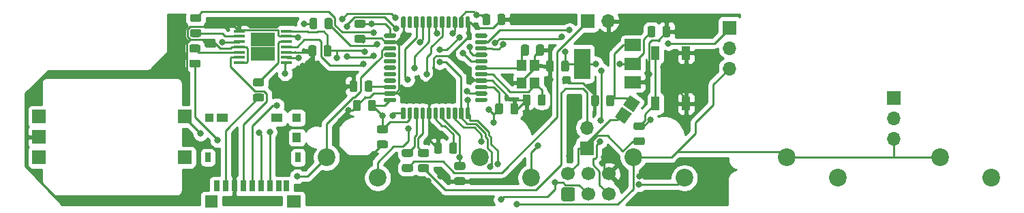
<source format=gbr>
%TF.GenerationSoftware,KiCad,Pcbnew,(5.1.6)-1*%
%TF.CreationDate,2021-01-20T20:20:29-06:00*%
%TF.ProjectId,Pikatea Macropad Mini,50696b61-7465-4612-904d-6163726f7061,rev?*%
%TF.SameCoordinates,Original*%
%TF.FileFunction,Copper,L1,Top*%
%TF.FilePolarity,Positive*%
%FSLAX46Y46*%
G04 Gerber Fmt 4.6, Leading zero omitted, Abs format (unit mm)*
G04 Created by KiCad (PCBNEW (5.1.6)-1) date 2021-01-20 20:20:29*
%MOMM*%
%LPD*%
G01*
G04 APERTURE LIST*
%TA.AperFunction,ComponentPad*%
%ADD10O,1.700000X1.700000*%
%TD*%
%TA.AperFunction,ComponentPad*%
%ADD11R,1.700000X1.700000*%
%TD*%
%TA.AperFunction,ComponentPad*%
%ADD12C,2.200000*%
%TD*%
%TA.AperFunction,SMDPad,CuDef*%
%ADD13C,0.100000*%
%TD*%
%TA.AperFunction,SMDPad,CuDef*%
%ADD14R,1.500000X1.800000*%
%TD*%
%TA.AperFunction,SMDPad,CuDef*%
%ADD15R,1.450000X0.450000*%
%TD*%
%TA.AperFunction,SMDPad,CuDef*%
%ADD16R,2.000000X1.500000*%
%TD*%
%TA.AperFunction,SMDPad,CuDef*%
%ADD17R,2.000000X3.800000*%
%TD*%
%TA.AperFunction,SMDPad,CuDef*%
%ADD18R,1.000000X1.700000*%
%TD*%
%TA.AperFunction,ComponentPad*%
%ADD19C,1.700000*%
%TD*%
%TA.AperFunction,SMDPad,CuDef*%
%ADD20R,0.725000X1.200000*%
%TD*%
%TA.AperFunction,SMDPad,CuDef*%
%ADD21R,1.025000X1.150000*%
%TD*%
%TA.AperFunction,SMDPad,CuDef*%
%ADD22R,1.775000X1.500000*%
%TD*%
%TA.AperFunction,SMDPad,CuDef*%
%ADD23R,1.625000X1.500000*%
%TD*%
%TA.AperFunction,SMDPad,CuDef*%
%ADD24R,0.750000X1.350000*%
%TD*%
%TA.AperFunction,SMDPad,CuDef*%
%ADD25R,0.650000X1.350000*%
%TD*%
%TA.AperFunction,SMDPad,CuDef*%
%ADD26R,1.400000X1.050000*%
%TD*%
%TA.AperFunction,SMDPad,CuDef*%
%ADD27R,1.075000X1.050000*%
%TD*%
%TA.AperFunction,SMDPad,CuDef*%
%ADD28R,1.200000X1.400000*%
%TD*%
%TA.AperFunction,ViaPad*%
%ADD29C,0.800000*%
%TD*%
%TA.AperFunction,Conductor*%
%ADD30C,0.250000*%
%TD*%
%TA.AperFunction,Conductor*%
%ADD31C,0.254000*%
%TD*%
G04 APERTURE END LIST*
D10*
%TO.P,J5,3*%
%TO.N,/A0*%
X197500000Y-105180000D03*
%TO.P,J5,2*%
%TO.N,/D6*%
X197500000Y-102640000D03*
D11*
%TO.P,J5,1*%
%TO.N,/D8*%
X197500000Y-100100000D03*
%TD*%
D12*
%TO.P,MX5,2*%
%TO.N,/A0*%
X203250000Y-107460000D03*
%TO.P,MX5,1*%
%TO.N,/D6*%
X209600000Y-110000000D03*
%TD*%
%TO.P,MX4,2*%
%TO.N,/A0*%
X184200000Y-107460000D03*
%TO.P,MX4,1*%
%TO.N,/D8*%
X190550000Y-110000000D03*
%TD*%
D10*
%TO.P,J4,3*%
%TO.N,/A0*%
X177100000Y-96380000D03*
%TO.P,J4,2*%
%TO.N,/D1*%
X177100000Y-93840000D03*
D11*
%TO.P,J4,1*%
%TO.N,/D0*%
X177100000Y-91300000D03*
%TD*%
%TA.AperFunction,SMDPad,CuDef*%
D13*
%TO.P,SW3,2*%
%TO.N,Net-(C11-Pad1)*%
G36*
X165117651Y-101809428D02*
G01*
X163869263Y-100935298D01*
X164743393Y-99686910D01*
X165991781Y-100561040D01*
X165117651Y-101809428D01*
G37*
%TD.AperFunction*%
%TA.AperFunction,SMDPad,CuDef*%
%TO.P,SW3,1*%
%TO.N,VBUS*%
G36*
X164085214Y-103283901D02*
G01*
X162836826Y-102409771D01*
X163710956Y-101161383D01*
X164959344Y-102035513D01*
X164085214Y-103283901D01*
G37*
%TD.AperFunction*%
%TD*%
%TO.P,C13,2*%
%TO.N,GND*%
%TA.AperFunction,SMDPad,CuDef*%
G36*
G01*
X168787500Y-92256250D02*
X168787500Y-91343750D01*
G75*
G02*
X169031250Y-91100000I243750J0D01*
G01*
X169518750Y-91100000D01*
G75*
G02*
X169762500Y-91343750I0J-243750D01*
G01*
X169762500Y-92256250D01*
G75*
G02*
X169518750Y-92500000I-243750J0D01*
G01*
X169031250Y-92500000D01*
G75*
G02*
X168787500Y-92256250I0J243750D01*
G01*
G37*
%TD.AperFunction*%
%TO.P,C13,1*%
%TO.N,/3.3V*%
%TA.AperFunction,SMDPad,CuDef*%
G36*
G01*
X166912500Y-92256250D02*
X166912500Y-91343750D01*
G75*
G02*
X167156250Y-91100000I243750J0D01*
G01*
X167643750Y-91100000D01*
G75*
G02*
X167887500Y-91343750I0J-243750D01*
G01*
X167887500Y-92256250D01*
G75*
G02*
X167643750Y-92500000I-243750J0D01*
G01*
X167156250Y-92500000D01*
G75*
G02*
X166912500Y-92256250I0J243750D01*
G01*
G37*
%TD.AperFunction*%
%TD*%
D10*
%TO.P,J3,2*%
%TO.N,GND*%
X162040000Y-90500000D03*
D11*
%TO.P,J3,1*%
%TO.N,/D-*%
X159500000Y-90500000D03*
%TD*%
D10*
%TO.P,J2,2*%
%TO.N,/D+*%
X159400000Y-103760000D03*
D11*
%TO.P,J2,1*%
%TO.N,VBUS*%
X159400000Y-106300000D03*
%TD*%
D14*
%TO.P,U3,15*%
%TO.N,N/C*%
X118400000Y-92800000D03*
D15*
%TO.P,U3,14*%
%TO.N,/3.3V*%
X122100000Y-91750000D03*
%TO.P,U3,13*%
%TO.N,GND*%
X122100000Y-92400000D03*
%TO.P,U3,12*%
%TO.N,Net-(R1-Pad1)*%
X122100000Y-93050000D03*
%TO.P,U3,11*%
%TO.N,/MISO*%
X122100000Y-93700000D03*
%TO.P,U3,10*%
%TO.N,GND*%
X122100000Y-94350000D03*
%TO.P,U3,9*%
%TO.N,Net-(R6-Pad2)*%
X122100000Y-95000000D03*
%TO.P,U3,8*%
%TO.N,Net-(U3-Pad8)*%
X122100000Y-95650000D03*
%TO.P,U3,7*%
%TO.N,GND*%
X116200000Y-95650000D03*
%TO.P,U3,6*%
%TO.N,Net-(U3-Pad6)*%
X116200000Y-95000000D03*
%TO.P,U3,5*%
%TO.N,Net-(R7-Pad1)*%
X116200000Y-94350000D03*
%TO.P,U3,4*%
%TO.N,GND*%
X116200000Y-93700000D03*
%TO.P,U3,3*%
%TO.N,Net-(U3-Pad3)*%
X116200000Y-93050000D03*
%TO.P,U3,2*%
%TO.N,Net-(R2-Pad1)*%
X116200000Y-92400000D03*
%TO.P,U3,1*%
%TO.N,GND*%
X116200000Y-91750000D03*
D14*
%TO.P,U3,15*%
%TO.N,N/C*%
X119900000Y-92800000D03*
X119900000Y-94600000D03*
X118400000Y-94600000D03*
%TD*%
D16*
%TO.P,U2,1*%
%TO.N,GND*%
X165100000Y-98100000D03*
%TO.P,U2,3*%
%TO.N,Net-(C11-Pad1)*%
X165100000Y-93500000D03*
%TO.P,U2,2*%
%TO.N,/3.3V*%
X165100000Y-95800000D03*
D17*
X158800000Y-95800000D03*
%TD*%
D18*
%TO.P,SW1,2*%
%TO.N,/RESET*%
X167900000Y-100750000D03*
X167900000Y-94450000D03*
%TO.P,SW1,1*%
%TO.N,GND*%
X171700000Y-100750000D03*
X171700000Y-94450000D03*
%TD*%
%TO.P,R7,2*%
%TO.N,/SCK*%
%TA.AperFunction,SMDPad,CuDef*%
G36*
G01*
X110243750Y-95287500D02*
X111156250Y-95287500D01*
G75*
G02*
X111400000Y-95531250I0J-243750D01*
G01*
X111400000Y-96018750D01*
G75*
G02*
X111156250Y-96262500I-243750J0D01*
G01*
X110243750Y-96262500D01*
G75*
G02*
X110000000Y-96018750I0J243750D01*
G01*
X110000000Y-95531250D01*
G75*
G02*
X110243750Y-95287500I243750J0D01*
G01*
G37*
%TD.AperFunction*%
%TO.P,R7,1*%
%TO.N,Net-(R7-Pad1)*%
%TA.AperFunction,SMDPad,CuDef*%
G36*
G01*
X110243750Y-93412500D02*
X111156250Y-93412500D01*
G75*
G02*
X111400000Y-93656250I0J-243750D01*
G01*
X111400000Y-94143750D01*
G75*
G02*
X111156250Y-94387500I-243750J0D01*
G01*
X110243750Y-94387500D01*
G75*
G02*
X110000000Y-94143750I0J243750D01*
G01*
X110000000Y-93656250D01*
G75*
G02*
X110243750Y-93412500I243750J0D01*
G01*
G37*
%TD.AperFunction*%
%TD*%
%TO.P,R6,2*%
%TO.N,Net-(R6-Pad2)*%
%TA.AperFunction,SMDPad,CuDef*%
G36*
G01*
X125912500Y-90343750D02*
X125912500Y-91256250D01*
G75*
G02*
X125668750Y-91500000I-243750J0D01*
G01*
X125181250Y-91500000D01*
G75*
G02*
X124937500Y-91256250I0J243750D01*
G01*
X124937500Y-90343750D01*
G75*
G02*
X125181250Y-90100000I243750J0D01*
G01*
X125668750Y-90100000D01*
G75*
G02*
X125912500Y-90343750I0J-243750D01*
G01*
G37*
%TD.AperFunction*%
%TO.P,R6,1*%
%TO.N,/CS*%
%TA.AperFunction,SMDPad,CuDef*%
G36*
G01*
X127787500Y-90343750D02*
X127787500Y-91256250D01*
G75*
G02*
X127543750Y-91500000I-243750J0D01*
G01*
X127056250Y-91500000D01*
G75*
G02*
X126812500Y-91256250I0J243750D01*
G01*
X126812500Y-90343750D01*
G75*
G02*
X127056250Y-90100000I243750J0D01*
G01*
X127543750Y-90100000D01*
G75*
G02*
X127787500Y-90343750I0J-243750D01*
G01*
G37*
%TD.AperFunction*%
%TD*%
%TO.P,R3,2*%
%TO.N,/RESET*%
%TA.AperFunction,SMDPad,CuDef*%
G36*
G01*
X166336250Y-104052500D02*
X165423750Y-104052500D01*
G75*
G02*
X165180000Y-103808750I0J243750D01*
G01*
X165180000Y-103321250D01*
G75*
G02*
X165423750Y-103077500I243750J0D01*
G01*
X166336250Y-103077500D01*
G75*
G02*
X166580000Y-103321250I0J-243750D01*
G01*
X166580000Y-103808750D01*
G75*
G02*
X166336250Y-104052500I-243750J0D01*
G01*
G37*
%TD.AperFunction*%
%TO.P,R3,1*%
%TO.N,VBUS*%
%TA.AperFunction,SMDPad,CuDef*%
G36*
G01*
X166336250Y-105927500D02*
X165423750Y-105927500D01*
G75*
G02*
X165180000Y-105683750I0J243750D01*
G01*
X165180000Y-105196250D01*
G75*
G02*
X165423750Y-104952500I243750J0D01*
G01*
X166336250Y-104952500D01*
G75*
G02*
X166580000Y-105196250I0J-243750D01*
G01*
X166580000Y-105683750D01*
G75*
G02*
X166336250Y-105927500I-243750J0D01*
G01*
G37*
%TD.AperFunction*%
%TD*%
%TO.P,R2,2*%
%TO.N,/MOSI*%
%TA.AperFunction,SMDPad,CuDef*%
G36*
G01*
X111256250Y-90612500D02*
X110343750Y-90612500D01*
G75*
G02*
X110100000Y-90368750I0J243750D01*
G01*
X110100000Y-89881250D01*
G75*
G02*
X110343750Y-89637500I243750J0D01*
G01*
X111256250Y-89637500D01*
G75*
G02*
X111500000Y-89881250I0J-243750D01*
G01*
X111500000Y-90368750D01*
G75*
G02*
X111256250Y-90612500I-243750J0D01*
G01*
G37*
%TD.AperFunction*%
%TO.P,R2,1*%
%TO.N,Net-(R2-Pad1)*%
%TA.AperFunction,SMDPad,CuDef*%
G36*
G01*
X111256250Y-92487500D02*
X110343750Y-92487500D01*
G75*
G02*
X110100000Y-92243750I0J243750D01*
G01*
X110100000Y-91756250D01*
G75*
G02*
X110343750Y-91512500I243750J0D01*
G01*
X111256250Y-91512500D01*
G75*
G02*
X111500000Y-91756250I0J-243750D01*
G01*
X111500000Y-92243750D01*
G75*
G02*
X111256250Y-92487500I-243750J0D01*
G01*
G37*
%TD.AperFunction*%
%TD*%
%TO.P,R1,2*%
%TO.N,Net-(R1-Pad2)*%
%TA.AperFunction,SMDPad,CuDef*%
G36*
G01*
X118143750Y-99512500D02*
X119056250Y-99512500D01*
G75*
G02*
X119300000Y-99756250I0J-243750D01*
G01*
X119300000Y-100243750D01*
G75*
G02*
X119056250Y-100487500I-243750J0D01*
G01*
X118143750Y-100487500D01*
G75*
G02*
X117900000Y-100243750I0J243750D01*
G01*
X117900000Y-99756250D01*
G75*
G02*
X118143750Y-99512500I243750J0D01*
G01*
G37*
%TD.AperFunction*%
%TO.P,R1,1*%
%TO.N,Net-(R1-Pad1)*%
%TA.AperFunction,SMDPad,CuDef*%
G36*
G01*
X118143750Y-97637500D02*
X119056250Y-97637500D01*
G75*
G02*
X119300000Y-97881250I0J-243750D01*
G01*
X119300000Y-98368750D01*
G75*
G02*
X119056250Y-98612500I-243750J0D01*
G01*
X118143750Y-98612500D01*
G75*
G02*
X117900000Y-98368750I0J243750D01*
G01*
X117900000Y-97881250D01*
G75*
G02*
X118143750Y-97637500I243750J0D01*
G01*
G37*
%TD.AperFunction*%
%TD*%
D19*
%TO.P,J1,6*%
%TO.N,GND*%
X162140000Y-109500000D03*
%TO.P,J1,4*%
%TO.N,/MOSI*%
X159600000Y-109500000D03*
%TO.P,J1,2*%
%TO.N,VBUS*%
X157060000Y-109500000D03*
%TO.P,J1,5*%
%TO.N,/RESET*%
X162140000Y-112040000D03*
%TO.P,J1,3*%
%TO.N,/SCK*%
X159600000Y-112040000D03*
%TO.P,J1,1*%
%TO.N,/MISO*%
%TA.AperFunction,ComponentPad*%
G36*
G01*
X157660000Y-112890000D02*
X156460000Y-112890000D01*
G75*
G02*
X156210000Y-112640000I0J250000D01*
G01*
X156210000Y-111440000D01*
G75*
G02*
X156460000Y-111190000I250000J0D01*
G01*
X157660000Y-111190000D01*
G75*
G02*
X157910000Y-111440000I0J-250000D01*
G01*
X157910000Y-112640000D01*
G75*
G02*
X157660000Y-112890000I-250000J0D01*
G01*
G37*
%TD.AperFunction*%
%TD*%
%TO.P,C14,2*%
%TO.N,GND*%
%TA.AperFunction,SMDPad,CuDef*%
G36*
G01*
X155287500Y-95643750D02*
X155287500Y-96556250D01*
G75*
G02*
X155043750Y-96800000I-243750J0D01*
G01*
X154556250Y-96800000D01*
G75*
G02*
X154312500Y-96556250I0J243750D01*
G01*
X154312500Y-95643750D01*
G75*
G02*
X154556250Y-95400000I243750J0D01*
G01*
X155043750Y-95400000D01*
G75*
G02*
X155287500Y-95643750I0J-243750D01*
G01*
G37*
%TD.AperFunction*%
%TO.P,C14,1*%
%TO.N,/3.3V*%
%TA.AperFunction,SMDPad,CuDef*%
G36*
G01*
X157162500Y-95643750D02*
X157162500Y-96556250D01*
G75*
G02*
X156918750Y-96800000I-243750J0D01*
G01*
X156431250Y-96800000D01*
G75*
G02*
X156187500Y-96556250I0J243750D01*
G01*
X156187500Y-95643750D01*
G75*
G02*
X156431250Y-95400000I243750J0D01*
G01*
X156918750Y-95400000D01*
G75*
G02*
X157162500Y-95643750I0J-243750D01*
G01*
G37*
%TD.AperFunction*%
%TD*%
%TO.P,C12,2*%
%TO.N,GND*%
%TA.AperFunction,SMDPad,CuDef*%
G36*
G01*
X125787500Y-93743750D02*
X125787500Y-94656250D01*
G75*
G02*
X125543750Y-94900000I-243750J0D01*
G01*
X125056250Y-94900000D01*
G75*
G02*
X124812500Y-94656250I0J243750D01*
G01*
X124812500Y-93743750D01*
G75*
G02*
X125056250Y-93500000I243750J0D01*
G01*
X125543750Y-93500000D01*
G75*
G02*
X125787500Y-93743750I0J-243750D01*
G01*
G37*
%TD.AperFunction*%
%TO.P,C12,1*%
%TO.N,/3.3V*%
%TA.AperFunction,SMDPad,CuDef*%
G36*
G01*
X127662500Y-93743750D02*
X127662500Y-94656250D01*
G75*
G02*
X127418750Y-94900000I-243750J0D01*
G01*
X126931250Y-94900000D01*
G75*
G02*
X126687500Y-94656250I0J243750D01*
G01*
X126687500Y-93743750D01*
G75*
G02*
X126931250Y-93500000I243750J0D01*
G01*
X127418750Y-93500000D01*
G75*
G02*
X127662500Y-93743750I0J-243750D01*
G01*
G37*
%TD.AperFunction*%
%TD*%
%TO.P,C11,2*%
%TO.N,GND*%
%TA.AperFunction,SMDPad,CuDef*%
G36*
G01*
X160887500Y-99943750D02*
X160887500Y-100856250D01*
G75*
G02*
X160643750Y-101100000I-243750J0D01*
G01*
X160156250Y-101100000D01*
G75*
G02*
X159912500Y-100856250I0J243750D01*
G01*
X159912500Y-99943750D01*
G75*
G02*
X160156250Y-99700000I243750J0D01*
G01*
X160643750Y-99700000D01*
G75*
G02*
X160887500Y-99943750I0J-243750D01*
G01*
G37*
%TD.AperFunction*%
%TO.P,C11,1*%
%TO.N,Net-(C11-Pad1)*%
%TA.AperFunction,SMDPad,CuDef*%
G36*
G01*
X162762500Y-99943750D02*
X162762500Y-100856250D01*
G75*
G02*
X162518750Y-101100000I-243750J0D01*
G01*
X162031250Y-101100000D01*
G75*
G02*
X161787500Y-100856250I0J243750D01*
G01*
X161787500Y-99943750D01*
G75*
G02*
X162031250Y-99700000I243750J0D01*
G01*
X162518750Y-99700000D01*
G75*
G02*
X162762500Y-99943750I0J-243750D01*
G01*
G37*
%TD.AperFunction*%
%TD*%
D11*
%TO.P,SW2,S1*%
%TO.N,/D2*%
X109450000Y-102360000D03*
%TO.P,SW2,S2*%
%TO.N,/A0*%
X109450000Y-107440000D03*
%TO.P,SW2,C*%
%TO.N,GND*%
X91350000Y-104900000D03*
%TO.P,SW2,B*%
%TO.N,/D3*%
X91350000Y-102360000D03*
%TO.P,SW2,A*%
%TO.N,/D4*%
X91350000Y-107440000D03*
%TD*%
D20*
%TO.P,XS1,15*%
%TO.N,N/C*%
X112312500Y-107450000D03*
%TO.P,XS1,18*%
X123512500Y-107450000D03*
D21*
%TO.P,XS1,10*%
X123362500Y-104975000D03*
D22*
%TO.P,XS1,17*%
X122987500Y-112950000D03*
D23*
%TO.P,XS1,16*%
X112737500Y-112950000D03*
D24*
%TO.P,XS1,8*%
%TO.N,Net-(XS1-Pad8)*%
X113400000Y-111025000D03*
%TO.P,XS1,7*%
%TO.N,Net-(R1-Pad2)*%
X114500000Y-111025000D03*
%TO.P,XS1,6*%
%TO.N,GND*%
X115600000Y-111025000D03*
%TO.P,XS1,5*%
%TO.N,Net-(U3-Pad6)*%
X116700000Y-111025000D03*
%TO.P,XS1,4*%
%TO.N,/3.3V*%
X117800000Y-111025000D03*
%TO.P,XS1,3*%
%TO.N,Net-(U3-Pad3)*%
X118900000Y-111025000D03*
%TO.P,XS1,2*%
%TO.N,Net-(U3-Pad8)*%
X120000000Y-111025000D03*
%TO.P,XS1,1*%
%TO.N,Net-(XS1-Pad1)*%
X121100000Y-111025000D03*
D25*
%TO.P,XS1,9*%
%TO.N,Net-(XS1-Pad9)*%
X122090000Y-111025000D03*
D26*
%TO.P,XS1,13*%
%TO.N,N/C*%
X114100000Y-102525000D03*
D27*
%TO.P,XS1,14*%
X112462500Y-102525000D03*
%TO.P,XS1,11*%
X123337500Y-102525000D03*
D26*
%TO.P,XS1,12*%
X120900000Y-102525000D03*
%TD*%
D28*
%TO.P,X1,4*%
%TO.N,GND*%
X152900000Y-96000000D03*
%TO.P,X1,3*%
%TO.N,Net-(C8-Pad1)*%
X152900000Y-98200000D03*
%TO.P,X1,2*%
%TO.N,GND*%
X151300000Y-98200000D03*
%TO.P,X1,1*%
%TO.N,Net-(C7-Pad1)*%
X151300000Y-96000000D03*
%TD*%
%TO.P,U1,44*%
%TO.N,VBUS*%
%TA.AperFunction,SMDPad,CuDef*%
G36*
G01*
X135537500Y-100575000D02*
X134337500Y-100575000D01*
G75*
G02*
X134200000Y-100437500I0J137500D01*
G01*
X134200000Y-100162500D01*
G75*
G02*
X134337500Y-100025000I137500J0D01*
G01*
X135537500Y-100025000D01*
G75*
G02*
X135675000Y-100162500I0J-137500D01*
G01*
X135675000Y-100437500D01*
G75*
G02*
X135537500Y-100575000I-137500J0D01*
G01*
G37*
%TD.AperFunction*%
%TO.P,U1,43*%
%TO.N,GND*%
%TA.AperFunction,SMDPad,CuDef*%
G36*
G01*
X135537500Y-99775000D02*
X134337500Y-99775000D01*
G75*
G02*
X134200000Y-99637500I0J137500D01*
G01*
X134200000Y-99362500D01*
G75*
G02*
X134337500Y-99225000I137500J0D01*
G01*
X135537500Y-99225000D01*
G75*
G02*
X135675000Y-99362500I0J-137500D01*
G01*
X135675000Y-99637500D01*
G75*
G02*
X135537500Y-99775000I-137500J0D01*
G01*
G37*
%TD.AperFunction*%
%TO.P,U1,42*%
%TO.N,Net-(C10-Pad1)*%
%TA.AperFunction,SMDPad,CuDef*%
G36*
G01*
X135537500Y-98975000D02*
X134337500Y-98975000D01*
G75*
G02*
X134200000Y-98837500I0J137500D01*
G01*
X134200000Y-98562500D01*
G75*
G02*
X134337500Y-98425000I137500J0D01*
G01*
X135537500Y-98425000D01*
G75*
G02*
X135675000Y-98562500I0J-137500D01*
G01*
X135675000Y-98837500D01*
G75*
G02*
X135537500Y-98975000I-137500J0D01*
G01*
G37*
%TD.AperFunction*%
%TO.P,U1,41*%
%TO.N,Net-(U1-Pad41)*%
%TA.AperFunction,SMDPad,CuDef*%
G36*
G01*
X135537500Y-98175000D02*
X134337500Y-98175000D01*
G75*
G02*
X134200000Y-98037500I0J137500D01*
G01*
X134200000Y-97762500D01*
G75*
G02*
X134337500Y-97625000I137500J0D01*
G01*
X135537500Y-97625000D01*
G75*
G02*
X135675000Y-97762500I0J-137500D01*
G01*
X135675000Y-98037500D01*
G75*
G02*
X135537500Y-98175000I-137500J0D01*
G01*
G37*
%TD.AperFunction*%
%TO.P,U1,40*%
%TO.N,Net-(U1-Pad40)*%
%TA.AperFunction,SMDPad,CuDef*%
G36*
G01*
X135537500Y-97375000D02*
X134337500Y-97375000D01*
G75*
G02*
X134200000Y-97237500I0J137500D01*
G01*
X134200000Y-96962500D01*
G75*
G02*
X134337500Y-96825000I137500J0D01*
G01*
X135537500Y-96825000D01*
G75*
G02*
X135675000Y-96962500I0J-137500D01*
G01*
X135675000Y-97237500D01*
G75*
G02*
X135537500Y-97375000I-137500J0D01*
G01*
G37*
%TD.AperFunction*%
%TO.P,U1,39*%
%TO.N,Net-(U1-Pad39)*%
%TA.AperFunction,SMDPad,CuDef*%
G36*
G01*
X135537500Y-96575000D02*
X134337500Y-96575000D01*
G75*
G02*
X134200000Y-96437500I0J137500D01*
G01*
X134200000Y-96162500D01*
G75*
G02*
X134337500Y-96025000I137500J0D01*
G01*
X135537500Y-96025000D01*
G75*
G02*
X135675000Y-96162500I0J-137500D01*
G01*
X135675000Y-96437500D01*
G75*
G02*
X135537500Y-96575000I-137500J0D01*
G01*
G37*
%TD.AperFunction*%
%TO.P,U1,38*%
%TO.N,Net-(U1-Pad38)*%
%TA.AperFunction,SMDPad,CuDef*%
G36*
G01*
X135537500Y-95775000D02*
X134337500Y-95775000D01*
G75*
G02*
X134200000Y-95637500I0J137500D01*
G01*
X134200000Y-95362500D01*
G75*
G02*
X134337500Y-95225000I137500J0D01*
G01*
X135537500Y-95225000D01*
G75*
G02*
X135675000Y-95362500I0J-137500D01*
G01*
X135675000Y-95637500D01*
G75*
G02*
X135537500Y-95775000I-137500J0D01*
G01*
G37*
%TD.AperFunction*%
%TO.P,U1,37*%
%TO.N,Net-(U1-Pad37)*%
%TA.AperFunction,SMDPad,CuDef*%
G36*
G01*
X135537500Y-94975000D02*
X134337500Y-94975000D01*
G75*
G02*
X134200000Y-94837500I0J137500D01*
G01*
X134200000Y-94562500D01*
G75*
G02*
X134337500Y-94425000I137500J0D01*
G01*
X135537500Y-94425000D01*
G75*
G02*
X135675000Y-94562500I0J-137500D01*
G01*
X135675000Y-94837500D01*
G75*
G02*
X135537500Y-94975000I-137500J0D01*
G01*
G37*
%TD.AperFunction*%
%TO.P,U1,36*%
%TO.N,/A0*%
%TA.AperFunction,SMDPad,CuDef*%
G36*
G01*
X135537500Y-94175000D02*
X134337500Y-94175000D01*
G75*
G02*
X134200000Y-94037500I0J137500D01*
G01*
X134200000Y-93762500D01*
G75*
G02*
X134337500Y-93625000I137500J0D01*
G01*
X135537500Y-93625000D01*
G75*
G02*
X135675000Y-93762500I0J-137500D01*
G01*
X135675000Y-94037500D01*
G75*
G02*
X135537500Y-94175000I-137500J0D01*
G01*
G37*
%TD.AperFunction*%
%TO.P,U1,35*%
%TO.N,GND*%
%TA.AperFunction,SMDPad,CuDef*%
G36*
G01*
X135537500Y-93375000D02*
X134337500Y-93375000D01*
G75*
G02*
X134200000Y-93237500I0J137500D01*
G01*
X134200000Y-92962500D01*
G75*
G02*
X134337500Y-92825000I137500J0D01*
G01*
X135537500Y-92825000D01*
G75*
G02*
X135675000Y-92962500I0J-137500D01*
G01*
X135675000Y-93237500D01*
G75*
G02*
X135537500Y-93375000I-137500J0D01*
G01*
G37*
%TD.AperFunction*%
%TO.P,U1,34*%
%TO.N,VBUS*%
%TA.AperFunction,SMDPad,CuDef*%
G36*
G01*
X135537500Y-92575000D02*
X134337500Y-92575000D01*
G75*
G02*
X134200000Y-92437500I0J137500D01*
G01*
X134200000Y-92162500D01*
G75*
G02*
X134337500Y-92025000I137500J0D01*
G01*
X135537500Y-92025000D01*
G75*
G02*
X135675000Y-92162500I0J-137500D01*
G01*
X135675000Y-92437500D01*
G75*
G02*
X135537500Y-92575000I-137500J0D01*
G01*
G37*
%TD.AperFunction*%
%TO.P,U1,33*%
%TO.N,GND*%
%TA.AperFunction,SMDPad,CuDef*%
G36*
G01*
X136737500Y-91375000D02*
X136462500Y-91375000D01*
G75*
G02*
X136325000Y-91237500I0J137500D01*
G01*
X136325000Y-90037500D01*
G75*
G02*
X136462500Y-89900000I137500J0D01*
G01*
X136737500Y-89900000D01*
G75*
G02*
X136875000Y-90037500I0J-137500D01*
G01*
X136875000Y-91237500D01*
G75*
G02*
X136737500Y-91375000I-137500J0D01*
G01*
G37*
%TD.AperFunction*%
%TO.P,U1,32*%
%TO.N,/D13*%
%TA.AperFunction,SMDPad,CuDef*%
G36*
G01*
X137537500Y-91375000D02*
X137262500Y-91375000D01*
G75*
G02*
X137125000Y-91237500I0J137500D01*
G01*
X137125000Y-90037500D01*
G75*
G02*
X137262500Y-89900000I137500J0D01*
G01*
X137537500Y-89900000D01*
G75*
G02*
X137675000Y-90037500I0J-137500D01*
G01*
X137675000Y-91237500D01*
G75*
G02*
X137537500Y-91375000I-137500J0D01*
G01*
G37*
%TD.AperFunction*%
%TO.P,U1,31*%
%TO.N,/D5*%
%TA.AperFunction,SMDPad,CuDef*%
G36*
G01*
X138337500Y-91375000D02*
X138062500Y-91375000D01*
G75*
G02*
X137925000Y-91237500I0J137500D01*
G01*
X137925000Y-90037500D01*
G75*
G02*
X138062500Y-89900000I137500J0D01*
G01*
X138337500Y-89900000D01*
G75*
G02*
X138475000Y-90037500I0J-137500D01*
G01*
X138475000Y-91237500D01*
G75*
G02*
X138337500Y-91375000I-137500J0D01*
G01*
G37*
%TD.AperFunction*%
%TO.P,U1,30*%
%TO.N,/CS*%
%TA.AperFunction,SMDPad,CuDef*%
G36*
G01*
X139137500Y-91375000D02*
X138862500Y-91375000D01*
G75*
G02*
X138725000Y-91237500I0J137500D01*
G01*
X138725000Y-90037500D01*
G75*
G02*
X138862500Y-89900000I137500J0D01*
G01*
X139137500Y-89900000D01*
G75*
G02*
X139275000Y-90037500I0J-137500D01*
G01*
X139275000Y-91237500D01*
G75*
G02*
X139137500Y-91375000I-137500J0D01*
G01*
G37*
%TD.AperFunction*%
%TO.P,U1,29*%
%TO.N,/D9*%
%TA.AperFunction,SMDPad,CuDef*%
G36*
G01*
X139937500Y-91375000D02*
X139662500Y-91375000D01*
G75*
G02*
X139525000Y-91237500I0J137500D01*
G01*
X139525000Y-90037500D01*
G75*
G02*
X139662500Y-89900000I137500J0D01*
G01*
X139937500Y-89900000D01*
G75*
G02*
X140075000Y-90037500I0J-137500D01*
G01*
X140075000Y-91237500D01*
G75*
G02*
X139937500Y-91375000I-137500J0D01*
G01*
G37*
%TD.AperFunction*%
%TO.P,U1,28*%
%TO.N,/D8*%
%TA.AperFunction,SMDPad,CuDef*%
G36*
G01*
X140737500Y-91375000D02*
X140462500Y-91375000D01*
G75*
G02*
X140325000Y-91237500I0J137500D01*
G01*
X140325000Y-90037500D01*
G75*
G02*
X140462500Y-89900000I137500J0D01*
G01*
X140737500Y-89900000D01*
G75*
G02*
X140875000Y-90037500I0J-137500D01*
G01*
X140875000Y-91237500D01*
G75*
G02*
X140737500Y-91375000I-137500J0D01*
G01*
G37*
%TD.AperFunction*%
%TO.P,U1,27*%
%TO.N,/D6*%
%TA.AperFunction,SMDPad,CuDef*%
G36*
G01*
X141537500Y-91375000D02*
X141262500Y-91375000D01*
G75*
G02*
X141125000Y-91237500I0J137500D01*
G01*
X141125000Y-90037500D01*
G75*
G02*
X141262500Y-89900000I137500J0D01*
G01*
X141537500Y-89900000D01*
G75*
G02*
X141675000Y-90037500I0J-137500D01*
G01*
X141675000Y-91237500D01*
G75*
G02*
X141537500Y-91375000I-137500J0D01*
G01*
G37*
%TD.AperFunction*%
%TO.P,U1,26*%
%TO.N,/D12*%
%TA.AperFunction,SMDPad,CuDef*%
G36*
G01*
X142337500Y-91375000D02*
X142062500Y-91375000D01*
G75*
G02*
X141925000Y-91237500I0J137500D01*
G01*
X141925000Y-90037500D01*
G75*
G02*
X142062500Y-89900000I137500J0D01*
G01*
X142337500Y-89900000D01*
G75*
G02*
X142475000Y-90037500I0J-137500D01*
G01*
X142475000Y-91237500D01*
G75*
G02*
X142337500Y-91375000I-137500J0D01*
G01*
G37*
%TD.AperFunction*%
%TO.P,U1,25*%
%TO.N,/D4*%
%TA.AperFunction,SMDPad,CuDef*%
G36*
G01*
X143137500Y-91375000D02*
X142862500Y-91375000D01*
G75*
G02*
X142725000Y-91237500I0J137500D01*
G01*
X142725000Y-90037500D01*
G75*
G02*
X142862500Y-89900000I137500J0D01*
G01*
X143137500Y-89900000D01*
G75*
G02*
X143275000Y-90037500I0J-137500D01*
G01*
X143275000Y-91237500D01*
G75*
G02*
X143137500Y-91375000I-137500J0D01*
G01*
G37*
%TD.AperFunction*%
%TO.P,U1,24*%
%TO.N,VBUS*%
%TA.AperFunction,SMDPad,CuDef*%
G36*
G01*
X143937500Y-91375000D02*
X143662500Y-91375000D01*
G75*
G02*
X143525000Y-91237500I0J137500D01*
G01*
X143525000Y-90037500D01*
G75*
G02*
X143662500Y-89900000I137500J0D01*
G01*
X143937500Y-89900000D01*
G75*
G02*
X144075000Y-90037500I0J-137500D01*
G01*
X144075000Y-91237500D01*
G75*
G02*
X143937500Y-91375000I-137500J0D01*
G01*
G37*
%TD.AperFunction*%
%TO.P,U1,23*%
%TO.N,GND*%
%TA.AperFunction,SMDPad,CuDef*%
G36*
G01*
X144737500Y-91375000D02*
X144462500Y-91375000D01*
G75*
G02*
X144325000Y-91237500I0J137500D01*
G01*
X144325000Y-90037500D01*
G75*
G02*
X144462500Y-89900000I137500J0D01*
G01*
X144737500Y-89900000D01*
G75*
G02*
X144875000Y-90037500I0J-137500D01*
G01*
X144875000Y-91237500D01*
G75*
G02*
X144737500Y-91375000I-137500J0D01*
G01*
G37*
%TD.AperFunction*%
%TO.P,U1,22*%
%TO.N,Net-(U1-Pad22)*%
%TA.AperFunction,SMDPad,CuDef*%
G36*
G01*
X146862500Y-92575000D02*
X145662500Y-92575000D01*
G75*
G02*
X145525000Y-92437500I0J137500D01*
G01*
X145525000Y-92162500D01*
G75*
G02*
X145662500Y-92025000I137500J0D01*
G01*
X146862500Y-92025000D01*
G75*
G02*
X147000000Y-92162500I0J-137500D01*
G01*
X147000000Y-92437500D01*
G75*
G02*
X146862500Y-92575000I-137500J0D01*
G01*
G37*
%TD.AperFunction*%
%TO.P,U1,21*%
%TO.N,/D1*%
%TA.AperFunction,SMDPad,CuDef*%
G36*
G01*
X146862500Y-93375000D02*
X145662500Y-93375000D01*
G75*
G02*
X145525000Y-93237500I0J137500D01*
G01*
X145525000Y-92962500D01*
G75*
G02*
X145662500Y-92825000I137500J0D01*
G01*
X146862500Y-92825000D01*
G75*
G02*
X147000000Y-92962500I0J-137500D01*
G01*
X147000000Y-93237500D01*
G75*
G02*
X146862500Y-93375000I-137500J0D01*
G01*
G37*
%TD.AperFunction*%
%TO.P,U1,20*%
%TO.N,/D0*%
%TA.AperFunction,SMDPad,CuDef*%
G36*
G01*
X146862500Y-94175000D02*
X145662500Y-94175000D01*
G75*
G02*
X145525000Y-94037500I0J137500D01*
G01*
X145525000Y-93762500D01*
G75*
G02*
X145662500Y-93625000I137500J0D01*
G01*
X146862500Y-93625000D01*
G75*
G02*
X147000000Y-93762500I0J-137500D01*
G01*
X147000000Y-94037500D01*
G75*
G02*
X146862500Y-94175000I-137500J0D01*
G01*
G37*
%TD.AperFunction*%
%TO.P,U1,19*%
%TO.N,/D2*%
%TA.AperFunction,SMDPad,CuDef*%
G36*
G01*
X146862500Y-94975000D02*
X145662500Y-94975000D01*
G75*
G02*
X145525000Y-94837500I0J137500D01*
G01*
X145525000Y-94562500D01*
G75*
G02*
X145662500Y-94425000I137500J0D01*
G01*
X146862500Y-94425000D01*
G75*
G02*
X147000000Y-94562500I0J-137500D01*
G01*
X147000000Y-94837500D01*
G75*
G02*
X146862500Y-94975000I-137500J0D01*
G01*
G37*
%TD.AperFunction*%
%TO.P,U1,18*%
%TO.N,/D3*%
%TA.AperFunction,SMDPad,CuDef*%
G36*
G01*
X146862500Y-95775000D02*
X145662500Y-95775000D01*
G75*
G02*
X145525000Y-95637500I0J137500D01*
G01*
X145525000Y-95362500D01*
G75*
G02*
X145662500Y-95225000I137500J0D01*
G01*
X146862500Y-95225000D01*
G75*
G02*
X147000000Y-95362500I0J-137500D01*
G01*
X147000000Y-95637500D01*
G75*
G02*
X146862500Y-95775000I-137500J0D01*
G01*
G37*
%TD.AperFunction*%
%TO.P,U1,17*%
%TO.N,Net-(C7-Pad1)*%
%TA.AperFunction,SMDPad,CuDef*%
G36*
G01*
X146862500Y-96575000D02*
X145662500Y-96575000D01*
G75*
G02*
X145525000Y-96437500I0J137500D01*
G01*
X145525000Y-96162500D01*
G75*
G02*
X145662500Y-96025000I137500J0D01*
G01*
X146862500Y-96025000D01*
G75*
G02*
X147000000Y-96162500I0J-137500D01*
G01*
X147000000Y-96437500D01*
G75*
G02*
X146862500Y-96575000I-137500J0D01*
G01*
G37*
%TD.AperFunction*%
%TO.P,U1,16*%
%TO.N,Net-(C8-Pad1)*%
%TA.AperFunction,SMDPad,CuDef*%
G36*
G01*
X146862500Y-97375000D02*
X145662500Y-97375000D01*
G75*
G02*
X145525000Y-97237500I0J137500D01*
G01*
X145525000Y-96962500D01*
G75*
G02*
X145662500Y-96825000I137500J0D01*
G01*
X146862500Y-96825000D01*
G75*
G02*
X147000000Y-96962500I0J-137500D01*
G01*
X147000000Y-97237500D01*
G75*
G02*
X146862500Y-97375000I-137500J0D01*
G01*
G37*
%TD.AperFunction*%
%TO.P,U1,15*%
%TO.N,GND*%
%TA.AperFunction,SMDPad,CuDef*%
G36*
G01*
X146862500Y-98175000D02*
X145662500Y-98175000D01*
G75*
G02*
X145525000Y-98037500I0J137500D01*
G01*
X145525000Y-97762500D01*
G75*
G02*
X145662500Y-97625000I137500J0D01*
G01*
X146862500Y-97625000D01*
G75*
G02*
X147000000Y-97762500I0J-137500D01*
G01*
X147000000Y-98037500D01*
G75*
G02*
X146862500Y-98175000I-137500J0D01*
G01*
G37*
%TD.AperFunction*%
%TO.P,U1,14*%
%TO.N,VBUS*%
%TA.AperFunction,SMDPad,CuDef*%
G36*
G01*
X146862500Y-98975000D02*
X145662500Y-98975000D01*
G75*
G02*
X145525000Y-98837500I0J137500D01*
G01*
X145525000Y-98562500D01*
G75*
G02*
X145662500Y-98425000I137500J0D01*
G01*
X146862500Y-98425000D01*
G75*
G02*
X147000000Y-98562500I0J-137500D01*
G01*
X147000000Y-98837500D01*
G75*
G02*
X146862500Y-98975000I-137500J0D01*
G01*
G37*
%TD.AperFunction*%
%TO.P,U1,13*%
%TO.N,/RESET*%
%TA.AperFunction,SMDPad,CuDef*%
G36*
G01*
X146862500Y-99775000D02*
X145662500Y-99775000D01*
G75*
G02*
X145525000Y-99637500I0J137500D01*
G01*
X145525000Y-99362500D01*
G75*
G02*
X145662500Y-99225000I137500J0D01*
G01*
X146862500Y-99225000D01*
G75*
G02*
X147000000Y-99362500I0J-137500D01*
G01*
X147000000Y-99637500D01*
G75*
G02*
X146862500Y-99775000I-137500J0D01*
G01*
G37*
%TD.AperFunction*%
%TO.P,U1,12*%
%TO.N,/D11*%
%TA.AperFunction,SMDPad,CuDef*%
G36*
G01*
X146862500Y-100575000D02*
X145662500Y-100575000D01*
G75*
G02*
X145525000Y-100437500I0J137500D01*
G01*
X145525000Y-100162500D01*
G75*
G02*
X145662500Y-100025000I137500J0D01*
G01*
X146862500Y-100025000D01*
G75*
G02*
X147000000Y-100162500I0J-137500D01*
G01*
X147000000Y-100437500D01*
G75*
G02*
X146862500Y-100575000I-137500J0D01*
G01*
G37*
%TD.AperFunction*%
%TO.P,U1,11*%
%TO.N,/MISO*%
%TA.AperFunction,SMDPad,CuDef*%
G36*
G01*
X144737500Y-102700000D02*
X144462500Y-102700000D01*
G75*
G02*
X144325000Y-102562500I0J137500D01*
G01*
X144325000Y-101362500D01*
G75*
G02*
X144462500Y-101225000I137500J0D01*
G01*
X144737500Y-101225000D01*
G75*
G02*
X144875000Y-101362500I0J-137500D01*
G01*
X144875000Y-102562500D01*
G75*
G02*
X144737500Y-102700000I-137500J0D01*
G01*
G37*
%TD.AperFunction*%
%TO.P,U1,10*%
%TO.N,/MOSI*%
%TA.AperFunction,SMDPad,CuDef*%
G36*
G01*
X143937500Y-102700000D02*
X143662500Y-102700000D01*
G75*
G02*
X143525000Y-102562500I0J137500D01*
G01*
X143525000Y-101362500D01*
G75*
G02*
X143662500Y-101225000I137500J0D01*
G01*
X143937500Y-101225000D01*
G75*
G02*
X144075000Y-101362500I0J-137500D01*
G01*
X144075000Y-102562500D01*
G75*
G02*
X143937500Y-102700000I-137500J0D01*
G01*
G37*
%TD.AperFunction*%
%TO.P,U1,9*%
%TO.N,/SCK*%
%TA.AperFunction,SMDPad,CuDef*%
G36*
G01*
X143137500Y-102700000D02*
X142862500Y-102700000D01*
G75*
G02*
X142725000Y-102562500I0J137500D01*
G01*
X142725000Y-101362500D01*
G75*
G02*
X142862500Y-101225000I137500J0D01*
G01*
X143137500Y-101225000D01*
G75*
G02*
X143275000Y-101362500I0J-137500D01*
G01*
X143275000Y-102562500D01*
G75*
G02*
X143137500Y-102700000I-137500J0D01*
G01*
G37*
%TD.AperFunction*%
%TO.P,U1,8*%
%TO.N,Net-(U1-Pad8)*%
%TA.AperFunction,SMDPad,CuDef*%
G36*
G01*
X142337500Y-102700000D02*
X142062500Y-102700000D01*
G75*
G02*
X141925000Y-102562500I0J137500D01*
G01*
X141925000Y-101362500D01*
G75*
G02*
X142062500Y-101225000I137500J0D01*
G01*
X142337500Y-101225000D01*
G75*
G02*
X142475000Y-101362500I0J-137500D01*
G01*
X142475000Y-102562500D01*
G75*
G02*
X142337500Y-102700000I-137500J0D01*
G01*
G37*
%TD.AperFunction*%
%TO.P,U1,7*%
%TO.N,VBUS*%
%TA.AperFunction,SMDPad,CuDef*%
G36*
G01*
X141537500Y-102700000D02*
X141262500Y-102700000D01*
G75*
G02*
X141125000Y-102562500I0J137500D01*
G01*
X141125000Y-101362500D01*
G75*
G02*
X141262500Y-101225000I137500J0D01*
G01*
X141537500Y-101225000D01*
G75*
G02*
X141675000Y-101362500I0J-137500D01*
G01*
X141675000Y-102562500D01*
G75*
G02*
X141537500Y-102700000I-137500J0D01*
G01*
G37*
%TD.AperFunction*%
%TO.P,U1,6*%
%TO.N,Net-(C9-Pad1)*%
%TA.AperFunction,SMDPad,CuDef*%
G36*
G01*
X140737500Y-102700000D02*
X140462500Y-102700000D01*
G75*
G02*
X140325000Y-102562500I0J137500D01*
G01*
X140325000Y-101362500D01*
G75*
G02*
X140462500Y-101225000I137500J0D01*
G01*
X140737500Y-101225000D01*
G75*
G02*
X140875000Y-101362500I0J-137500D01*
G01*
X140875000Y-102562500D01*
G75*
G02*
X140737500Y-102700000I-137500J0D01*
G01*
G37*
%TD.AperFunction*%
%TO.P,U1,5*%
%TO.N,GND*%
%TA.AperFunction,SMDPad,CuDef*%
G36*
G01*
X139937500Y-102700000D02*
X139662500Y-102700000D01*
G75*
G02*
X139525000Y-102562500I0J137500D01*
G01*
X139525000Y-101362500D01*
G75*
G02*
X139662500Y-101225000I137500J0D01*
G01*
X139937500Y-101225000D01*
G75*
G02*
X140075000Y-101362500I0J-137500D01*
G01*
X140075000Y-102562500D01*
G75*
G02*
X139937500Y-102700000I-137500J0D01*
G01*
G37*
%TD.AperFunction*%
%TO.P,U1,4*%
%TO.N,Net-(R4-Pad2)*%
%TA.AperFunction,SMDPad,CuDef*%
G36*
G01*
X139137500Y-102700000D02*
X138862500Y-102700000D01*
G75*
G02*
X138725000Y-102562500I0J137500D01*
G01*
X138725000Y-101362500D01*
G75*
G02*
X138862500Y-101225000I137500J0D01*
G01*
X139137500Y-101225000D01*
G75*
G02*
X139275000Y-101362500I0J-137500D01*
G01*
X139275000Y-102562500D01*
G75*
G02*
X139137500Y-102700000I-137500J0D01*
G01*
G37*
%TD.AperFunction*%
%TO.P,U1,3*%
%TO.N,Net-(R5-Pad2)*%
%TA.AperFunction,SMDPad,CuDef*%
G36*
G01*
X138337500Y-102700000D02*
X138062500Y-102700000D01*
G75*
G02*
X137925000Y-102562500I0J137500D01*
G01*
X137925000Y-101362500D01*
G75*
G02*
X138062500Y-101225000I137500J0D01*
G01*
X138337500Y-101225000D01*
G75*
G02*
X138475000Y-101362500I0J-137500D01*
G01*
X138475000Y-102562500D01*
G75*
G02*
X138337500Y-102700000I-137500J0D01*
G01*
G37*
%TD.AperFunction*%
%TO.P,U1,2*%
%TO.N,VBUS*%
%TA.AperFunction,SMDPad,CuDef*%
G36*
G01*
X137537500Y-102700000D02*
X137262500Y-102700000D01*
G75*
G02*
X137125000Y-102562500I0J137500D01*
G01*
X137125000Y-101362500D01*
G75*
G02*
X137262500Y-101225000I137500J0D01*
G01*
X137537500Y-101225000D01*
G75*
G02*
X137675000Y-101362500I0J-137500D01*
G01*
X137675000Y-102562500D01*
G75*
G02*
X137537500Y-102700000I-137500J0D01*
G01*
G37*
%TD.AperFunction*%
%TO.P,U1,1*%
%TO.N,/D7*%
%TA.AperFunction,SMDPad,CuDef*%
G36*
G01*
X136737500Y-102700000D02*
X136462500Y-102700000D01*
G75*
G02*
X136325000Y-102562500I0J137500D01*
G01*
X136325000Y-101362500D01*
G75*
G02*
X136462500Y-101225000I137500J0D01*
G01*
X136737500Y-101225000D01*
G75*
G02*
X136875000Y-101362500I0J-137500D01*
G01*
X136875000Y-102562500D01*
G75*
G02*
X136737500Y-102700000I-137500J0D01*
G01*
G37*
%TD.AperFunction*%
%TD*%
%TO.P,R5,2*%
%TO.N,Net-(R5-Pad2)*%
%TA.AperFunction,SMDPad,CuDef*%
G36*
G01*
X137556250Y-107387500D02*
X136643750Y-107387500D01*
G75*
G02*
X136400000Y-107143750I0J243750D01*
G01*
X136400000Y-106656250D01*
G75*
G02*
X136643750Y-106412500I243750J0D01*
G01*
X137556250Y-106412500D01*
G75*
G02*
X137800000Y-106656250I0J-243750D01*
G01*
X137800000Y-107143750D01*
G75*
G02*
X137556250Y-107387500I-243750J0D01*
G01*
G37*
%TD.AperFunction*%
%TO.P,R5,1*%
%TO.N,/D-*%
%TA.AperFunction,SMDPad,CuDef*%
G36*
G01*
X137556250Y-109262500D02*
X136643750Y-109262500D01*
G75*
G02*
X136400000Y-109018750I0J243750D01*
G01*
X136400000Y-108531250D01*
G75*
G02*
X136643750Y-108287500I243750J0D01*
G01*
X137556250Y-108287500D01*
G75*
G02*
X137800000Y-108531250I0J-243750D01*
G01*
X137800000Y-109018750D01*
G75*
G02*
X137556250Y-109262500I-243750J0D01*
G01*
G37*
%TD.AperFunction*%
%TD*%
%TO.P,R4,2*%
%TO.N,Net-(R4-Pad2)*%
%TA.AperFunction,SMDPad,CuDef*%
G36*
G01*
X139556250Y-107387500D02*
X138643750Y-107387500D01*
G75*
G02*
X138400000Y-107143750I0J243750D01*
G01*
X138400000Y-106656250D01*
G75*
G02*
X138643750Y-106412500I243750J0D01*
G01*
X139556250Y-106412500D01*
G75*
G02*
X139800000Y-106656250I0J-243750D01*
G01*
X139800000Y-107143750D01*
G75*
G02*
X139556250Y-107387500I-243750J0D01*
G01*
G37*
%TD.AperFunction*%
%TO.P,R4,1*%
%TO.N,/D+*%
%TA.AperFunction,SMDPad,CuDef*%
G36*
G01*
X139556250Y-109262500D02*
X138643750Y-109262500D01*
G75*
G02*
X138400000Y-109018750I0J243750D01*
G01*
X138400000Y-108531250D01*
G75*
G02*
X138643750Y-108287500I243750J0D01*
G01*
X139556250Y-108287500D01*
G75*
G02*
X139800000Y-108531250I0J-243750D01*
G01*
X139800000Y-109018750D01*
G75*
G02*
X139556250Y-109262500I-243750J0D01*
G01*
G37*
%TD.AperFunction*%
%TD*%
D12*
%TO.P,MX3,2*%
%TO.N,/A0*%
X127050000Y-107460000D03*
%TO.P,MX3,1*%
%TO.N,/D7*%
X133400000Y-110000000D03*
%TD*%
%TO.P,MX2,2*%
%TO.N,/A0*%
X165150000Y-107460000D03*
%TO.P,MX2,1*%
%TO.N,/D9*%
X171500000Y-110000000D03*
%TD*%
%TO.P,MX1,2*%
%TO.N,/A0*%
X146100000Y-107460000D03*
%TO.P,MX1,1*%
%TO.N,/D5*%
X152450000Y-110000000D03*
%TD*%
%TO.P,C10,2*%
%TO.N,GND*%
%TA.AperFunction,SMDPad,CuDef*%
G36*
G01*
X130887500Y-98143750D02*
X130887500Y-99056250D01*
G75*
G02*
X130643750Y-99300000I-243750J0D01*
G01*
X130156250Y-99300000D01*
G75*
G02*
X129912500Y-99056250I0J243750D01*
G01*
X129912500Y-98143750D01*
G75*
G02*
X130156250Y-97900000I243750J0D01*
G01*
X130643750Y-97900000D01*
G75*
G02*
X130887500Y-98143750I0J-243750D01*
G01*
G37*
%TD.AperFunction*%
%TO.P,C10,1*%
%TO.N,Net-(C10-Pad1)*%
%TA.AperFunction,SMDPad,CuDef*%
G36*
G01*
X132762500Y-98143750D02*
X132762500Y-99056250D01*
G75*
G02*
X132518750Y-99300000I-243750J0D01*
G01*
X132031250Y-99300000D01*
G75*
G02*
X131787500Y-99056250I0J243750D01*
G01*
X131787500Y-98143750D01*
G75*
G02*
X132031250Y-97900000I243750J0D01*
G01*
X132518750Y-97900000D01*
G75*
G02*
X132762500Y-98143750I0J-243750D01*
G01*
G37*
%TD.AperFunction*%
%TD*%
%TO.P,C9,2*%
%TO.N,GND*%
%TA.AperFunction,SMDPad,CuDef*%
G36*
G01*
X141387500Y-105843750D02*
X141387500Y-106756250D01*
G75*
G02*
X141143750Y-107000000I-243750J0D01*
G01*
X140656250Y-107000000D01*
G75*
G02*
X140412500Y-106756250I0J243750D01*
G01*
X140412500Y-105843750D01*
G75*
G02*
X140656250Y-105600000I243750J0D01*
G01*
X141143750Y-105600000D01*
G75*
G02*
X141387500Y-105843750I0J-243750D01*
G01*
G37*
%TD.AperFunction*%
%TO.P,C9,1*%
%TO.N,Net-(C9-Pad1)*%
%TA.AperFunction,SMDPad,CuDef*%
G36*
G01*
X143262500Y-105843750D02*
X143262500Y-106756250D01*
G75*
G02*
X143018750Y-107000000I-243750J0D01*
G01*
X142531250Y-107000000D01*
G75*
G02*
X142287500Y-106756250I0J243750D01*
G01*
X142287500Y-105843750D01*
G75*
G02*
X142531250Y-105600000I243750J0D01*
G01*
X143018750Y-105600000D01*
G75*
G02*
X143262500Y-105843750I0J-243750D01*
G01*
G37*
%TD.AperFunction*%
%TD*%
%TO.P,C8,2*%
%TO.N,GND*%
%TA.AperFunction,SMDPad,CuDef*%
G36*
G01*
X152387500Y-99843750D02*
X152387500Y-100756250D01*
G75*
G02*
X152143750Y-101000000I-243750J0D01*
G01*
X151656250Y-101000000D01*
G75*
G02*
X151412500Y-100756250I0J243750D01*
G01*
X151412500Y-99843750D01*
G75*
G02*
X151656250Y-99600000I243750J0D01*
G01*
X152143750Y-99600000D01*
G75*
G02*
X152387500Y-99843750I0J-243750D01*
G01*
G37*
%TD.AperFunction*%
%TO.P,C8,1*%
%TO.N,Net-(C8-Pad1)*%
%TA.AperFunction,SMDPad,CuDef*%
G36*
G01*
X154262500Y-99843750D02*
X154262500Y-100756250D01*
G75*
G02*
X154018750Y-101000000I-243750J0D01*
G01*
X153531250Y-101000000D01*
G75*
G02*
X153287500Y-100756250I0J243750D01*
G01*
X153287500Y-99843750D01*
G75*
G02*
X153531250Y-99600000I243750J0D01*
G01*
X154018750Y-99600000D01*
G75*
G02*
X154262500Y-99843750I0J-243750D01*
G01*
G37*
%TD.AperFunction*%
%TD*%
%TO.P,C7,2*%
%TO.N,GND*%
%TA.AperFunction,SMDPad,CuDef*%
G36*
G01*
X153087500Y-94556250D02*
X153087500Y-93643750D01*
G75*
G02*
X153331250Y-93400000I243750J0D01*
G01*
X153818750Y-93400000D01*
G75*
G02*
X154062500Y-93643750I0J-243750D01*
G01*
X154062500Y-94556250D01*
G75*
G02*
X153818750Y-94800000I-243750J0D01*
G01*
X153331250Y-94800000D01*
G75*
G02*
X153087500Y-94556250I0J243750D01*
G01*
G37*
%TD.AperFunction*%
%TO.P,C7,1*%
%TO.N,Net-(C7-Pad1)*%
%TA.AperFunction,SMDPad,CuDef*%
G36*
G01*
X151212500Y-94556250D02*
X151212500Y-93643750D01*
G75*
G02*
X151456250Y-93400000I243750J0D01*
G01*
X151943750Y-93400000D01*
G75*
G02*
X152187500Y-93643750I0J-243750D01*
G01*
X152187500Y-94556250D01*
G75*
G02*
X151943750Y-94800000I-243750J0D01*
G01*
X151456250Y-94800000D01*
G75*
G02*
X151212500Y-94556250I0J243750D01*
G01*
G37*
%TD.AperFunction*%
%TD*%
%TO.P,C6,2*%
%TO.N,GND*%
%TA.AperFunction,SMDPad,CuDef*%
G36*
G01*
X143143750Y-109912500D02*
X144056250Y-109912500D01*
G75*
G02*
X144300000Y-110156250I0J-243750D01*
G01*
X144300000Y-110643750D01*
G75*
G02*
X144056250Y-110887500I-243750J0D01*
G01*
X143143750Y-110887500D01*
G75*
G02*
X142900000Y-110643750I0J243750D01*
G01*
X142900000Y-110156250D01*
G75*
G02*
X143143750Y-109912500I243750J0D01*
G01*
G37*
%TD.AperFunction*%
%TO.P,C6,1*%
%TO.N,VBUS*%
%TA.AperFunction,SMDPad,CuDef*%
G36*
G01*
X143143750Y-108037500D02*
X144056250Y-108037500D01*
G75*
G02*
X144300000Y-108281250I0J-243750D01*
G01*
X144300000Y-108768750D01*
G75*
G02*
X144056250Y-109012500I-243750J0D01*
G01*
X143143750Y-109012500D01*
G75*
G02*
X142900000Y-108768750I0J243750D01*
G01*
X142900000Y-108281250D01*
G75*
G02*
X143143750Y-108037500I243750J0D01*
G01*
G37*
%TD.AperFunction*%
%TD*%
%TO.P,C5,2*%
%TO.N,GND*%
%TA.AperFunction,SMDPad,CuDef*%
G36*
G01*
X133543750Y-105350000D02*
X134456250Y-105350000D01*
G75*
G02*
X134700000Y-105593750I0J-243750D01*
G01*
X134700000Y-106081250D01*
G75*
G02*
X134456250Y-106325000I-243750J0D01*
G01*
X133543750Y-106325000D01*
G75*
G02*
X133300000Y-106081250I0J243750D01*
G01*
X133300000Y-105593750D01*
G75*
G02*
X133543750Y-105350000I243750J0D01*
G01*
G37*
%TD.AperFunction*%
%TO.P,C5,1*%
%TO.N,VBUS*%
%TA.AperFunction,SMDPad,CuDef*%
G36*
G01*
X133543750Y-103475000D02*
X134456250Y-103475000D01*
G75*
G02*
X134700000Y-103718750I0J-243750D01*
G01*
X134700000Y-104206250D01*
G75*
G02*
X134456250Y-104450000I-243750J0D01*
G01*
X133543750Y-104450000D01*
G75*
G02*
X133300000Y-104206250I0J243750D01*
G01*
X133300000Y-103718750D01*
G75*
G02*
X133543750Y-103475000I243750J0D01*
G01*
G37*
%TD.AperFunction*%
%TD*%
%TO.P,C4,2*%
%TO.N,GND*%
%TA.AperFunction,SMDPad,CuDef*%
G36*
G01*
X131312500Y-100543750D02*
X131312500Y-101456250D01*
G75*
G02*
X131068750Y-101700000I-243750J0D01*
G01*
X130581250Y-101700000D01*
G75*
G02*
X130337500Y-101456250I0J243750D01*
G01*
X130337500Y-100543750D01*
G75*
G02*
X130581250Y-100300000I243750J0D01*
G01*
X131068750Y-100300000D01*
G75*
G02*
X131312500Y-100543750I0J-243750D01*
G01*
G37*
%TD.AperFunction*%
%TO.P,C4,1*%
%TO.N,VBUS*%
%TA.AperFunction,SMDPad,CuDef*%
G36*
G01*
X133187500Y-100543750D02*
X133187500Y-101456250D01*
G75*
G02*
X132943750Y-101700000I-243750J0D01*
G01*
X132456250Y-101700000D01*
G75*
G02*
X132212500Y-101456250I0J243750D01*
G01*
X132212500Y-100543750D01*
G75*
G02*
X132456250Y-100300000I243750J0D01*
G01*
X132943750Y-100300000D01*
G75*
G02*
X133187500Y-100543750I0J-243750D01*
G01*
G37*
%TD.AperFunction*%
%TD*%
%TO.P,C3,2*%
%TO.N,GND*%
%TA.AperFunction,SMDPad,CuDef*%
G36*
G01*
X148287500Y-90756250D02*
X148287500Y-89843750D01*
G75*
G02*
X148531250Y-89600000I243750J0D01*
G01*
X149018750Y-89600000D01*
G75*
G02*
X149262500Y-89843750I0J-243750D01*
G01*
X149262500Y-90756250D01*
G75*
G02*
X149018750Y-91000000I-243750J0D01*
G01*
X148531250Y-91000000D01*
G75*
G02*
X148287500Y-90756250I0J243750D01*
G01*
G37*
%TD.AperFunction*%
%TO.P,C3,1*%
%TO.N,VBUS*%
%TA.AperFunction,SMDPad,CuDef*%
G36*
G01*
X146412500Y-90756250D02*
X146412500Y-89843750D01*
G75*
G02*
X146656250Y-89600000I243750J0D01*
G01*
X147143750Y-89600000D01*
G75*
G02*
X147387500Y-89843750I0J-243750D01*
G01*
X147387500Y-90756250D01*
G75*
G02*
X147143750Y-91000000I-243750J0D01*
G01*
X146656250Y-91000000D01*
G75*
G02*
X146412500Y-90756250I0J243750D01*
G01*
G37*
%TD.AperFunction*%
%TD*%
%TO.P,C2,2*%
%TO.N,GND*%
%TA.AperFunction,SMDPad,CuDef*%
G36*
G01*
X130743750Y-92212500D02*
X131656250Y-92212500D01*
G75*
G02*
X131900000Y-92456250I0J-243750D01*
G01*
X131900000Y-92943750D01*
G75*
G02*
X131656250Y-93187500I-243750J0D01*
G01*
X130743750Y-93187500D01*
G75*
G02*
X130500000Y-92943750I0J243750D01*
G01*
X130500000Y-92456250D01*
G75*
G02*
X130743750Y-92212500I243750J0D01*
G01*
G37*
%TD.AperFunction*%
%TO.P,C2,1*%
%TO.N,VBUS*%
%TA.AperFunction,SMDPad,CuDef*%
G36*
G01*
X130743750Y-90337500D02*
X131656250Y-90337500D01*
G75*
G02*
X131900000Y-90581250I0J-243750D01*
G01*
X131900000Y-91068750D01*
G75*
G02*
X131656250Y-91312500I-243750J0D01*
G01*
X130743750Y-91312500D01*
G75*
G02*
X130500000Y-91068750I0J243750D01*
G01*
X130500000Y-90581250D01*
G75*
G02*
X130743750Y-90337500I243750J0D01*
G01*
G37*
%TD.AperFunction*%
%TD*%
%TO.P,C1,2*%
%TO.N,GND*%
%TA.AperFunction,SMDPad,CuDef*%
G36*
G01*
X149887500Y-101856250D02*
X149887500Y-100943750D01*
G75*
G02*
X150131250Y-100700000I243750J0D01*
G01*
X150618750Y-100700000D01*
G75*
G02*
X150862500Y-100943750I0J-243750D01*
G01*
X150862500Y-101856250D01*
G75*
G02*
X150618750Y-102100000I-243750J0D01*
G01*
X150131250Y-102100000D01*
G75*
G02*
X149887500Y-101856250I0J243750D01*
G01*
G37*
%TD.AperFunction*%
%TO.P,C1,1*%
%TO.N,VBUS*%
%TA.AperFunction,SMDPad,CuDef*%
G36*
G01*
X148012500Y-101856250D02*
X148012500Y-100943750D01*
G75*
G02*
X148256250Y-100700000I243750J0D01*
G01*
X148743750Y-100700000D01*
G75*
G02*
X148987500Y-100943750I0J-243750D01*
G01*
X148987500Y-101856250D01*
G75*
G02*
X148743750Y-102100000I-243750J0D01*
G01*
X148256250Y-102100000D01*
G75*
G02*
X148012500Y-101856250I0J243750D01*
G01*
G37*
%TD.AperFunction*%
%TD*%
D29*
%TO.N,GND*%
X156700000Y-97800000D03*
X167074999Y-97125001D03*
X123500000Y-92500000D03*
X124100000Y-96100000D03*
X129000000Y-99300000D03*
X129772978Y-101572978D03*
X109700000Y-100200000D03*
X115600000Y-108900000D03*
X154800000Y-97740000D03*
X170750000Y-99170000D03*
X168850000Y-96270000D03*
X158140000Y-100100000D03*
X157160000Y-107290000D03*
X165880000Y-109830000D03*
X168170000Y-109500000D03*
X141175153Y-109824847D03*
X139699847Y-110400153D03*
X161498305Y-107397453D03*
%TO.N,/3.3V*%
X156712653Y-94312653D03*
X128300000Y-95100000D03*
X120900000Y-101000000D03*
X131800000Y-94300000D03*
X143561354Y-92513341D03*
X163500000Y-95800000D03*
X160487510Y-95800000D03*
X141090000Y-94075000D03*
%TO.N,/MOSI*%
X147350084Y-108612510D03*
X132900000Y-91900000D03*
X141100000Y-95600000D03*
%TO.N,/RESET*%
X144500000Y-99200000D03*
X161020000Y-105460000D03*
X167270000Y-102740000D03*
%TO.N,/SCK*%
X146300000Y-105500000D03*
X155400000Y-110600000D03*
X113500000Y-105300000D03*
X148700000Y-112700000D03*
%TO.N,/MISO*%
X148300000Y-108300000D03*
X144587347Y-100312653D03*
X131600000Y-95800000D03*
%TO.N,/A0*%
X150700000Y-113300000D03*
X123400000Y-109800000D03*
%TO.N,/D9*%
X161087347Y-102887347D03*
X137975000Y-96325000D03*
X161212510Y-96672510D03*
X165875000Y-110829989D03*
%TO.N,/D6*%
X139500000Y-97100000D03*
%TO.N,/D5*%
X153300000Y-106000000D03*
X137100000Y-97800000D03*
%TO.N,Net-(R6-Pad2)*%
X124300000Y-90800000D03*
X123600000Y-95100000D03*
%TO.N,/CS*%
X138700000Y-93100000D03*
X133348120Y-93350001D03*
%TO.N,/D4*%
X142700000Y-92000000D03*
X135600000Y-90100000D03*
X129000000Y-90200000D03*
%TO.N,/D3*%
X135662500Y-91400000D03*
X144000000Y-94500000D03*
X129600000Y-91162490D03*
%TO.N,/D2*%
X111400000Y-104500000D03*
X129600000Y-94900000D03*
X132901783Y-94849479D03*
X144800000Y-93700000D03*
%TO.N,/D8*%
X140740000Y-91990000D03*
X148010000Y-93238341D03*
X156290000Y-92450000D03*
%TO.N,VBUS*%
X143600000Y-107400000D03*
X134000000Y-102300000D03*
X145700000Y-89700000D03*
X132675000Y-90825000D03*
X147800000Y-103074991D03*
X147200000Y-101500000D03*
%TO.N,/D7*%
X137200000Y-103900000D03*
X135300000Y-102300000D03*
%TO.N,Net-(U3-Pad8)*%
X120000000Y-104300000D03*
X121900000Y-97000000D03*
%TO.N,Net-(U3-Pad3)*%
X118700000Y-104400000D03*
X114100000Y-93100000D03*
%TO.N,/D1*%
X157220000Y-91630000D03*
%TO.N,/D0*%
X149007611Y-93399999D03*
X169517347Y-93252653D03*
%TD*%
D30*
%TO.N,GND*%
X144600000Y-90637500D02*
X144937500Y-90637500D01*
X150800000Y-101400000D02*
X151900000Y-100300000D01*
X150375000Y-101400000D02*
X150800000Y-101400000D01*
X151900000Y-100300000D02*
X149600000Y-100300000D01*
X147636410Y-97900000D02*
X146262500Y-97900000D01*
X149600000Y-99863590D02*
X147636410Y-97900000D01*
X149600000Y-100300000D02*
X149600000Y-99863590D01*
X151300000Y-98200000D02*
X150100000Y-98200000D01*
X150100000Y-98200000D02*
X149600000Y-97700000D01*
X152900000Y-94775000D02*
X153575000Y-94100000D01*
X152900000Y-96000000D02*
X152900000Y-94775000D01*
X152900000Y-96314998D02*
X152900000Y-96000000D01*
X151300000Y-97914998D02*
X152900000Y-96314998D01*
X151300000Y-98200000D02*
X151300000Y-97914998D01*
X134937500Y-99500000D02*
X137800000Y-99500000D01*
X137800000Y-99500000D02*
X138700000Y-98600000D01*
X139800000Y-99700000D02*
X139800000Y-101962500D01*
X138700000Y-98600000D02*
X139800000Y-99700000D01*
X144600000Y-92500000D02*
X144600000Y-90637500D01*
X142300000Y-94800000D02*
X144600000Y-92500000D01*
X145400000Y-97900000D02*
X146262500Y-97900000D01*
X142300000Y-94800000D02*
X145400000Y-97900000D01*
X139800000Y-105200000D02*
X139800000Y-101962500D01*
X140900000Y-106300000D02*
X139800000Y-105200000D01*
X131600000Y-93100000D02*
X131200000Y-92700000D01*
X147749990Y-91325010D02*
X148775000Y-90300000D01*
X145625010Y-91325010D02*
X147749990Y-91325010D01*
X144937500Y-90637500D02*
X145625010Y-91325010D01*
X167474990Y-92825010D02*
X168249990Y-92825010D01*
X167074999Y-93225001D02*
X167474990Y-92825010D01*
X167074999Y-97375001D02*
X167074999Y-97125001D01*
X168249990Y-92825010D02*
X169275000Y-91800000D01*
X166350000Y-98100000D02*
X167074999Y-97375001D01*
X165100000Y-98100000D02*
X166350000Y-98100000D01*
X167074999Y-97125001D02*
X167074999Y-93225001D01*
X125150000Y-94350000D02*
X122100000Y-94350000D01*
X125300000Y-94200000D02*
X125150000Y-94350000D01*
X122985002Y-92400000D02*
X122100000Y-92400000D01*
X123075000Y-94350000D02*
X123150001Y-94274999D01*
X122100000Y-94350000D02*
X123075000Y-94350000D01*
X121214998Y-92400000D02*
X122100000Y-92400000D01*
X121049999Y-92235001D02*
X121214998Y-92400000D01*
X121049999Y-91574999D02*
X121049999Y-92235001D01*
X116375001Y-91574999D02*
X121049999Y-91574999D01*
X116200000Y-91750000D02*
X116375001Y-91574999D01*
X115314998Y-93700000D02*
X116200000Y-93700000D01*
X113826998Y-93900000D02*
X115114998Y-93900000D01*
X112739508Y-92812510D02*
X113826998Y-93900000D01*
X110108160Y-92812510D02*
X112739508Y-92812510D01*
X109774990Y-92479340D02*
X110108160Y-92812510D01*
X115114998Y-93900000D02*
X115314998Y-93700000D01*
X109774990Y-91520660D02*
X109774990Y-92479340D01*
X110108160Y-91187490D02*
X109774990Y-91520660D01*
X115637490Y-91187490D02*
X110108160Y-91187490D01*
X116200000Y-91750000D02*
X115637490Y-91187490D01*
X117085002Y-93700000D02*
X116200000Y-93700000D01*
X117250001Y-93864999D02*
X117085002Y-93700000D01*
X117250001Y-95485001D02*
X117250001Y-93864999D01*
X117085002Y-95650000D02*
X117250001Y-95485001D01*
X116200000Y-95650000D02*
X117085002Y-95650000D01*
X122985002Y-92400000D02*
X123035011Y-92349991D01*
X123349991Y-92349991D02*
X123500000Y-92500000D01*
X123035011Y-92349991D02*
X123349991Y-92349991D01*
X125300000Y-94200000D02*
X125300000Y-94900000D01*
X125300000Y-94900000D02*
X124100000Y-96100000D01*
X130400000Y-98600000D02*
X129700000Y-98600000D01*
X129700000Y-98600000D02*
X129000000Y-99300000D01*
X130252022Y-101572978D02*
X130825000Y-101000000D01*
X129772978Y-101572978D02*
X130252022Y-101572978D01*
X133874990Y-92629078D02*
X133729078Y-92629078D01*
X134937500Y-93100000D02*
X134345912Y-93100000D01*
X134345912Y-93100000D02*
X133874990Y-92629078D01*
X133729078Y-92629078D02*
X133725001Y-92625001D01*
X131274999Y-92625001D02*
X131200000Y-92700000D01*
X133725001Y-92625001D02*
X131274999Y-92625001D01*
X109674990Y-100174990D02*
X109700000Y-100200000D01*
X110108160Y-92812510D02*
X109674990Y-93245680D01*
X109674990Y-93245680D02*
X109674990Y-100174990D01*
X115600000Y-108900000D02*
X115600000Y-111025000D01*
X131850010Y-99974990D02*
X130825000Y-101000000D01*
X132879350Y-99500000D02*
X132404360Y-99974990D01*
X132404360Y-99974990D02*
X131850010Y-99974990D01*
X134937500Y-99500000D02*
X132879350Y-99500000D01*
X136600000Y-92175000D02*
X135675000Y-93100000D01*
X136600000Y-90637500D02*
X136600000Y-92175000D01*
X135529088Y-99500000D02*
X134937500Y-99500000D01*
X136000010Y-93425010D02*
X136000010Y-99029078D01*
X136000010Y-99029078D02*
X135529088Y-99500000D01*
X135675000Y-93100000D02*
X136000010Y-93425010D01*
X134937500Y-93100000D02*
X135675000Y-93100000D01*
X140663408Y-94800000D02*
X142300000Y-94800000D01*
X140374999Y-95088409D02*
X140663408Y-94800000D01*
X140374999Y-97298003D02*
X140374999Y-95088409D01*
X139073002Y-98600000D02*
X140374999Y-97298003D01*
X138700000Y-98600000D02*
X139073002Y-98600000D01*
X157099999Y-98199999D02*
X156700000Y-97800000D01*
X158899999Y-98199999D02*
X157099999Y-98199999D01*
X160400000Y-99700000D02*
X158899999Y-98199999D01*
X160400000Y-100400000D02*
X160400000Y-99700000D01*
X128534999Y-106036001D02*
X128534999Y-102810957D01*
X129743999Y-107245001D02*
X128534999Y-106036001D01*
X132592499Y-107245001D02*
X129743999Y-107245001D01*
X128534999Y-102810957D02*
X129772978Y-101572978D01*
X134000000Y-105837500D02*
X132592499Y-107245001D01*
X154800000Y-97740000D02*
X154800000Y-96100000D01*
X171700000Y-100750000D02*
X171700000Y-100120000D01*
X171700000Y-100120000D02*
X170750000Y-99170000D01*
X165880000Y-109830000D02*
X167920000Y-109830000D01*
X167920000Y-109830000D02*
X168170000Y-109580000D01*
X168170000Y-109580000D02*
X168170000Y-109500000D01*
X143600000Y-110400000D02*
X141750306Y-110400000D01*
X141750306Y-110400000D02*
X141175153Y-109824847D01*
X161498305Y-108858305D02*
X162140000Y-109500000D01*
X161498305Y-107397453D02*
X161498305Y-108858305D01*
%TO.N,Net-(C7-Pad1)*%
X151000000Y-96300000D02*
X146262500Y-96300000D01*
X151300000Y-96000000D02*
X151000000Y-96300000D01*
X151300000Y-94500000D02*
X151700000Y-94100000D01*
X151300000Y-96000000D02*
X151300000Y-94500000D01*
%TO.N,Net-(C8-Pad1)*%
X152110012Y-99274990D02*
X149874990Y-99274990D01*
X152900000Y-98200000D02*
X152900000Y-98485002D01*
X152900000Y-98485002D02*
X152110012Y-99274990D01*
X147700000Y-97100000D02*
X146262500Y-97100000D01*
X149874990Y-99274990D02*
X147700000Y-97100000D01*
X153775000Y-99075000D02*
X152900000Y-98200000D01*
X153775000Y-100300000D02*
X153775000Y-99075000D01*
%TO.N,Net-(C9-Pad1)*%
X142775000Y-106300000D02*
X142775000Y-104565498D01*
X142775000Y-104565498D02*
X141704751Y-103495249D01*
X140600000Y-102700000D02*
X140600000Y-101962500D01*
X141395249Y-103495249D02*
X140600000Y-102700000D01*
X141704751Y-103495249D02*
X141395249Y-103495249D01*
%TO.N,Net-(C10-Pad1)*%
X134837500Y-98600000D02*
X134937500Y-98700000D01*
X132275000Y-98600000D02*
X134837500Y-98600000D01*
%TO.N,/3.3V*%
X156975000Y-95800000D02*
X156675000Y-96100000D01*
X158800000Y-95800000D02*
X156975000Y-95800000D01*
X156675000Y-96100000D02*
X156675000Y-94350306D01*
X156675000Y-94350306D02*
X156712653Y-94312653D01*
X127275000Y-94100000D02*
X127175000Y-94200000D01*
X166425001Y-92774999D02*
X167400000Y-91800000D01*
X166425001Y-94474999D02*
X166425001Y-92774999D01*
X165100000Y-95800000D02*
X166425001Y-94474999D01*
X127175000Y-94439998D02*
X127175000Y-94200000D01*
X117800000Y-111025000D02*
X117800000Y-103814998D01*
X124725000Y-91750000D02*
X122100000Y-91750000D01*
X127175000Y-92275000D02*
X126700000Y-91800000D01*
X126700000Y-91800000D02*
X125929350Y-91800000D01*
X124800010Y-91825010D02*
X124725000Y-91750000D01*
X125904340Y-91825010D02*
X124800010Y-91825010D01*
X127175000Y-94200000D02*
X127175000Y-92275000D01*
X125929350Y-91800000D02*
X125904340Y-91825010D01*
X128300000Y-94100000D02*
X128300000Y-95100000D01*
X128300000Y-94100000D02*
X127275000Y-94100000D01*
X117800000Y-103534315D02*
X117800000Y-103814998D01*
X120334315Y-101000000D02*
X117800000Y-103534315D01*
X120900000Y-101000000D02*
X120334315Y-101000000D01*
X128300000Y-94100000D02*
X131600000Y-94100000D01*
X131600000Y-94100000D02*
X131800000Y-94300000D01*
X165100000Y-95800000D02*
X163500000Y-95800000D01*
X160487510Y-95800000D02*
X158800000Y-95800000D01*
X143561354Y-92513341D02*
X141999695Y-94075000D01*
X141999695Y-94075000D02*
X141090000Y-94075000D01*
%TO.N,/MOSI*%
X141100000Y-95600000D02*
X141900000Y-95600000D01*
X143774999Y-101937499D02*
X143800000Y-101962500D01*
X143774999Y-97474999D02*
X143774999Y-101937499D01*
X141900000Y-95600000D02*
X143774999Y-97474999D01*
X127354360Y-89350010D02*
X111574990Y-89350010D01*
X132887490Y-91887490D02*
X129023900Y-91887490D01*
X128112510Y-90976100D02*
X128112510Y-90108160D01*
X132900000Y-91900000D02*
X132887490Y-91887490D01*
X129023900Y-91887490D02*
X128112510Y-90976100D01*
X111574990Y-89350010D02*
X110800000Y-90125000D01*
X128112510Y-90108160D02*
X127354360Y-89350010D01*
X143800000Y-102554088D02*
X143800000Y-101962500D01*
X147525001Y-106775999D02*
X147049991Y-106300989D01*
X147525001Y-108437593D02*
X147525001Y-106775999D01*
X146960000Y-105070000D02*
X146943002Y-105070000D01*
X147350084Y-108612510D02*
X147525001Y-108437593D01*
X144540901Y-103294989D02*
X143800000Y-102554088D01*
X147049991Y-106300989D02*
X147049991Y-105159991D01*
X146750009Y-104464597D02*
X145580401Y-103294989D01*
X146943002Y-105070000D02*
X146750010Y-104877008D01*
X146750010Y-104877008D02*
X146750009Y-104464597D01*
X147049991Y-105159991D02*
X146960000Y-105070000D01*
X145580401Y-103294989D02*
X144540901Y-103294989D01*
%TO.N,/RESET*%
X167900000Y-100750000D02*
X166575001Y-102074999D01*
X167900000Y-100750000D02*
X167900000Y-94450000D01*
X146262500Y-99500000D02*
X144800000Y-99500000D01*
X144800000Y-99500000D02*
X144500000Y-99200000D01*
X167550000Y-100400000D02*
X167900000Y-100750000D01*
X160964999Y-110864999D02*
X162140000Y-112040000D01*
X161020000Y-105460000D02*
X160964999Y-105515001D01*
X166575001Y-102869999D02*
X165880000Y-103565000D01*
X166575001Y-102074999D02*
X166575001Y-102869999D01*
X165880000Y-103565000D02*
X166445000Y-103565000D01*
X166445000Y-103565000D02*
X167270000Y-102740000D01*
X160964999Y-110864999D02*
X160964999Y-109164999D01*
X160964999Y-109164999D02*
X160200000Y-108400000D01*
X160200000Y-108400000D02*
X160200000Y-107600000D01*
X160385002Y-107600000D02*
X160600000Y-107385002D01*
X160200000Y-107600000D02*
X160385002Y-107600000D01*
X160600000Y-105880000D02*
X161020000Y-105460000D01*
X160600000Y-107385002D02*
X160600000Y-105880000D01*
%TO.N,/SCK*%
X143000000Y-102700000D02*
X144044999Y-103744999D01*
X146300000Y-104650998D02*
X146300000Y-105500000D01*
X143000000Y-101962500D02*
X143000000Y-102700000D01*
X144044999Y-103744999D02*
X145394001Y-103744999D01*
X145394001Y-103744999D02*
X146300000Y-104650998D01*
X158424990Y-110864990D02*
X159600000Y-112040000D01*
X156685988Y-110864990D02*
X158424990Y-110864990D01*
X156420998Y-110600000D02*
X156685988Y-110864990D01*
X155400000Y-110600000D02*
X156420998Y-110600000D01*
X113500000Y-105210002D02*
X113500000Y-105300000D01*
X110700000Y-95775000D02*
X110700000Y-102410002D01*
X110700000Y-102410002D02*
X113500000Y-105210002D01*
X149099999Y-112300001D02*
X154499999Y-112300001D01*
X148700000Y-112700000D02*
X149099999Y-112300001D01*
X155400000Y-111400000D02*
X155400000Y-110600000D01*
X154499999Y-112300001D02*
X155400000Y-111400000D01*
%TO.N,/MISO*%
X148300000Y-108300000D02*
X148300000Y-106600000D01*
X148300000Y-106600000D02*
X147500000Y-105800000D01*
X122100000Y-93700000D02*
X123400000Y-93700000D01*
X123400000Y-93700000D02*
X124300000Y-92800000D01*
X124300000Y-92800000D02*
X126100000Y-92800000D01*
X126362490Y-94891840D02*
X127470650Y-96000000D01*
X126100000Y-92800000D02*
X126362490Y-93062490D01*
X126362490Y-93062490D02*
X126362490Y-94891840D01*
X144587347Y-101949847D02*
X144600000Y-101962500D01*
X144587347Y-100312653D02*
X144587347Y-101949847D01*
X127470650Y-96000000D02*
X131400000Y-96000000D01*
X131400000Y-96000000D02*
X131600000Y-95800000D01*
X147200018Y-104670018D02*
X147200018Y-104278196D01*
X147500000Y-105800000D02*
X147500000Y-104970000D01*
X147500000Y-104970000D02*
X147200018Y-104670018D01*
X147200018Y-104278196D02*
X145766801Y-102844979D01*
X145766801Y-102844979D02*
X144800000Y-102844979D01*
X144800000Y-102162500D02*
X144600000Y-101962500D01*
X144800000Y-102844979D02*
X144800000Y-102162500D01*
%TO.N,/A0*%
X134345912Y-93900000D02*
X134937500Y-93900000D01*
X150700000Y-113300000D02*
X163200000Y-113300000D01*
X165300000Y-107610000D02*
X165150000Y-107460000D01*
X131273002Y-97500000D02*
X133300000Y-95473002D01*
X130345660Y-99974990D02*
X127050000Y-103270650D01*
X127050000Y-103270650D02*
X127050000Y-107460000D01*
X130529360Y-99974990D02*
X130345660Y-99974990D01*
X131273002Y-99231348D02*
X130529360Y-99974990D01*
X131273002Y-97500000D02*
X131273002Y-99231348D01*
X133874990Y-94225010D02*
X134200000Y-93900000D01*
X133874990Y-94962510D02*
X133874990Y-94225010D01*
X134200000Y-93900000D02*
X134937500Y-93900000D01*
X133364498Y-95473002D02*
X133874990Y-94962510D01*
X133300000Y-95473002D02*
X133364498Y-95473002D01*
X124710000Y-109800000D02*
X127050000Y-107460000D01*
X123400000Y-109800000D02*
X124710000Y-109800000D01*
X165150000Y-107460000D02*
X169861002Y-107460000D01*
X163315001Y-113184999D02*
X163335001Y-113184999D01*
X163200000Y-113300000D02*
X163315001Y-113184999D01*
X165150000Y-111370000D02*
X165150000Y-107460000D01*
X163335001Y-113184999D02*
X165150000Y-111370000D01*
X175100000Y-100880000D02*
X175100000Y-98380000D01*
X172864999Y-103115001D02*
X175100000Y-100880000D01*
X169861002Y-107460000D02*
X172864999Y-104456003D01*
X175100000Y-98380000D02*
X177100000Y-96380000D01*
X172864999Y-104456003D02*
X172864999Y-103115001D01*
X170582937Y-106738065D02*
X169861002Y-107460000D01*
X183478065Y-106738065D02*
X170582937Y-106738065D01*
X184200000Y-107460000D02*
X183478065Y-106738065D01*
X197540000Y-107460000D02*
X197540000Y-105220000D01*
X197540000Y-107460000D02*
X203250000Y-107460000D01*
X197540000Y-105220000D02*
X197500000Y-105180000D01*
X184200000Y-107460000D02*
X197540000Y-107460000D01*
%TO.N,/D9*%
X161087347Y-102887347D02*
X161212510Y-102762184D01*
X139999990Y-90837490D02*
X139800000Y-90637500D01*
X137975000Y-96325000D02*
X137975000Y-94888590D01*
X139800000Y-93063590D02*
X137975000Y-94888590D01*
X139800000Y-90637500D02*
X139800000Y-93063590D01*
X161212510Y-102762184D02*
X161212510Y-96672510D01*
X170670011Y-110829989D02*
X171500000Y-110000000D01*
X165875000Y-110829989D02*
X170670011Y-110829989D01*
%TO.N,/D6*%
X140048001Y-94451999D02*
X139500000Y-95000000D01*
X139500000Y-95000000D02*
X139500000Y-97100000D01*
X141465001Y-90702501D02*
X141400000Y-90637500D01*
X141465001Y-92338001D02*
X141465001Y-90702501D01*
X140048001Y-93755001D02*
X141465001Y-92338001D01*
X140048001Y-94451999D02*
X140048001Y-93755001D01*
%TO.N,/D5*%
X152450000Y-110000000D02*
X152450000Y-106850000D01*
X152450000Y-106850000D02*
X153300000Y-106000000D01*
X138200000Y-92526998D02*
X136800000Y-93926998D01*
X138200000Y-90637500D02*
X138200000Y-92526998D01*
X136800000Y-93926998D02*
X136800000Y-97500000D01*
X136800000Y-97500000D02*
X137100000Y-97800000D01*
%TO.N,Net-(R1-Pad2)*%
X114500000Y-104100000D02*
X118600000Y-100000000D01*
X114500000Y-111025000D02*
X114500000Y-104100000D01*
%TO.N,Net-(R1-Pad1)*%
X121049999Y-93214999D02*
X121214998Y-93050000D01*
X121049999Y-95675001D02*
X121049999Y-93214999D01*
X121214998Y-93050000D02*
X122100000Y-93050000D01*
X118600000Y-98125000D02*
X121049999Y-95675001D01*
%TO.N,Net-(R2-Pad1)*%
X114073002Y-92000000D02*
X110800000Y-92000000D01*
X114473002Y-92400000D02*
X114073002Y-92000000D01*
X116200000Y-92400000D02*
X114473002Y-92400000D01*
%TO.N,Net-(R4-Pad2)*%
X138400000Y-106200000D02*
X139100000Y-106900000D01*
X138400000Y-105100000D02*
X138400000Y-106200000D01*
X139000000Y-101962500D02*
X139000000Y-104500000D01*
X139000000Y-104500000D02*
X138400000Y-105100000D01*
%TO.N,/D+*%
X156165001Y-108394001D02*
X153059002Y-111500000D01*
X159400000Y-103760000D02*
X159400000Y-99400000D01*
X156700000Y-98900000D02*
X156165001Y-99434999D01*
X159400000Y-99400000D02*
X158900000Y-98900000D01*
X141825000Y-111500000D02*
X139100000Y-108775000D01*
X158900000Y-98900000D02*
X156700000Y-98900000D01*
X153059002Y-111500000D02*
X141825000Y-111500000D01*
X156165001Y-99434999D02*
X156165001Y-108394001D01*
%TO.N,Net-(R5-Pad2)*%
X137949990Y-106050010D02*
X137100000Y-106900000D01*
X137949990Y-104913600D02*
X137949990Y-106050010D01*
X138200000Y-101962500D02*
X138200000Y-104663590D01*
X138200000Y-104663590D02*
X137949990Y-104913600D01*
%TO.N,/D-*%
X142908160Y-109337510D02*
X148833488Y-109337510D01*
X148833488Y-109337510D02*
X155714991Y-102456007D01*
X141533140Y-107962490D02*
X142908160Y-109337510D01*
X137912510Y-107962490D02*
X141533140Y-107962490D01*
X155714991Y-102456007D02*
X155714991Y-94285009D01*
X137100000Y-108775000D02*
X137912510Y-107962490D01*
X155714991Y-94285009D02*
X159500000Y-90500000D01*
%TO.N,Net-(R6-Pad2)*%
X125425000Y-90800000D02*
X124300000Y-90800000D01*
X122200000Y-95100000D02*
X122100000Y-95000000D01*
X123600000Y-95100000D02*
X122200000Y-95100000D01*
%TO.N,/CS*%
X127300000Y-90800000D02*
X130050009Y-93550009D01*
X139000000Y-92800000D02*
X139000000Y-90637500D01*
X138700000Y-93100000D02*
X139000000Y-92800000D01*
X130050009Y-93550009D02*
X132949991Y-93550009D01*
X133149999Y-93350001D02*
X133348120Y-93350001D01*
X132949991Y-93550009D02*
X133149999Y-93350001D01*
%TO.N,Net-(R7-Pad1)*%
X111150000Y-94350000D02*
X110700000Y-93900000D01*
X116200000Y-94350000D02*
X111150000Y-94350000D01*
%TO.N,/D4*%
X143000000Y-90637500D02*
X143000000Y-91700000D01*
X143000000Y-91700000D02*
X142700000Y-92000000D01*
X135062481Y-89562481D02*
X129637519Y-89562481D01*
X129637519Y-89562481D02*
X129000000Y-90200000D01*
X135600000Y-90100000D02*
X135062481Y-89562481D01*
%TO.N,/D3*%
X134274990Y-90012490D02*
X135662500Y-91400000D01*
X145000000Y-95500000D02*
X146262500Y-95500000D01*
X144000000Y-94500000D02*
X145000000Y-95500000D01*
X129600000Y-90920650D02*
X129600000Y-91162490D01*
X134274990Y-90012490D02*
X130508160Y-90012490D01*
X130508160Y-90012490D02*
X129600000Y-90920650D01*
%TO.N,/D2*%
X109450000Y-102360000D02*
X109450000Y-102550000D01*
X109450000Y-102550000D02*
X111400000Y-104500000D01*
X129600000Y-94900000D02*
X129725001Y-95025001D01*
X129725001Y-95025001D02*
X132774999Y-95025001D01*
X132774999Y-95025001D02*
X132774999Y-94976263D01*
X132774999Y-94976263D02*
X132901783Y-94849479D01*
X145234315Y-94700000D02*
X146262500Y-94700000D01*
X144800000Y-94265685D02*
X145234315Y-94700000D01*
X144800000Y-93700000D02*
X144800000Y-94265685D01*
%TO.N,/D8*%
X140600000Y-90637500D02*
X140600000Y-91850000D01*
X140600000Y-91850000D02*
X140740000Y-91990000D01*
X156065001Y-92674999D02*
X156290000Y-92450000D01*
X148010000Y-93238341D02*
X148573342Y-92674999D01*
X148573342Y-92674999D02*
X156065001Y-92674999D01*
%TO.N,VBUS*%
X143800000Y-89900000D02*
X143800000Y-90637500D01*
X144349990Y-89350010D02*
X143800000Y-89900000D01*
X147800000Y-98700000D02*
X146262500Y-98700000D01*
X148500000Y-101400000D02*
X148500000Y-99400000D01*
X148500000Y-99400000D02*
X147800000Y-98700000D01*
X137074990Y-103025010D02*
X137400000Y-102700000D01*
X134937490Y-103025010D02*
X137074990Y-103025010D01*
X137400000Y-102700000D02*
X137400000Y-101962500D01*
X134000000Y-103962500D02*
X134937490Y-103025010D01*
X134000000Y-102300000D02*
X132700000Y-101000000D01*
X134000000Y-103962500D02*
X134000000Y-102300000D01*
X134237500Y-101000000D02*
X134937500Y-100300000D01*
X132700000Y-101000000D02*
X134237500Y-101000000D01*
X141400000Y-102554088D02*
X141400000Y-101962500D01*
X143600000Y-104754088D02*
X141400000Y-102554088D01*
X143600000Y-107400000D02*
X143600000Y-104754088D01*
X143600000Y-108525000D02*
X143600000Y-107400000D01*
X131300000Y-90725000D02*
X131200000Y-90825000D01*
X146300000Y-89700000D02*
X146900000Y-90300000D01*
X145700000Y-89700000D02*
X146300000Y-89700000D01*
X145350010Y-89350010D02*
X145700000Y-89700000D01*
X144349990Y-89350010D02*
X145350010Y-89350010D01*
X159400000Y-106300000D02*
X158300000Y-106300000D01*
X158300000Y-108260000D02*
X157060000Y-109500000D01*
X158300000Y-106300000D02*
X158300000Y-108260000D01*
X159400000Y-105600000D02*
X159400000Y-106300000D01*
X134937500Y-91387500D02*
X134937500Y-92300000D01*
X134375000Y-90825000D02*
X134937500Y-91387500D01*
X131200000Y-90825000D02*
X132675000Y-90825000D01*
X132675000Y-90825000D02*
X134375000Y-90825000D01*
X159400000Y-105647696D02*
X162275000Y-102772696D01*
X159400000Y-106300000D02*
X159400000Y-105647696D01*
X163157304Y-102772696D02*
X163420000Y-102510000D01*
X162275000Y-102772696D02*
X163157304Y-102772696D01*
X159400000Y-106006998D02*
X159400000Y-106300000D01*
X160671999Y-104734999D02*
X159400000Y-106006998D01*
X161930000Y-104734999D02*
X160671999Y-104734999D01*
X163845001Y-106650000D02*
X161930000Y-104734999D01*
X165055001Y-105440000D02*
X163845001Y-106650000D01*
X165880000Y-105440000D02*
X165055001Y-105440000D01*
X147800000Y-102100000D02*
X148500000Y-101400000D01*
X147800000Y-103074991D02*
X147800000Y-102100000D01*
X147800000Y-102100000D02*
X147200000Y-101500000D01*
%TO.N,/D7*%
X135375999Y-106095001D02*
X136504001Y-106095001D01*
X136504001Y-106095001D02*
X137200000Y-105399002D01*
X137200000Y-105399002D02*
X137200000Y-103900000D01*
X133400000Y-108071000D02*
X135375999Y-106095001D01*
X133400000Y-110000000D02*
X133400000Y-108071000D01*
X135300000Y-102300000D02*
X135300000Y-102000000D01*
X135337500Y-101962500D02*
X136600000Y-101962500D01*
X135300000Y-102000000D02*
X135337500Y-101962500D01*
%TO.N,Net-(U3-Pad8)*%
X120000000Y-111025000D02*
X120000000Y-104300000D01*
X121900000Y-95850000D02*
X122100000Y-95650000D01*
X121900000Y-97000000D02*
X121900000Y-95850000D01*
%TO.N,Net-(U3-Pad6)*%
X115149999Y-96179349D02*
X115149999Y-95050001D01*
X118158140Y-99187490D02*
X115149999Y-96179349D01*
X115200000Y-95000000D02*
X116200000Y-95000000D01*
X119291840Y-99187490D02*
X118158140Y-99187490D01*
X119625010Y-99520660D02*
X119291840Y-99187490D01*
X119625010Y-100479340D02*
X119625010Y-99520660D01*
X116700000Y-103404350D02*
X119625010Y-100479340D01*
X115149999Y-95050001D02*
X115200000Y-95000000D01*
X116700000Y-111025000D02*
X116700000Y-103404350D01*
%TO.N,Net-(U3-Pad3)*%
X118900000Y-111025000D02*
X118900000Y-104600000D01*
X118900000Y-104600000D02*
X118700000Y-104400000D01*
X116150000Y-93100000D02*
X116200000Y-93050000D01*
X114100000Y-93100000D02*
X116150000Y-93100000D01*
%TO.N,/D1*%
X147075339Y-93100000D02*
X148405339Y-91770000D01*
X146262500Y-93100000D02*
X147075339Y-93100000D01*
X148405339Y-91770000D02*
X148545339Y-91630000D01*
X148545339Y-91630000D02*
X157220000Y-91630000D01*
%TO.N,/D0*%
X147661999Y-93963342D02*
X148444268Y-93963342D01*
X146262500Y-93900000D02*
X147598657Y-93900000D01*
X148444268Y-93963342D02*
X149007611Y-93399999D01*
X147598657Y-93900000D02*
X147661999Y-93963342D01*
X175092653Y-93252653D02*
X175100000Y-93260000D01*
X169517347Y-93252653D02*
X175092653Y-93252653D01*
X175092653Y-93252653D02*
X175247347Y-93252653D01*
X175247347Y-93252653D02*
X177000000Y-91500000D01*
%TO.N,Net-(C11-Pad1)*%
X162774999Y-94575001D02*
X162774999Y-99900001D01*
X165100000Y-93500000D02*
X163850000Y-93500000D01*
X162774999Y-99900001D02*
X162275000Y-100400000D01*
X163850000Y-93500000D02*
X162774999Y-94575001D01*
X164930522Y-100748169D02*
X164232353Y-100050000D01*
X162625000Y-100050000D02*
X162275000Y-100400000D01*
X164232353Y-100050000D02*
X162625000Y-100050000D01*
%TD*%
D31*
%TO.N,GND*%
G36*
X115940000Y-109713133D02*
G01*
X115885750Y-109715000D01*
X115727000Y-109873750D01*
X115727000Y-110133834D01*
X115699188Y-110225518D01*
X115686928Y-110350000D01*
X115686928Y-111700000D01*
X115699188Y-111824482D01*
X115727000Y-111916166D01*
X115727000Y-112176250D01*
X115885750Y-112335000D01*
X115975000Y-112338072D01*
X116099482Y-112325812D01*
X116150000Y-112310488D01*
X116200518Y-112325812D01*
X116325000Y-112338072D01*
X117075000Y-112338072D01*
X117199482Y-112325812D01*
X117250000Y-112310488D01*
X117300518Y-112325812D01*
X117425000Y-112338072D01*
X118175000Y-112338072D01*
X118299482Y-112325812D01*
X118350000Y-112310488D01*
X118400518Y-112325812D01*
X118525000Y-112338072D01*
X119275000Y-112338072D01*
X119399482Y-112325812D01*
X119450000Y-112310488D01*
X119500518Y-112325812D01*
X119625000Y-112338072D01*
X120375000Y-112338072D01*
X120499482Y-112325812D01*
X120550000Y-112310488D01*
X120600518Y-112325812D01*
X120725000Y-112338072D01*
X121461928Y-112338072D01*
X121461928Y-113340000D01*
X114188072Y-113340000D01*
X114188072Y-112338072D01*
X114875000Y-112338072D01*
X114999482Y-112325812D01*
X115050000Y-112310488D01*
X115100518Y-112325812D01*
X115225000Y-112338072D01*
X115314250Y-112335000D01*
X115473000Y-112176250D01*
X115473000Y-111916166D01*
X115500812Y-111824482D01*
X115513072Y-111700000D01*
X115513072Y-110350000D01*
X115500812Y-110225518D01*
X115473000Y-110133834D01*
X115473000Y-109873750D01*
X115314250Y-109715000D01*
X115260000Y-109713133D01*
X115260000Y-104414801D01*
X115940001Y-103734800D01*
X115940000Y-109713133D01*
G37*
X115940000Y-109713133D02*
X115885750Y-109715000D01*
X115727000Y-109873750D01*
X115727000Y-110133834D01*
X115699188Y-110225518D01*
X115686928Y-110350000D01*
X115686928Y-111700000D01*
X115699188Y-111824482D01*
X115727000Y-111916166D01*
X115727000Y-112176250D01*
X115885750Y-112335000D01*
X115975000Y-112338072D01*
X116099482Y-112325812D01*
X116150000Y-112310488D01*
X116200518Y-112325812D01*
X116325000Y-112338072D01*
X117075000Y-112338072D01*
X117199482Y-112325812D01*
X117250000Y-112310488D01*
X117300518Y-112325812D01*
X117425000Y-112338072D01*
X118175000Y-112338072D01*
X118299482Y-112325812D01*
X118350000Y-112310488D01*
X118400518Y-112325812D01*
X118525000Y-112338072D01*
X119275000Y-112338072D01*
X119399482Y-112325812D01*
X119450000Y-112310488D01*
X119500518Y-112325812D01*
X119625000Y-112338072D01*
X120375000Y-112338072D01*
X120499482Y-112325812D01*
X120550000Y-112310488D01*
X120600518Y-112325812D01*
X120725000Y-112338072D01*
X121461928Y-112338072D01*
X121461928Y-113340000D01*
X114188072Y-113340000D01*
X114188072Y-112338072D01*
X114875000Y-112338072D01*
X114999482Y-112325812D01*
X115050000Y-112310488D01*
X115100518Y-112325812D01*
X115225000Y-112338072D01*
X115314250Y-112335000D01*
X115473000Y-112176250D01*
X115473000Y-111916166D01*
X115500812Y-111824482D01*
X115513072Y-111700000D01*
X115513072Y-110350000D01*
X115500812Y-110225518D01*
X115473000Y-110133834D01*
X115473000Y-109873750D01*
X115314250Y-109715000D01*
X115260000Y-109713133D01*
X115260000Y-104414801D01*
X115940001Y-103734800D01*
X115940000Y-109713133D01*
G36*
X109478872Y-89709215D02*
G01*
X109461928Y-89881250D01*
X109461928Y-90368750D01*
X109478872Y-90540785D01*
X109529053Y-90706209D01*
X109610542Y-90858664D01*
X109720208Y-90992292D01*
X109805756Y-91062500D01*
X109720208Y-91132708D01*
X109610542Y-91266336D01*
X109529053Y-91418791D01*
X109478872Y-91584215D01*
X109461928Y-91756250D01*
X109461928Y-92243750D01*
X109478872Y-92415785D01*
X109529053Y-92581209D01*
X109610542Y-92733664D01*
X109720208Y-92867292D01*
X109774610Y-92911938D01*
X109753836Y-92923042D01*
X109620208Y-93032708D01*
X109510542Y-93166336D01*
X109429053Y-93318791D01*
X109378872Y-93484215D01*
X109361928Y-93656250D01*
X109361928Y-94143750D01*
X109378872Y-94315785D01*
X109429053Y-94481209D01*
X109510542Y-94633664D01*
X109620208Y-94767292D01*
X109705756Y-94837500D01*
X109620208Y-94907708D01*
X109510542Y-95041336D01*
X109429053Y-95193791D01*
X109378872Y-95359215D01*
X109361928Y-95531250D01*
X109361928Y-96018750D01*
X109378872Y-96190785D01*
X109429053Y-96356209D01*
X109510542Y-96508664D01*
X109620208Y-96642292D01*
X109753836Y-96751958D01*
X109906291Y-96833447D01*
X109940000Y-96843673D01*
X109940001Y-100871928D01*
X109160000Y-100871928D01*
X109160000Y-98232419D01*
X109163193Y-98200000D01*
X109150450Y-98070617D01*
X109112710Y-97946207D01*
X109051425Y-97831550D01*
X108968948Y-97731052D01*
X108868450Y-97648575D01*
X108753793Y-97587290D01*
X108629383Y-97549550D01*
X108570910Y-97543791D01*
X108500000Y-97536807D01*
X108467581Y-97540000D01*
X92332419Y-97540000D01*
X92300000Y-97536807D01*
X92229090Y-97543791D01*
X92170617Y-97549550D01*
X92046207Y-97587290D01*
X91931550Y-97648575D01*
X91831052Y-97731052D01*
X91748575Y-97831550D01*
X91687290Y-97946207D01*
X91649550Y-98070617D01*
X91636807Y-98200000D01*
X91640000Y-98232419D01*
X91640000Y-100871928D01*
X90500000Y-100871928D01*
X90375518Y-100884188D01*
X90255820Y-100920498D01*
X90145506Y-100979463D01*
X90048815Y-101058815D01*
X89969463Y-101155506D01*
X89910498Y-101265820D01*
X89874188Y-101385518D01*
X89861928Y-101510000D01*
X89861928Y-103210000D01*
X89874188Y-103334482D01*
X89910498Y-103454180D01*
X89969463Y-103564494D01*
X90023222Y-103630000D01*
X89969463Y-103695506D01*
X89910498Y-103805820D01*
X89874188Y-103925518D01*
X89861928Y-104050000D01*
X89865000Y-104614250D01*
X90023750Y-104773000D01*
X91223000Y-104773000D01*
X91223000Y-104753000D01*
X91477000Y-104753000D01*
X91477000Y-104773000D01*
X91497000Y-104773000D01*
X91497000Y-105027000D01*
X91477000Y-105027000D01*
X91477000Y-105047000D01*
X91223000Y-105047000D01*
X91223000Y-105027000D01*
X90023750Y-105027000D01*
X89865000Y-105185750D01*
X89861928Y-105750000D01*
X89874188Y-105874482D01*
X89910498Y-105994180D01*
X89969463Y-106104494D01*
X90023222Y-106170000D01*
X89969463Y-106235506D01*
X89910498Y-106345820D01*
X89874188Y-106465518D01*
X89861928Y-106590000D01*
X89861928Y-108290000D01*
X89874188Y-108414482D01*
X89910498Y-108534180D01*
X89969463Y-108644494D01*
X90048815Y-108741185D01*
X90145506Y-108820537D01*
X90255820Y-108879502D01*
X90375518Y-108915812D01*
X90500000Y-108928072D01*
X91640001Y-108928072D01*
X91640001Y-110267581D01*
X91636808Y-110300000D01*
X91640001Y-110332419D01*
X91649551Y-110429383D01*
X91650653Y-110433016D01*
X91687290Y-110553792D01*
X91748575Y-110668450D01*
X91810386Y-110743766D01*
X91810389Y-110743769D01*
X91831053Y-110768948D01*
X91856232Y-110789612D01*
X93110388Y-112043769D01*
X93131052Y-112068948D01*
X93156231Y-112089612D01*
X93156233Y-112089614D01*
X93228599Y-112149003D01*
X93231550Y-112151425D01*
X93346207Y-112212710D01*
X93470617Y-112250450D01*
X93567581Y-112260000D01*
X93567588Y-112260000D01*
X93600000Y-112263192D01*
X93632412Y-112260000D01*
X108467581Y-112260000D01*
X108500000Y-112263193D01*
X108532419Y-112260000D01*
X108629383Y-112250450D01*
X108753793Y-112212710D01*
X108868450Y-112151425D01*
X108968948Y-112068948D01*
X109051425Y-111968450D01*
X109112710Y-111853793D01*
X109150450Y-111729383D01*
X109163193Y-111600000D01*
X109160000Y-111567581D01*
X109160000Y-108928072D01*
X110300000Y-108928072D01*
X110424482Y-108915812D01*
X110544180Y-108879502D01*
X110654494Y-108820537D01*
X110751185Y-108741185D01*
X110830537Y-108644494D01*
X110889502Y-108534180D01*
X110925812Y-108414482D01*
X110938072Y-108290000D01*
X110938072Y-106850000D01*
X111311928Y-106850000D01*
X111311928Y-108050000D01*
X111324188Y-108174482D01*
X111360498Y-108294180D01*
X111419463Y-108404494D01*
X111498815Y-108501185D01*
X111595506Y-108580537D01*
X111705820Y-108639502D01*
X111825518Y-108675812D01*
X111950000Y-108688072D01*
X112675000Y-108688072D01*
X112799482Y-108675812D01*
X112919180Y-108639502D01*
X113029494Y-108580537D01*
X113126185Y-108501185D01*
X113205537Y-108404494D01*
X113264502Y-108294180D01*
X113300812Y-108174482D01*
X113313072Y-108050000D01*
X113313072Y-106850000D01*
X113300812Y-106725518D01*
X113264502Y-106605820D01*
X113205537Y-106495506D01*
X113126185Y-106398815D01*
X113029494Y-106319463D01*
X112919180Y-106260498D01*
X112799482Y-106224188D01*
X112675000Y-106211928D01*
X111950000Y-106211928D01*
X111825518Y-106224188D01*
X111705820Y-106260498D01*
X111595506Y-106319463D01*
X111498815Y-106398815D01*
X111419463Y-106495506D01*
X111360498Y-106605820D01*
X111324188Y-106725518D01*
X111311928Y-106850000D01*
X110938072Y-106850000D01*
X110938072Y-106590000D01*
X110925812Y-106465518D01*
X110889502Y-106345820D01*
X110830537Y-106235506D01*
X110751185Y-106138815D01*
X110654494Y-106059463D01*
X110544180Y-106000498D01*
X110424482Y-105964188D01*
X110300000Y-105951928D01*
X109160000Y-105951928D01*
X109160000Y-103848072D01*
X109673270Y-103848072D01*
X110365000Y-104539802D01*
X110365000Y-104601939D01*
X110404774Y-104801898D01*
X110482795Y-104990256D01*
X110596063Y-105159774D01*
X110740226Y-105303937D01*
X110909744Y-105417205D01*
X111098102Y-105495226D01*
X111298061Y-105535000D01*
X111501939Y-105535000D01*
X111701898Y-105495226D01*
X111890256Y-105417205D01*
X112059774Y-105303937D01*
X112203937Y-105159774D01*
X112272443Y-105057247D01*
X112465000Y-105249804D01*
X112465000Y-105401939D01*
X112504774Y-105601898D01*
X112582795Y-105790256D01*
X112696063Y-105959774D01*
X112840226Y-106103937D01*
X113009744Y-106217205D01*
X113198102Y-106295226D01*
X113398061Y-106335000D01*
X113601939Y-106335000D01*
X113740001Y-106307538D01*
X113740000Y-109711928D01*
X113025000Y-109711928D01*
X112900518Y-109724188D01*
X112780820Y-109760498D01*
X112670506Y-109819463D01*
X112573815Y-109898815D01*
X112494463Y-109995506D01*
X112435498Y-110105820D01*
X112399188Y-110225518D01*
X112386928Y-110350000D01*
X112386928Y-111561928D01*
X111925000Y-111561928D01*
X111800518Y-111574188D01*
X111680820Y-111610498D01*
X111570506Y-111669463D01*
X111473815Y-111748815D01*
X111394463Y-111845506D01*
X111335498Y-111955820D01*
X111299188Y-112075518D01*
X111286928Y-112200000D01*
X111286928Y-113340000D01*
X94184933Y-113340000D01*
X89660000Y-108538032D01*
X89660000Y-99473380D01*
X92473381Y-96660000D01*
X104767591Y-96660000D01*
X104800000Y-96663192D01*
X104832409Y-96660000D01*
X104832419Y-96660000D01*
X104929383Y-96650450D01*
X105053793Y-96612710D01*
X105168450Y-96551425D01*
X105268948Y-96468948D01*
X105289616Y-96443764D01*
X107143770Y-94589611D01*
X107168948Y-94568948D01*
X107194155Y-94538234D01*
X107251425Y-94468450D01*
X107312710Y-94353793D01*
X107350450Y-94229383D01*
X107353890Y-94194454D01*
X107360000Y-94132419D01*
X107360000Y-94132412D01*
X107363192Y-94100000D01*
X107360000Y-94067588D01*
X107360000Y-89660000D01*
X109493801Y-89660000D01*
X109478872Y-89709215D01*
G37*
X109478872Y-89709215D02*
X109461928Y-89881250D01*
X109461928Y-90368750D01*
X109478872Y-90540785D01*
X109529053Y-90706209D01*
X109610542Y-90858664D01*
X109720208Y-90992292D01*
X109805756Y-91062500D01*
X109720208Y-91132708D01*
X109610542Y-91266336D01*
X109529053Y-91418791D01*
X109478872Y-91584215D01*
X109461928Y-91756250D01*
X109461928Y-92243750D01*
X109478872Y-92415785D01*
X109529053Y-92581209D01*
X109610542Y-92733664D01*
X109720208Y-92867292D01*
X109774610Y-92911938D01*
X109753836Y-92923042D01*
X109620208Y-93032708D01*
X109510542Y-93166336D01*
X109429053Y-93318791D01*
X109378872Y-93484215D01*
X109361928Y-93656250D01*
X109361928Y-94143750D01*
X109378872Y-94315785D01*
X109429053Y-94481209D01*
X109510542Y-94633664D01*
X109620208Y-94767292D01*
X109705756Y-94837500D01*
X109620208Y-94907708D01*
X109510542Y-95041336D01*
X109429053Y-95193791D01*
X109378872Y-95359215D01*
X109361928Y-95531250D01*
X109361928Y-96018750D01*
X109378872Y-96190785D01*
X109429053Y-96356209D01*
X109510542Y-96508664D01*
X109620208Y-96642292D01*
X109753836Y-96751958D01*
X109906291Y-96833447D01*
X109940000Y-96843673D01*
X109940001Y-100871928D01*
X109160000Y-100871928D01*
X109160000Y-98232419D01*
X109163193Y-98200000D01*
X109150450Y-98070617D01*
X109112710Y-97946207D01*
X109051425Y-97831550D01*
X108968948Y-97731052D01*
X108868450Y-97648575D01*
X108753793Y-97587290D01*
X108629383Y-97549550D01*
X108570910Y-97543791D01*
X108500000Y-97536807D01*
X108467581Y-97540000D01*
X92332419Y-97540000D01*
X92300000Y-97536807D01*
X92229090Y-97543791D01*
X92170617Y-97549550D01*
X92046207Y-97587290D01*
X91931550Y-97648575D01*
X91831052Y-97731052D01*
X91748575Y-97831550D01*
X91687290Y-97946207D01*
X91649550Y-98070617D01*
X91636807Y-98200000D01*
X91640000Y-98232419D01*
X91640000Y-100871928D01*
X90500000Y-100871928D01*
X90375518Y-100884188D01*
X90255820Y-100920498D01*
X90145506Y-100979463D01*
X90048815Y-101058815D01*
X89969463Y-101155506D01*
X89910498Y-101265820D01*
X89874188Y-101385518D01*
X89861928Y-101510000D01*
X89861928Y-103210000D01*
X89874188Y-103334482D01*
X89910498Y-103454180D01*
X89969463Y-103564494D01*
X90023222Y-103630000D01*
X89969463Y-103695506D01*
X89910498Y-103805820D01*
X89874188Y-103925518D01*
X89861928Y-104050000D01*
X89865000Y-104614250D01*
X90023750Y-104773000D01*
X91223000Y-104773000D01*
X91223000Y-104753000D01*
X91477000Y-104753000D01*
X91477000Y-104773000D01*
X91497000Y-104773000D01*
X91497000Y-105027000D01*
X91477000Y-105027000D01*
X91477000Y-105047000D01*
X91223000Y-105047000D01*
X91223000Y-105027000D01*
X90023750Y-105027000D01*
X89865000Y-105185750D01*
X89861928Y-105750000D01*
X89874188Y-105874482D01*
X89910498Y-105994180D01*
X89969463Y-106104494D01*
X90023222Y-106170000D01*
X89969463Y-106235506D01*
X89910498Y-106345820D01*
X89874188Y-106465518D01*
X89861928Y-106590000D01*
X89861928Y-108290000D01*
X89874188Y-108414482D01*
X89910498Y-108534180D01*
X89969463Y-108644494D01*
X90048815Y-108741185D01*
X90145506Y-108820537D01*
X90255820Y-108879502D01*
X90375518Y-108915812D01*
X90500000Y-108928072D01*
X91640001Y-108928072D01*
X91640001Y-110267581D01*
X91636808Y-110300000D01*
X91640001Y-110332419D01*
X91649551Y-110429383D01*
X91650653Y-110433016D01*
X91687290Y-110553792D01*
X91748575Y-110668450D01*
X91810386Y-110743766D01*
X91810389Y-110743769D01*
X91831053Y-110768948D01*
X91856232Y-110789612D01*
X93110388Y-112043769D01*
X93131052Y-112068948D01*
X93156231Y-112089612D01*
X93156233Y-112089614D01*
X93228599Y-112149003D01*
X93231550Y-112151425D01*
X93346207Y-112212710D01*
X93470617Y-112250450D01*
X93567581Y-112260000D01*
X93567588Y-112260000D01*
X93600000Y-112263192D01*
X93632412Y-112260000D01*
X108467581Y-112260000D01*
X108500000Y-112263193D01*
X108532419Y-112260000D01*
X108629383Y-112250450D01*
X108753793Y-112212710D01*
X108868450Y-112151425D01*
X108968948Y-112068948D01*
X109051425Y-111968450D01*
X109112710Y-111853793D01*
X109150450Y-111729383D01*
X109163193Y-111600000D01*
X109160000Y-111567581D01*
X109160000Y-108928072D01*
X110300000Y-108928072D01*
X110424482Y-108915812D01*
X110544180Y-108879502D01*
X110654494Y-108820537D01*
X110751185Y-108741185D01*
X110830537Y-108644494D01*
X110889502Y-108534180D01*
X110925812Y-108414482D01*
X110938072Y-108290000D01*
X110938072Y-106850000D01*
X111311928Y-106850000D01*
X111311928Y-108050000D01*
X111324188Y-108174482D01*
X111360498Y-108294180D01*
X111419463Y-108404494D01*
X111498815Y-108501185D01*
X111595506Y-108580537D01*
X111705820Y-108639502D01*
X111825518Y-108675812D01*
X111950000Y-108688072D01*
X112675000Y-108688072D01*
X112799482Y-108675812D01*
X112919180Y-108639502D01*
X113029494Y-108580537D01*
X113126185Y-108501185D01*
X113205537Y-108404494D01*
X113264502Y-108294180D01*
X113300812Y-108174482D01*
X113313072Y-108050000D01*
X113313072Y-106850000D01*
X113300812Y-106725518D01*
X113264502Y-106605820D01*
X113205537Y-106495506D01*
X113126185Y-106398815D01*
X113029494Y-106319463D01*
X112919180Y-106260498D01*
X112799482Y-106224188D01*
X112675000Y-106211928D01*
X111950000Y-106211928D01*
X111825518Y-106224188D01*
X111705820Y-106260498D01*
X111595506Y-106319463D01*
X111498815Y-106398815D01*
X111419463Y-106495506D01*
X111360498Y-106605820D01*
X111324188Y-106725518D01*
X111311928Y-106850000D01*
X110938072Y-106850000D01*
X110938072Y-106590000D01*
X110925812Y-106465518D01*
X110889502Y-106345820D01*
X110830537Y-106235506D01*
X110751185Y-106138815D01*
X110654494Y-106059463D01*
X110544180Y-106000498D01*
X110424482Y-105964188D01*
X110300000Y-105951928D01*
X109160000Y-105951928D01*
X109160000Y-103848072D01*
X109673270Y-103848072D01*
X110365000Y-104539802D01*
X110365000Y-104601939D01*
X110404774Y-104801898D01*
X110482795Y-104990256D01*
X110596063Y-105159774D01*
X110740226Y-105303937D01*
X110909744Y-105417205D01*
X111098102Y-105495226D01*
X111298061Y-105535000D01*
X111501939Y-105535000D01*
X111701898Y-105495226D01*
X111890256Y-105417205D01*
X112059774Y-105303937D01*
X112203937Y-105159774D01*
X112272443Y-105057247D01*
X112465000Y-105249804D01*
X112465000Y-105401939D01*
X112504774Y-105601898D01*
X112582795Y-105790256D01*
X112696063Y-105959774D01*
X112840226Y-106103937D01*
X113009744Y-106217205D01*
X113198102Y-106295226D01*
X113398061Y-106335000D01*
X113601939Y-106335000D01*
X113740001Y-106307538D01*
X113740000Y-109711928D01*
X113025000Y-109711928D01*
X112900518Y-109724188D01*
X112780820Y-109760498D01*
X112670506Y-109819463D01*
X112573815Y-109898815D01*
X112494463Y-109995506D01*
X112435498Y-110105820D01*
X112399188Y-110225518D01*
X112386928Y-110350000D01*
X112386928Y-111561928D01*
X111925000Y-111561928D01*
X111800518Y-111574188D01*
X111680820Y-111610498D01*
X111570506Y-111669463D01*
X111473815Y-111748815D01*
X111394463Y-111845506D01*
X111335498Y-111955820D01*
X111299188Y-112075518D01*
X111286928Y-112200000D01*
X111286928Y-113340000D01*
X94184933Y-113340000D01*
X89660000Y-108538032D01*
X89660000Y-99473380D01*
X92473381Y-96660000D01*
X104767591Y-96660000D01*
X104800000Y-96663192D01*
X104832409Y-96660000D01*
X104832419Y-96660000D01*
X104929383Y-96650450D01*
X105053793Y-96612710D01*
X105168450Y-96551425D01*
X105268948Y-96468948D01*
X105289616Y-96443764D01*
X107143770Y-94589611D01*
X107168948Y-94568948D01*
X107194155Y-94538234D01*
X107251425Y-94468450D01*
X107312710Y-94353793D01*
X107350450Y-94229383D01*
X107353890Y-94194454D01*
X107360000Y-94132419D01*
X107360000Y-94132412D01*
X107363192Y-94100000D01*
X107360000Y-94067588D01*
X107360000Y-89660000D01*
X109493801Y-89660000D01*
X109478872Y-89709215D01*
G36*
X176917927Y-107573727D02*
G01*
X176917927Y-107826273D01*
X176967197Y-108073967D01*
X177063842Y-108307289D01*
X177204149Y-108517274D01*
X177382726Y-108695851D01*
X177592711Y-108836158D01*
X177826033Y-108932803D01*
X177971559Y-108961750D01*
X177931655Y-108969942D01*
X177872897Y-108981150D01*
X177864075Y-108983814D01*
X177733569Y-109024213D01*
X177678433Y-109047391D01*
X177622963Y-109069802D01*
X177614826Y-109074128D01*
X177494652Y-109139106D01*
X177445063Y-109172555D01*
X177395008Y-109205309D01*
X177387867Y-109211134D01*
X177282602Y-109298215D01*
X177240443Y-109340670D01*
X177197709Y-109382517D01*
X177191836Y-109389618D01*
X177105491Y-109495488D01*
X177072409Y-109545281D01*
X177038591Y-109594670D01*
X177034209Y-109602777D01*
X176970072Y-109723401D01*
X176947275Y-109778713D01*
X176923713Y-109833684D01*
X176920988Y-109842487D01*
X176881501Y-109973272D01*
X176869886Y-110031932D01*
X176857444Y-110090468D01*
X176856481Y-110099633D01*
X176843150Y-110235597D01*
X176843150Y-110235608D01*
X176840001Y-110267581D01*
X176840000Y-113340000D01*
X164254801Y-113340000D01*
X165661004Y-111933798D01*
X165690001Y-111910001D01*
X165733414Y-111857103D01*
X165773061Y-111864989D01*
X165976939Y-111864989D01*
X166176898Y-111825215D01*
X166365256Y-111747194D01*
X166534774Y-111633926D01*
X166578711Y-111589989D01*
X170632689Y-111589989D01*
X170670011Y-111593665D01*
X170707333Y-111589989D01*
X170707344Y-111589989D01*
X170786078Y-111582234D01*
X170993919Y-111668325D01*
X171329117Y-111735000D01*
X171670883Y-111735000D01*
X172006081Y-111668325D01*
X172321831Y-111537537D01*
X172605998Y-111347663D01*
X172847663Y-111105998D01*
X173037537Y-110821831D01*
X173168325Y-110506081D01*
X173235000Y-110170883D01*
X173235000Y-109829117D01*
X173168325Y-109493919D01*
X173037537Y-109178169D01*
X172847663Y-108894002D01*
X172605998Y-108652337D01*
X172321831Y-108462463D01*
X172006081Y-108331675D01*
X171670883Y-108265000D01*
X171329117Y-108265000D01*
X170993919Y-108331675D01*
X170678169Y-108462463D01*
X170394002Y-108652337D01*
X170152337Y-108894002D01*
X169962463Y-109178169D01*
X169831675Y-109493919D01*
X169765000Y-109829117D01*
X169765000Y-110069989D01*
X166578711Y-110069989D01*
X166534774Y-110026052D01*
X166365256Y-109912784D01*
X166176898Y-109834763D01*
X165976939Y-109794989D01*
X165910000Y-109794989D01*
X165910000Y-109023148D01*
X165971831Y-108997537D01*
X166255998Y-108807663D01*
X166497663Y-108565998D01*
X166687537Y-108281831D01*
X166713148Y-108220000D01*
X169823680Y-108220000D01*
X169861002Y-108223676D01*
X169898324Y-108220000D01*
X169898335Y-108220000D01*
X170009988Y-108209003D01*
X170153249Y-108165546D01*
X170285278Y-108094974D01*
X170401003Y-108000001D01*
X170424806Y-107970997D01*
X170757731Y-107638072D01*
X170897739Y-107498065D01*
X176932977Y-107498065D01*
X176917927Y-107573727D01*
G37*
X176917927Y-107573727D02*
X176917927Y-107826273D01*
X176967197Y-108073967D01*
X177063842Y-108307289D01*
X177204149Y-108517274D01*
X177382726Y-108695851D01*
X177592711Y-108836158D01*
X177826033Y-108932803D01*
X177971559Y-108961750D01*
X177931655Y-108969942D01*
X177872897Y-108981150D01*
X177864075Y-108983814D01*
X177733569Y-109024213D01*
X177678433Y-109047391D01*
X177622963Y-109069802D01*
X177614826Y-109074128D01*
X177494652Y-109139106D01*
X177445063Y-109172555D01*
X177395008Y-109205309D01*
X177387867Y-109211134D01*
X177282602Y-109298215D01*
X177240443Y-109340670D01*
X177197709Y-109382517D01*
X177191836Y-109389618D01*
X177105491Y-109495488D01*
X177072409Y-109545281D01*
X177038591Y-109594670D01*
X177034209Y-109602777D01*
X176970072Y-109723401D01*
X176947275Y-109778713D01*
X176923713Y-109833684D01*
X176920988Y-109842487D01*
X176881501Y-109973272D01*
X176869886Y-110031932D01*
X176857444Y-110090468D01*
X176856481Y-110099633D01*
X176843150Y-110235597D01*
X176843150Y-110235608D01*
X176840001Y-110267581D01*
X176840000Y-113340000D01*
X164254801Y-113340000D01*
X165661004Y-111933798D01*
X165690001Y-111910001D01*
X165733414Y-111857103D01*
X165773061Y-111864989D01*
X165976939Y-111864989D01*
X166176898Y-111825215D01*
X166365256Y-111747194D01*
X166534774Y-111633926D01*
X166578711Y-111589989D01*
X170632689Y-111589989D01*
X170670011Y-111593665D01*
X170707333Y-111589989D01*
X170707344Y-111589989D01*
X170786078Y-111582234D01*
X170993919Y-111668325D01*
X171329117Y-111735000D01*
X171670883Y-111735000D01*
X172006081Y-111668325D01*
X172321831Y-111537537D01*
X172605998Y-111347663D01*
X172847663Y-111105998D01*
X173037537Y-110821831D01*
X173168325Y-110506081D01*
X173235000Y-110170883D01*
X173235000Y-109829117D01*
X173168325Y-109493919D01*
X173037537Y-109178169D01*
X172847663Y-108894002D01*
X172605998Y-108652337D01*
X172321831Y-108462463D01*
X172006081Y-108331675D01*
X171670883Y-108265000D01*
X171329117Y-108265000D01*
X170993919Y-108331675D01*
X170678169Y-108462463D01*
X170394002Y-108652337D01*
X170152337Y-108894002D01*
X169962463Y-109178169D01*
X169831675Y-109493919D01*
X169765000Y-109829117D01*
X169765000Y-110069989D01*
X166578711Y-110069989D01*
X166534774Y-110026052D01*
X166365256Y-109912784D01*
X166176898Y-109834763D01*
X165976939Y-109794989D01*
X165910000Y-109794989D01*
X165910000Y-109023148D01*
X165971831Y-108997537D01*
X166255998Y-108807663D01*
X166497663Y-108565998D01*
X166687537Y-108281831D01*
X166713148Y-108220000D01*
X169823680Y-108220000D01*
X169861002Y-108223676D01*
X169898324Y-108220000D01*
X169898335Y-108220000D01*
X170009988Y-108209003D01*
X170153249Y-108165546D01*
X170285278Y-108094974D01*
X170401003Y-108000001D01*
X170424806Y-107970997D01*
X170757731Y-107638072D01*
X170897739Y-107498065D01*
X176932977Y-107498065D01*
X176917927Y-107573727D01*
G36*
X129699428Y-101700000D02*
G01*
X129711688Y-101824482D01*
X129747998Y-101944180D01*
X129806963Y-102054494D01*
X129886315Y-102151185D01*
X129983006Y-102230537D01*
X130093320Y-102289502D01*
X130213018Y-102325812D01*
X130334933Y-102337819D01*
X130091399Y-102386261D01*
X129611859Y-102584893D01*
X129180285Y-102873262D01*
X128813262Y-103240285D01*
X128524893Y-103671859D01*
X128326261Y-104151399D01*
X128225000Y-104660475D01*
X128225000Y-105179525D01*
X128326261Y-105688601D01*
X128524893Y-106168141D01*
X128813262Y-106599715D01*
X129180285Y-106966738D01*
X129611859Y-107255107D01*
X130091399Y-107453739D01*
X130600475Y-107555000D01*
X131119525Y-107555000D01*
X131628601Y-107453739D01*
X132108141Y-107255107D01*
X132539715Y-106966738D01*
X132795380Y-106711073D01*
X132848815Y-106776185D01*
X132945506Y-106855537D01*
X133055820Y-106914502D01*
X133175518Y-106950812D01*
X133300000Y-106963072D01*
X133434121Y-106962077D01*
X132888998Y-107507201D01*
X132860000Y-107530999D01*
X132836202Y-107559997D01*
X132836201Y-107559998D01*
X132765026Y-107646724D01*
X132694454Y-107778754D01*
X132671629Y-107854000D01*
X132650998Y-107922014D01*
X132640973Y-108023799D01*
X132636324Y-108071000D01*
X132640001Y-108108332D01*
X132640001Y-108436851D01*
X132578169Y-108462463D01*
X132294002Y-108652337D01*
X132052337Y-108894002D01*
X131862463Y-109178169D01*
X131731675Y-109493919D01*
X131665000Y-109829117D01*
X131665000Y-110170883D01*
X131731675Y-110506081D01*
X131862463Y-110821831D01*
X132052337Y-111105998D01*
X132294002Y-111347663D01*
X132578169Y-111537537D01*
X132893919Y-111668325D01*
X133229117Y-111735000D01*
X133570883Y-111735000D01*
X133906081Y-111668325D01*
X134221831Y-111537537D01*
X134505998Y-111347663D01*
X134747663Y-111105998D01*
X134937537Y-110821831D01*
X135068325Y-110506081D01*
X135135000Y-110170883D01*
X135135000Y-109829117D01*
X135068325Y-109493919D01*
X134937537Y-109178169D01*
X134747663Y-108894002D01*
X134505998Y-108652337D01*
X134221831Y-108462463D01*
X134160000Y-108436852D01*
X134160000Y-108385801D01*
X135690801Y-106855001D01*
X135761928Y-106855001D01*
X135761928Y-107143750D01*
X135778872Y-107315785D01*
X135829053Y-107481209D01*
X135910542Y-107633664D01*
X136020208Y-107767292D01*
X136105756Y-107837500D01*
X136020208Y-107907708D01*
X135910542Y-108041336D01*
X135829053Y-108193791D01*
X135778872Y-108359215D01*
X135761928Y-108531250D01*
X135761928Y-109018750D01*
X135778872Y-109190785D01*
X135829053Y-109356209D01*
X135910542Y-109508664D01*
X136020208Y-109642292D01*
X136153836Y-109751958D01*
X136306291Y-109833447D01*
X136471715Y-109883628D01*
X136643750Y-109900572D01*
X137556250Y-109900572D01*
X137728285Y-109883628D01*
X137893709Y-109833447D01*
X138046164Y-109751958D01*
X138100000Y-109707776D01*
X138153836Y-109751958D01*
X138306291Y-109833447D01*
X138471715Y-109883628D01*
X138643750Y-109900572D01*
X139150771Y-109900572D01*
X141261201Y-112011003D01*
X141284999Y-112040001D01*
X141313997Y-112063799D01*
X141400723Y-112134974D01*
X141496672Y-112186260D01*
X141532753Y-112205546D01*
X141676014Y-112249003D01*
X141787667Y-112260000D01*
X141787677Y-112260000D01*
X141825000Y-112263676D01*
X141862323Y-112260000D01*
X147761978Y-112260000D01*
X147704774Y-112398102D01*
X147665000Y-112598061D01*
X147665000Y-112801939D01*
X147704774Y-113001898D01*
X147782795Y-113190256D01*
X147882850Y-113340000D01*
X124513072Y-113340000D01*
X124513072Y-112200000D01*
X124500812Y-112075518D01*
X124464502Y-111955820D01*
X124405537Y-111845506D01*
X124326185Y-111748815D01*
X124229494Y-111669463D01*
X124119180Y-111610498D01*
X123999482Y-111574188D01*
X123875000Y-111561928D01*
X123053072Y-111561928D01*
X123053072Y-110776574D01*
X123098102Y-110795226D01*
X123298061Y-110835000D01*
X123501939Y-110835000D01*
X123701898Y-110795226D01*
X123890256Y-110717205D01*
X124059774Y-110603937D01*
X124103711Y-110560000D01*
X124672678Y-110560000D01*
X124710000Y-110563676D01*
X124747322Y-110560000D01*
X124747333Y-110560000D01*
X124858986Y-110549003D01*
X125002247Y-110505546D01*
X125134276Y-110434974D01*
X125250001Y-110340001D01*
X125273804Y-110310997D01*
X126482088Y-109102714D01*
X126543919Y-109128325D01*
X126879117Y-109195000D01*
X127220883Y-109195000D01*
X127556081Y-109128325D01*
X127871831Y-108997537D01*
X128155998Y-108807663D01*
X128397663Y-108565998D01*
X128587537Y-108281831D01*
X128718325Y-107966081D01*
X128785000Y-107630883D01*
X128785000Y-107289117D01*
X128718325Y-106953919D01*
X128587537Y-106638169D01*
X128397663Y-106354002D01*
X128155998Y-106112337D01*
X127871831Y-105922463D01*
X127810000Y-105896852D01*
X127810000Y-103585451D01*
X129699458Y-101695994D01*
X129699428Y-101700000D01*
G37*
X129699428Y-101700000D02*
X129711688Y-101824482D01*
X129747998Y-101944180D01*
X129806963Y-102054494D01*
X129886315Y-102151185D01*
X129983006Y-102230537D01*
X130093320Y-102289502D01*
X130213018Y-102325812D01*
X130334933Y-102337819D01*
X130091399Y-102386261D01*
X129611859Y-102584893D01*
X129180285Y-102873262D01*
X128813262Y-103240285D01*
X128524893Y-103671859D01*
X128326261Y-104151399D01*
X128225000Y-104660475D01*
X128225000Y-105179525D01*
X128326261Y-105688601D01*
X128524893Y-106168141D01*
X128813262Y-106599715D01*
X129180285Y-106966738D01*
X129611859Y-107255107D01*
X130091399Y-107453739D01*
X130600475Y-107555000D01*
X131119525Y-107555000D01*
X131628601Y-107453739D01*
X132108141Y-107255107D01*
X132539715Y-106966738D01*
X132795380Y-106711073D01*
X132848815Y-106776185D01*
X132945506Y-106855537D01*
X133055820Y-106914502D01*
X133175518Y-106950812D01*
X133300000Y-106963072D01*
X133434121Y-106962077D01*
X132888998Y-107507201D01*
X132860000Y-107530999D01*
X132836202Y-107559997D01*
X132836201Y-107559998D01*
X132765026Y-107646724D01*
X132694454Y-107778754D01*
X132671629Y-107854000D01*
X132650998Y-107922014D01*
X132640973Y-108023799D01*
X132636324Y-108071000D01*
X132640001Y-108108332D01*
X132640001Y-108436851D01*
X132578169Y-108462463D01*
X132294002Y-108652337D01*
X132052337Y-108894002D01*
X131862463Y-109178169D01*
X131731675Y-109493919D01*
X131665000Y-109829117D01*
X131665000Y-110170883D01*
X131731675Y-110506081D01*
X131862463Y-110821831D01*
X132052337Y-111105998D01*
X132294002Y-111347663D01*
X132578169Y-111537537D01*
X132893919Y-111668325D01*
X133229117Y-111735000D01*
X133570883Y-111735000D01*
X133906081Y-111668325D01*
X134221831Y-111537537D01*
X134505998Y-111347663D01*
X134747663Y-111105998D01*
X134937537Y-110821831D01*
X135068325Y-110506081D01*
X135135000Y-110170883D01*
X135135000Y-109829117D01*
X135068325Y-109493919D01*
X134937537Y-109178169D01*
X134747663Y-108894002D01*
X134505998Y-108652337D01*
X134221831Y-108462463D01*
X134160000Y-108436852D01*
X134160000Y-108385801D01*
X135690801Y-106855001D01*
X135761928Y-106855001D01*
X135761928Y-107143750D01*
X135778872Y-107315785D01*
X135829053Y-107481209D01*
X135910542Y-107633664D01*
X136020208Y-107767292D01*
X136105756Y-107837500D01*
X136020208Y-107907708D01*
X135910542Y-108041336D01*
X135829053Y-108193791D01*
X135778872Y-108359215D01*
X135761928Y-108531250D01*
X135761928Y-109018750D01*
X135778872Y-109190785D01*
X135829053Y-109356209D01*
X135910542Y-109508664D01*
X136020208Y-109642292D01*
X136153836Y-109751958D01*
X136306291Y-109833447D01*
X136471715Y-109883628D01*
X136643750Y-109900572D01*
X137556250Y-109900572D01*
X137728285Y-109883628D01*
X137893709Y-109833447D01*
X138046164Y-109751958D01*
X138100000Y-109707776D01*
X138153836Y-109751958D01*
X138306291Y-109833447D01*
X138471715Y-109883628D01*
X138643750Y-109900572D01*
X139150771Y-109900572D01*
X141261201Y-112011003D01*
X141284999Y-112040001D01*
X141313997Y-112063799D01*
X141400723Y-112134974D01*
X141496672Y-112186260D01*
X141532753Y-112205546D01*
X141676014Y-112249003D01*
X141787667Y-112260000D01*
X141787677Y-112260000D01*
X141825000Y-112263676D01*
X141862323Y-112260000D01*
X147761978Y-112260000D01*
X147704774Y-112398102D01*
X147665000Y-112598061D01*
X147665000Y-112801939D01*
X147704774Y-113001898D01*
X147782795Y-113190256D01*
X147882850Y-113340000D01*
X124513072Y-113340000D01*
X124513072Y-112200000D01*
X124500812Y-112075518D01*
X124464502Y-111955820D01*
X124405537Y-111845506D01*
X124326185Y-111748815D01*
X124229494Y-111669463D01*
X124119180Y-111610498D01*
X123999482Y-111574188D01*
X123875000Y-111561928D01*
X123053072Y-111561928D01*
X123053072Y-110776574D01*
X123098102Y-110795226D01*
X123298061Y-110835000D01*
X123501939Y-110835000D01*
X123701898Y-110795226D01*
X123890256Y-110717205D01*
X124059774Y-110603937D01*
X124103711Y-110560000D01*
X124672678Y-110560000D01*
X124710000Y-110563676D01*
X124747322Y-110560000D01*
X124747333Y-110560000D01*
X124858986Y-110549003D01*
X125002247Y-110505546D01*
X125134276Y-110434974D01*
X125250001Y-110340001D01*
X125273804Y-110310997D01*
X126482088Y-109102714D01*
X126543919Y-109128325D01*
X126879117Y-109195000D01*
X127220883Y-109195000D01*
X127556081Y-109128325D01*
X127871831Y-108997537D01*
X128155998Y-108807663D01*
X128397663Y-108565998D01*
X128587537Y-108281831D01*
X128718325Y-107966081D01*
X128785000Y-107630883D01*
X128785000Y-107289117D01*
X128718325Y-106953919D01*
X128587537Y-106638169D01*
X128397663Y-106354002D01*
X128155998Y-106112337D01*
X127871831Y-105922463D01*
X127810000Y-105896852D01*
X127810000Y-103585451D01*
X129699458Y-101695994D01*
X129699428Y-101700000D01*
G36*
X163281206Y-107161008D02*
G01*
X163305000Y-107190001D01*
X163333993Y-107213795D01*
X163333997Y-107213799D01*
X163404686Y-107271811D01*
X163416512Y-107281516D01*
X163415000Y-107289117D01*
X163415000Y-107630883D01*
X163481675Y-107966081D01*
X163612463Y-108281831D01*
X163802337Y-108565998D01*
X164044002Y-108807663D01*
X164328169Y-108997537D01*
X164390001Y-109023148D01*
X164390000Y-111055198D01*
X163612799Y-111832400D01*
X163567932Y-111606842D01*
X163455990Y-111336589D01*
X163293475Y-111093368D01*
X163086632Y-110886525D01*
X162913271Y-110770689D01*
X162988792Y-110528397D01*
X162140000Y-109679605D01*
X162125858Y-109693748D01*
X161946253Y-109514143D01*
X161960395Y-109500000D01*
X162319605Y-109500000D01*
X163168397Y-110348792D01*
X163417472Y-110271157D01*
X163543371Y-110007117D01*
X163615339Y-109723589D01*
X163630611Y-109431469D01*
X163588599Y-109141981D01*
X163490919Y-108866253D01*
X163417472Y-108728843D01*
X163168397Y-108651208D01*
X162319605Y-109500000D01*
X161960395Y-109500000D01*
X161946253Y-109485858D01*
X162125858Y-109306253D01*
X162140000Y-109320395D01*
X162988792Y-108471603D01*
X162911157Y-108222528D01*
X162647117Y-108096629D01*
X162363589Y-108024661D01*
X162071469Y-108009389D01*
X161781981Y-108051401D01*
X161506253Y-108149081D01*
X161368843Y-108222528D01*
X161304324Y-108429522D01*
X160967302Y-108092501D01*
X161110998Y-107948805D01*
X161140001Y-107925003D01*
X161234974Y-107809278D01*
X161305546Y-107677249D01*
X161349003Y-107533988D01*
X161360000Y-107422335D01*
X161360000Y-107422326D01*
X161363676Y-107385003D01*
X161360000Y-107347680D01*
X161360000Y-106439444D01*
X161510256Y-106377205D01*
X161679774Y-106263937D01*
X161823937Y-106119774D01*
X161937205Y-105950256D01*
X161976233Y-105856034D01*
X163281206Y-107161008D01*
G37*
X163281206Y-107161008D02*
X163305000Y-107190001D01*
X163333993Y-107213795D01*
X163333997Y-107213799D01*
X163404686Y-107271811D01*
X163416512Y-107281516D01*
X163415000Y-107289117D01*
X163415000Y-107630883D01*
X163481675Y-107966081D01*
X163612463Y-108281831D01*
X163802337Y-108565998D01*
X164044002Y-108807663D01*
X164328169Y-108997537D01*
X164390001Y-109023148D01*
X164390000Y-111055198D01*
X163612799Y-111832400D01*
X163567932Y-111606842D01*
X163455990Y-111336589D01*
X163293475Y-111093368D01*
X163086632Y-110886525D01*
X162913271Y-110770689D01*
X162988792Y-110528397D01*
X162140000Y-109679605D01*
X162125858Y-109693748D01*
X161946253Y-109514143D01*
X161960395Y-109500000D01*
X162319605Y-109500000D01*
X163168397Y-110348792D01*
X163417472Y-110271157D01*
X163543371Y-110007117D01*
X163615339Y-109723589D01*
X163630611Y-109431469D01*
X163588599Y-109141981D01*
X163490919Y-108866253D01*
X163417472Y-108728843D01*
X163168397Y-108651208D01*
X162319605Y-109500000D01*
X161960395Y-109500000D01*
X161946253Y-109485858D01*
X162125858Y-109306253D01*
X162140000Y-109320395D01*
X162988792Y-108471603D01*
X162911157Y-108222528D01*
X162647117Y-108096629D01*
X162363589Y-108024661D01*
X162071469Y-108009389D01*
X161781981Y-108051401D01*
X161506253Y-108149081D01*
X161368843Y-108222528D01*
X161304324Y-108429522D01*
X160967302Y-108092501D01*
X161110998Y-107948805D01*
X161140001Y-107925003D01*
X161234974Y-107809278D01*
X161305546Y-107677249D01*
X161349003Y-107533988D01*
X161360000Y-107422335D01*
X161360000Y-107422326D01*
X161363676Y-107385003D01*
X161360000Y-107347680D01*
X161360000Y-106439444D01*
X161510256Y-106377205D01*
X161679774Y-106263937D01*
X161823937Y-106119774D01*
X161937205Y-105950256D01*
X161976233Y-105856034D01*
X163281206Y-107161008D01*
G36*
X151690000Y-108436852D02*
G01*
X151628169Y-108462463D01*
X151344002Y-108652337D01*
X151102337Y-108894002D01*
X150912463Y-109178169D01*
X150781675Y-109493919D01*
X150715000Y-109829117D01*
X150715000Y-110170883D01*
X150781675Y-110506081D01*
X150878567Y-110740000D01*
X144935826Y-110740000D01*
X144935000Y-110685750D01*
X144776250Y-110527000D01*
X143727000Y-110527000D01*
X143727000Y-110547000D01*
X143473000Y-110547000D01*
X143473000Y-110527000D01*
X142423750Y-110527000D01*
X142265000Y-110685750D01*
X142264174Y-110740000D01*
X142139802Y-110740000D01*
X140436322Y-109036520D01*
X140438072Y-109018750D01*
X140438072Y-108722490D01*
X141218339Y-108722490D01*
X142276441Y-109780592D01*
X142274188Y-109788018D01*
X142261928Y-109912500D01*
X142265000Y-110114250D01*
X142423750Y-110273000D01*
X143473000Y-110273000D01*
X143473000Y-110253000D01*
X143727000Y-110253000D01*
X143727000Y-110273000D01*
X144776250Y-110273000D01*
X144935000Y-110114250D01*
X144935255Y-110097510D01*
X148796166Y-110097510D01*
X148833488Y-110101186D01*
X148870810Y-110097510D01*
X148870821Y-110097510D01*
X148982474Y-110086513D01*
X149125735Y-110043056D01*
X149257764Y-109972484D01*
X149373489Y-109877511D01*
X149397292Y-109848507D01*
X151690001Y-107555799D01*
X151690000Y-108436852D01*
G37*
X151690000Y-108436852D02*
X151628169Y-108462463D01*
X151344002Y-108652337D01*
X151102337Y-108894002D01*
X150912463Y-109178169D01*
X150781675Y-109493919D01*
X150715000Y-109829117D01*
X150715000Y-110170883D01*
X150781675Y-110506081D01*
X150878567Y-110740000D01*
X144935826Y-110740000D01*
X144935000Y-110685750D01*
X144776250Y-110527000D01*
X143727000Y-110527000D01*
X143727000Y-110547000D01*
X143473000Y-110547000D01*
X143473000Y-110527000D01*
X142423750Y-110527000D01*
X142265000Y-110685750D01*
X142264174Y-110740000D01*
X142139802Y-110740000D01*
X140436322Y-109036520D01*
X140438072Y-109018750D01*
X140438072Y-108722490D01*
X141218339Y-108722490D01*
X142276441Y-109780592D01*
X142274188Y-109788018D01*
X142261928Y-109912500D01*
X142265000Y-110114250D01*
X142423750Y-110273000D01*
X143473000Y-110273000D01*
X143473000Y-110253000D01*
X143727000Y-110253000D01*
X143727000Y-110273000D01*
X144776250Y-110273000D01*
X144935000Y-110114250D01*
X144935255Y-110097510D01*
X148796166Y-110097510D01*
X148833488Y-110101186D01*
X148870810Y-110097510D01*
X148870821Y-110097510D01*
X148982474Y-110086513D01*
X149125735Y-110043056D01*
X149257764Y-109972484D01*
X149373489Y-109877511D01*
X149397292Y-109848507D01*
X151690001Y-107555799D01*
X151690000Y-108436852D01*
G36*
X124336250Y-94073000D02*
G01*
X125173000Y-94073000D01*
X125173000Y-94053000D01*
X125427000Y-94053000D01*
X125427000Y-94073000D01*
X125447000Y-94073000D01*
X125447000Y-94327000D01*
X125427000Y-94327000D01*
X125427000Y-95376250D01*
X125585750Y-95535000D01*
X125787500Y-95538072D01*
X125911982Y-95525812D01*
X125919408Y-95523559D01*
X126906850Y-96511002D01*
X126930649Y-96540001D01*
X126959647Y-96563799D01*
X127046373Y-96634974D01*
X127164476Y-96698102D01*
X127178403Y-96705546D01*
X127321664Y-96749003D01*
X127433317Y-96760000D01*
X127433327Y-96760000D01*
X127470650Y-96763676D01*
X127507973Y-96760000D01*
X130938201Y-96760000D01*
X130762005Y-96936196D01*
X130733001Y-96959999D01*
X130700643Y-96999428D01*
X130638028Y-97075724D01*
X130577976Y-97188072D01*
X130567456Y-97207754D01*
X130523999Y-97351015D01*
X130513002Y-97462668D01*
X130513002Y-97462678D01*
X130509326Y-97500000D01*
X130513002Y-97537323D01*
X130513003Y-98747000D01*
X130273000Y-98747000D01*
X130273000Y-98727000D01*
X129436250Y-98727000D01*
X129277500Y-98885750D01*
X129274428Y-99300000D01*
X129286688Y-99424482D01*
X129322998Y-99544180D01*
X129381963Y-99654494D01*
X129461315Y-99751185D01*
X129479631Y-99766217D01*
X126539003Y-102706846D01*
X126509999Y-102730649D01*
X126473338Y-102775321D01*
X126415026Y-102846374D01*
X126374773Y-102921682D01*
X126344454Y-102978404D01*
X126300997Y-103121665D01*
X126290000Y-103233318D01*
X126290000Y-103233328D01*
X126286324Y-103270650D01*
X126290000Y-103307973D01*
X126290000Y-103523897D01*
X126213158Y-103492068D01*
X125926260Y-103435000D01*
X125633740Y-103435000D01*
X125346842Y-103492068D01*
X125076589Y-103604010D01*
X124833368Y-103766525D01*
X124626525Y-103973368D01*
X124477027Y-104197108D01*
X124464502Y-104155820D01*
X124405537Y-104045506D01*
X124326185Y-103948815D01*
X124229494Y-103869463D01*
X124119180Y-103810498D01*
X123999482Y-103774188D01*
X123875000Y-103761928D01*
X122850000Y-103761928D01*
X122725518Y-103774188D01*
X122605820Y-103810498D01*
X122495506Y-103869463D01*
X122398815Y-103948815D01*
X122319463Y-104045506D01*
X122260498Y-104155820D01*
X122224188Y-104275518D01*
X122211928Y-104400000D01*
X122211928Y-105550000D01*
X122224188Y-105674482D01*
X122260498Y-105794180D01*
X122319463Y-105904494D01*
X122398815Y-106001185D01*
X122495506Y-106080537D01*
X122605820Y-106139502D01*
X122725518Y-106175812D01*
X122850000Y-106188072D01*
X123875000Y-106188072D01*
X123999482Y-106175812D01*
X124119180Y-106139502D01*
X124229494Y-106080537D01*
X124326185Y-106001185D01*
X124405537Y-105904494D01*
X124464502Y-105794180D01*
X124499976Y-105677238D01*
X124626525Y-105866632D01*
X124833368Y-106073475D01*
X125076589Y-106235990D01*
X125346842Y-106347932D01*
X125633740Y-106405000D01*
X125668261Y-106405000D01*
X125512463Y-106638169D01*
X125381675Y-106953919D01*
X125315000Y-107289117D01*
X125315000Y-107630883D01*
X125381675Y-107966081D01*
X125407286Y-108027912D01*
X124395199Y-109040000D01*
X124103711Y-109040000D01*
X124059774Y-108996063D01*
X123890256Y-108882795D01*
X123701898Y-108804774D01*
X123501939Y-108765000D01*
X123298061Y-108765000D01*
X123098102Y-108804774D01*
X122909744Y-108882795D01*
X122740226Y-108996063D01*
X122596063Y-109140226D01*
X122482795Y-109309744D01*
X122404774Y-109498102D01*
X122365000Y-109698061D01*
X122365000Y-109711928D01*
X121765000Y-109711928D01*
X121640518Y-109724188D01*
X121620000Y-109730412D01*
X121599482Y-109724188D01*
X121475000Y-109711928D01*
X120760000Y-109711928D01*
X120760000Y-106850000D01*
X122511928Y-106850000D01*
X122511928Y-108050000D01*
X122524188Y-108174482D01*
X122560498Y-108294180D01*
X122619463Y-108404494D01*
X122698815Y-108501185D01*
X122795506Y-108580537D01*
X122905820Y-108639502D01*
X123025518Y-108675812D01*
X123150000Y-108688072D01*
X123875000Y-108688072D01*
X123999482Y-108675812D01*
X124119180Y-108639502D01*
X124229494Y-108580537D01*
X124326185Y-108501185D01*
X124405537Y-108404494D01*
X124464502Y-108294180D01*
X124500812Y-108174482D01*
X124513072Y-108050000D01*
X124513072Y-106850000D01*
X124500812Y-106725518D01*
X124464502Y-106605820D01*
X124405537Y-106495506D01*
X124326185Y-106398815D01*
X124229494Y-106319463D01*
X124119180Y-106260498D01*
X123999482Y-106224188D01*
X123875000Y-106211928D01*
X123150000Y-106211928D01*
X123025518Y-106224188D01*
X122905820Y-106260498D01*
X122795506Y-106319463D01*
X122698815Y-106398815D01*
X122619463Y-106495506D01*
X122560498Y-106605820D01*
X122524188Y-106725518D01*
X122511928Y-106850000D01*
X120760000Y-106850000D01*
X120760000Y-105003711D01*
X120803937Y-104959774D01*
X120917205Y-104790256D01*
X120995226Y-104601898D01*
X121035000Y-104401939D01*
X121035000Y-104198061D01*
X120995226Y-103998102D01*
X120917205Y-103809744D01*
X120835907Y-103688072D01*
X121600000Y-103688072D01*
X121724482Y-103675812D01*
X121844180Y-103639502D01*
X121954494Y-103580537D01*
X122051185Y-103501185D01*
X122130537Y-103404494D01*
X122189502Y-103294180D01*
X122200000Y-103259573D01*
X122210498Y-103294180D01*
X122269463Y-103404494D01*
X122348815Y-103501185D01*
X122445506Y-103580537D01*
X122555820Y-103639502D01*
X122675518Y-103675812D01*
X122800000Y-103688072D01*
X123875000Y-103688072D01*
X123999482Y-103675812D01*
X124119180Y-103639502D01*
X124229494Y-103580537D01*
X124326185Y-103501185D01*
X124405537Y-103404494D01*
X124464502Y-103294180D01*
X124500812Y-103174482D01*
X124513072Y-103050000D01*
X124513072Y-102000000D01*
X124500812Y-101875518D01*
X124464502Y-101755820D01*
X124405537Y-101645506D01*
X124326185Y-101548815D01*
X124229494Y-101469463D01*
X124119180Y-101410498D01*
X123999482Y-101374188D01*
X123875000Y-101361928D01*
X122800000Y-101361928D01*
X122675518Y-101374188D01*
X122555820Y-101410498D01*
X122445506Y-101469463D01*
X122348815Y-101548815D01*
X122269463Y-101645506D01*
X122210498Y-101755820D01*
X122200000Y-101790427D01*
X122189502Y-101755820D01*
X122130537Y-101645506D01*
X122051185Y-101548815D01*
X121954494Y-101469463D01*
X121849143Y-101413151D01*
X121895226Y-101301898D01*
X121935000Y-101101939D01*
X121935000Y-100898061D01*
X121895226Y-100698102D01*
X121817205Y-100509744D01*
X121703937Y-100340226D01*
X121559774Y-100196063D01*
X121390256Y-100082795D01*
X121201898Y-100004774D01*
X121001939Y-99965000D01*
X120798061Y-99965000D01*
X120598102Y-100004774D01*
X120409744Y-100082795D01*
X120385010Y-100099322D01*
X120385010Y-99557993D01*
X120388687Y-99520660D01*
X120374013Y-99371674D01*
X120330556Y-99228413D01*
X120312405Y-99194456D01*
X120259984Y-99096384D01*
X120165011Y-98980659D01*
X120136007Y-98956856D01*
X119874302Y-98695151D01*
X119921128Y-98540785D01*
X119938072Y-98368750D01*
X119938072Y-97881250D01*
X119936322Y-97863480D01*
X120865000Y-96934802D01*
X120865000Y-97101939D01*
X120904774Y-97301898D01*
X120982795Y-97490256D01*
X121096063Y-97659774D01*
X121240226Y-97803937D01*
X121409744Y-97917205D01*
X121598102Y-97995226D01*
X121798061Y-98035000D01*
X122001939Y-98035000D01*
X122201898Y-97995226D01*
X122390256Y-97917205D01*
X122416005Y-97900000D01*
X129274428Y-97900000D01*
X129277500Y-98314250D01*
X129436250Y-98473000D01*
X130273000Y-98473000D01*
X130273000Y-97423750D01*
X130114250Y-97265000D01*
X129912500Y-97261928D01*
X129788018Y-97274188D01*
X129668320Y-97310498D01*
X129558006Y-97369463D01*
X129461315Y-97448815D01*
X129381963Y-97545506D01*
X129322998Y-97655820D01*
X129286688Y-97775518D01*
X129274428Y-97900000D01*
X122416005Y-97900000D01*
X122559774Y-97803937D01*
X122703937Y-97659774D01*
X122817205Y-97490256D01*
X122895226Y-97301898D01*
X122935000Y-97101939D01*
X122935000Y-96898061D01*
X122895226Y-96698102D01*
X122818584Y-96513072D01*
X122825000Y-96513072D01*
X122949482Y-96500812D01*
X123069180Y-96464502D01*
X123179494Y-96405537D01*
X123276185Y-96326185D01*
X123355537Y-96229494D01*
X123414502Y-96119180D01*
X123414731Y-96118425D01*
X123498061Y-96135000D01*
X123701939Y-96135000D01*
X123901898Y-96095226D01*
X124090256Y-96017205D01*
X124259774Y-95903937D01*
X124403937Y-95759774D01*
X124517205Y-95590256D01*
X124560639Y-95485397D01*
X124568320Y-95489502D01*
X124688018Y-95525812D01*
X124812500Y-95538072D01*
X125014250Y-95535000D01*
X125173000Y-95376250D01*
X125173000Y-94327000D01*
X124336250Y-94327000D01*
X124313481Y-94349770D01*
X124259774Y-94296063D01*
X124090256Y-94182795D01*
X124020783Y-94154018D01*
X124219026Y-93955776D01*
X124336250Y-94073000D01*
G37*
X124336250Y-94073000D02*
X125173000Y-94073000D01*
X125173000Y-94053000D01*
X125427000Y-94053000D01*
X125427000Y-94073000D01*
X125447000Y-94073000D01*
X125447000Y-94327000D01*
X125427000Y-94327000D01*
X125427000Y-95376250D01*
X125585750Y-95535000D01*
X125787500Y-95538072D01*
X125911982Y-95525812D01*
X125919408Y-95523559D01*
X126906850Y-96511002D01*
X126930649Y-96540001D01*
X126959647Y-96563799D01*
X127046373Y-96634974D01*
X127164476Y-96698102D01*
X127178403Y-96705546D01*
X127321664Y-96749003D01*
X127433317Y-96760000D01*
X127433327Y-96760000D01*
X127470650Y-96763676D01*
X127507973Y-96760000D01*
X130938201Y-96760000D01*
X130762005Y-96936196D01*
X130733001Y-96959999D01*
X130700643Y-96999428D01*
X130638028Y-97075724D01*
X130577976Y-97188072D01*
X130567456Y-97207754D01*
X130523999Y-97351015D01*
X130513002Y-97462668D01*
X130513002Y-97462678D01*
X130509326Y-97500000D01*
X130513002Y-97537323D01*
X130513003Y-98747000D01*
X130273000Y-98747000D01*
X130273000Y-98727000D01*
X129436250Y-98727000D01*
X129277500Y-98885750D01*
X129274428Y-99300000D01*
X129286688Y-99424482D01*
X129322998Y-99544180D01*
X129381963Y-99654494D01*
X129461315Y-99751185D01*
X129479631Y-99766217D01*
X126539003Y-102706846D01*
X126509999Y-102730649D01*
X126473338Y-102775321D01*
X126415026Y-102846374D01*
X126374773Y-102921682D01*
X126344454Y-102978404D01*
X126300997Y-103121665D01*
X126290000Y-103233318D01*
X126290000Y-103233328D01*
X126286324Y-103270650D01*
X126290000Y-103307973D01*
X126290000Y-103523897D01*
X126213158Y-103492068D01*
X125926260Y-103435000D01*
X125633740Y-103435000D01*
X125346842Y-103492068D01*
X125076589Y-103604010D01*
X124833368Y-103766525D01*
X124626525Y-103973368D01*
X124477027Y-104197108D01*
X124464502Y-104155820D01*
X124405537Y-104045506D01*
X124326185Y-103948815D01*
X124229494Y-103869463D01*
X124119180Y-103810498D01*
X123999482Y-103774188D01*
X123875000Y-103761928D01*
X122850000Y-103761928D01*
X122725518Y-103774188D01*
X122605820Y-103810498D01*
X122495506Y-103869463D01*
X122398815Y-103948815D01*
X122319463Y-104045506D01*
X122260498Y-104155820D01*
X122224188Y-104275518D01*
X122211928Y-104400000D01*
X122211928Y-105550000D01*
X122224188Y-105674482D01*
X122260498Y-105794180D01*
X122319463Y-105904494D01*
X122398815Y-106001185D01*
X122495506Y-106080537D01*
X122605820Y-106139502D01*
X122725518Y-106175812D01*
X122850000Y-106188072D01*
X123875000Y-106188072D01*
X123999482Y-106175812D01*
X124119180Y-106139502D01*
X124229494Y-106080537D01*
X124326185Y-106001185D01*
X124405537Y-105904494D01*
X124464502Y-105794180D01*
X124499976Y-105677238D01*
X124626525Y-105866632D01*
X124833368Y-106073475D01*
X125076589Y-106235990D01*
X125346842Y-106347932D01*
X125633740Y-106405000D01*
X125668261Y-106405000D01*
X125512463Y-106638169D01*
X125381675Y-106953919D01*
X125315000Y-107289117D01*
X125315000Y-107630883D01*
X125381675Y-107966081D01*
X125407286Y-108027912D01*
X124395199Y-109040000D01*
X124103711Y-109040000D01*
X124059774Y-108996063D01*
X123890256Y-108882795D01*
X123701898Y-108804774D01*
X123501939Y-108765000D01*
X123298061Y-108765000D01*
X123098102Y-108804774D01*
X122909744Y-108882795D01*
X122740226Y-108996063D01*
X122596063Y-109140226D01*
X122482795Y-109309744D01*
X122404774Y-109498102D01*
X122365000Y-109698061D01*
X122365000Y-109711928D01*
X121765000Y-109711928D01*
X121640518Y-109724188D01*
X121620000Y-109730412D01*
X121599482Y-109724188D01*
X121475000Y-109711928D01*
X120760000Y-109711928D01*
X120760000Y-106850000D01*
X122511928Y-106850000D01*
X122511928Y-108050000D01*
X122524188Y-108174482D01*
X122560498Y-108294180D01*
X122619463Y-108404494D01*
X122698815Y-108501185D01*
X122795506Y-108580537D01*
X122905820Y-108639502D01*
X123025518Y-108675812D01*
X123150000Y-108688072D01*
X123875000Y-108688072D01*
X123999482Y-108675812D01*
X124119180Y-108639502D01*
X124229494Y-108580537D01*
X124326185Y-108501185D01*
X124405537Y-108404494D01*
X124464502Y-108294180D01*
X124500812Y-108174482D01*
X124513072Y-108050000D01*
X124513072Y-106850000D01*
X124500812Y-106725518D01*
X124464502Y-106605820D01*
X124405537Y-106495506D01*
X124326185Y-106398815D01*
X124229494Y-106319463D01*
X124119180Y-106260498D01*
X123999482Y-106224188D01*
X123875000Y-106211928D01*
X123150000Y-106211928D01*
X123025518Y-106224188D01*
X122905820Y-106260498D01*
X122795506Y-106319463D01*
X122698815Y-106398815D01*
X122619463Y-106495506D01*
X122560498Y-106605820D01*
X122524188Y-106725518D01*
X122511928Y-106850000D01*
X120760000Y-106850000D01*
X120760000Y-105003711D01*
X120803937Y-104959774D01*
X120917205Y-104790256D01*
X120995226Y-104601898D01*
X121035000Y-104401939D01*
X121035000Y-104198061D01*
X120995226Y-103998102D01*
X120917205Y-103809744D01*
X120835907Y-103688072D01*
X121600000Y-103688072D01*
X121724482Y-103675812D01*
X121844180Y-103639502D01*
X121954494Y-103580537D01*
X122051185Y-103501185D01*
X122130537Y-103404494D01*
X122189502Y-103294180D01*
X122200000Y-103259573D01*
X122210498Y-103294180D01*
X122269463Y-103404494D01*
X122348815Y-103501185D01*
X122445506Y-103580537D01*
X122555820Y-103639502D01*
X122675518Y-103675812D01*
X122800000Y-103688072D01*
X123875000Y-103688072D01*
X123999482Y-103675812D01*
X124119180Y-103639502D01*
X124229494Y-103580537D01*
X124326185Y-103501185D01*
X124405537Y-103404494D01*
X124464502Y-103294180D01*
X124500812Y-103174482D01*
X124513072Y-103050000D01*
X124513072Y-102000000D01*
X124500812Y-101875518D01*
X124464502Y-101755820D01*
X124405537Y-101645506D01*
X124326185Y-101548815D01*
X124229494Y-101469463D01*
X124119180Y-101410498D01*
X123999482Y-101374188D01*
X123875000Y-101361928D01*
X122800000Y-101361928D01*
X122675518Y-101374188D01*
X122555820Y-101410498D01*
X122445506Y-101469463D01*
X122348815Y-101548815D01*
X122269463Y-101645506D01*
X122210498Y-101755820D01*
X122200000Y-101790427D01*
X122189502Y-101755820D01*
X122130537Y-101645506D01*
X122051185Y-101548815D01*
X121954494Y-101469463D01*
X121849143Y-101413151D01*
X121895226Y-101301898D01*
X121935000Y-101101939D01*
X121935000Y-100898061D01*
X121895226Y-100698102D01*
X121817205Y-100509744D01*
X121703937Y-100340226D01*
X121559774Y-100196063D01*
X121390256Y-100082795D01*
X121201898Y-100004774D01*
X121001939Y-99965000D01*
X120798061Y-99965000D01*
X120598102Y-100004774D01*
X120409744Y-100082795D01*
X120385010Y-100099322D01*
X120385010Y-99557993D01*
X120388687Y-99520660D01*
X120374013Y-99371674D01*
X120330556Y-99228413D01*
X120312405Y-99194456D01*
X120259984Y-99096384D01*
X120165011Y-98980659D01*
X120136007Y-98956856D01*
X119874302Y-98695151D01*
X119921128Y-98540785D01*
X119938072Y-98368750D01*
X119938072Y-97881250D01*
X119936322Y-97863480D01*
X120865000Y-96934802D01*
X120865000Y-97101939D01*
X120904774Y-97301898D01*
X120982795Y-97490256D01*
X121096063Y-97659774D01*
X121240226Y-97803937D01*
X121409744Y-97917205D01*
X121598102Y-97995226D01*
X121798061Y-98035000D01*
X122001939Y-98035000D01*
X122201898Y-97995226D01*
X122390256Y-97917205D01*
X122416005Y-97900000D01*
X129274428Y-97900000D01*
X129277500Y-98314250D01*
X129436250Y-98473000D01*
X130273000Y-98473000D01*
X130273000Y-97423750D01*
X130114250Y-97265000D01*
X129912500Y-97261928D01*
X129788018Y-97274188D01*
X129668320Y-97310498D01*
X129558006Y-97369463D01*
X129461315Y-97448815D01*
X129381963Y-97545506D01*
X129322998Y-97655820D01*
X129286688Y-97775518D01*
X129274428Y-97900000D01*
X122416005Y-97900000D01*
X122559774Y-97803937D01*
X122703937Y-97659774D01*
X122817205Y-97490256D01*
X122895226Y-97301898D01*
X122935000Y-97101939D01*
X122935000Y-96898061D01*
X122895226Y-96698102D01*
X122818584Y-96513072D01*
X122825000Y-96513072D01*
X122949482Y-96500812D01*
X123069180Y-96464502D01*
X123179494Y-96405537D01*
X123276185Y-96326185D01*
X123355537Y-96229494D01*
X123414502Y-96119180D01*
X123414731Y-96118425D01*
X123498061Y-96135000D01*
X123701939Y-96135000D01*
X123901898Y-96095226D01*
X124090256Y-96017205D01*
X124259774Y-95903937D01*
X124403937Y-95759774D01*
X124517205Y-95590256D01*
X124560639Y-95485397D01*
X124568320Y-95489502D01*
X124688018Y-95525812D01*
X124812500Y-95538072D01*
X125014250Y-95535000D01*
X125173000Y-95376250D01*
X125173000Y-94327000D01*
X124336250Y-94327000D01*
X124313481Y-94349770D01*
X124259774Y-94296063D01*
X124090256Y-94182795D01*
X124020783Y-94154018D01*
X124219026Y-93955776D01*
X124336250Y-94073000D01*
G36*
X158640001Y-99714802D02*
G01*
X158640000Y-102481821D01*
X158453368Y-102606525D01*
X158246525Y-102813368D01*
X158084010Y-103056589D01*
X157972068Y-103326842D01*
X157915000Y-103613740D01*
X157915000Y-103906260D01*
X157972068Y-104193158D01*
X158084010Y-104463411D01*
X158246525Y-104706632D01*
X158378380Y-104838487D01*
X158305820Y-104860498D01*
X158195506Y-104919463D01*
X158098815Y-104998815D01*
X158019463Y-105095506D01*
X157960498Y-105205820D01*
X157924188Y-105325518D01*
X157911928Y-105450000D01*
X157911928Y-105645674D01*
X157875724Y-105665026D01*
X157759999Y-105759999D01*
X157665026Y-105875724D01*
X157594454Y-106007753D01*
X157550997Y-106151014D01*
X157536323Y-106300000D01*
X157540000Y-106337332D01*
X157540001Y-107945197D01*
X157426408Y-108058790D01*
X157206260Y-108015000D01*
X156925001Y-108015000D01*
X156925001Y-99749800D01*
X157014802Y-99660000D01*
X158585199Y-99660000D01*
X158640001Y-99714802D01*
G37*
X158640001Y-99714802D02*
X158640000Y-102481821D01*
X158453368Y-102606525D01*
X158246525Y-102813368D01*
X158084010Y-103056589D01*
X157972068Y-103326842D01*
X157915000Y-103613740D01*
X157915000Y-103906260D01*
X157972068Y-104193158D01*
X158084010Y-104463411D01*
X158246525Y-104706632D01*
X158378380Y-104838487D01*
X158305820Y-104860498D01*
X158195506Y-104919463D01*
X158098815Y-104998815D01*
X158019463Y-105095506D01*
X157960498Y-105205820D01*
X157924188Y-105325518D01*
X157911928Y-105450000D01*
X157911928Y-105645674D01*
X157875724Y-105665026D01*
X157759999Y-105759999D01*
X157665026Y-105875724D01*
X157594454Y-106007753D01*
X157550997Y-106151014D01*
X157536323Y-106300000D01*
X157540000Y-106337332D01*
X157540001Y-107945197D01*
X157426408Y-108058790D01*
X157206260Y-108015000D01*
X156925001Y-108015000D01*
X156925001Y-99749800D01*
X157014802Y-99660000D01*
X158585199Y-99660000D01*
X158640001Y-99714802D01*
G36*
X139817635Y-102993385D02*
G01*
X139914088Y-103110912D01*
X139927000Y-103121509D01*
X139927000Y-103176250D01*
X140085750Y-103335000D01*
X140154424Y-103329226D01*
X140831450Y-104006251D01*
X140855248Y-104035250D01*
X140884246Y-104059048D01*
X140970972Y-104130223D01*
X141088714Y-104193158D01*
X141103002Y-104200795D01*
X141246263Y-104244252D01*
X141357916Y-104255249D01*
X141357926Y-104255249D01*
X141393448Y-104258748D01*
X142015001Y-104880301D01*
X142015001Y-105132155D01*
X141907708Y-105220208D01*
X141902492Y-105226564D01*
X141838685Y-105148815D01*
X141741994Y-105069463D01*
X141631680Y-105010498D01*
X141511982Y-104974188D01*
X141387500Y-104961928D01*
X141185750Y-104965000D01*
X141027000Y-105123750D01*
X141027000Y-106173000D01*
X141047000Y-106173000D01*
X141047000Y-106427000D01*
X141027000Y-106427000D01*
X141027000Y-106447000D01*
X140773000Y-106447000D01*
X140773000Y-106427000D01*
X140753000Y-106427000D01*
X140753000Y-106173000D01*
X140773000Y-106173000D01*
X140773000Y-105123750D01*
X140614250Y-104965000D01*
X140412500Y-104961928D01*
X140288018Y-104974188D01*
X140168320Y-105010498D01*
X140058006Y-105069463D01*
X139961315Y-105148815D01*
X139881963Y-105245506D01*
X139822998Y-105355820D01*
X139786688Y-105475518D01*
X139774428Y-105600000D01*
X139775954Y-105805832D01*
X139728285Y-105791372D01*
X139556250Y-105774428D01*
X139160000Y-105774428D01*
X139160000Y-105414801D01*
X139511003Y-105063799D01*
X139540001Y-105040001D01*
X139569547Y-105003999D01*
X139634974Y-104924277D01*
X139705546Y-104792247D01*
X139715177Y-104760498D01*
X139749003Y-104648986D01*
X139760000Y-104537333D01*
X139760000Y-104537324D01*
X139763676Y-104500001D01*
X139760000Y-104462678D01*
X139760000Y-103020637D01*
X139782365Y-102993385D01*
X139800000Y-102960392D01*
X139817635Y-102993385D01*
G37*
X139817635Y-102993385D02*
X139914088Y-103110912D01*
X139927000Y-103121509D01*
X139927000Y-103176250D01*
X140085750Y-103335000D01*
X140154424Y-103329226D01*
X140831450Y-104006251D01*
X140855248Y-104035250D01*
X140884246Y-104059048D01*
X140970972Y-104130223D01*
X141088714Y-104193158D01*
X141103002Y-104200795D01*
X141246263Y-104244252D01*
X141357916Y-104255249D01*
X141357926Y-104255249D01*
X141393448Y-104258748D01*
X142015001Y-104880301D01*
X142015001Y-105132155D01*
X141907708Y-105220208D01*
X141902492Y-105226564D01*
X141838685Y-105148815D01*
X141741994Y-105069463D01*
X141631680Y-105010498D01*
X141511982Y-104974188D01*
X141387500Y-104961928D01*
X141185750Y-104965000D01*
X141027000Y-105123750D01*
X141027000Y-106173000D01*
X141047000Y-106173000D01*
X141047000Y-106427000D01*
X141027000Y-106427000D01*
X141027000Y-106447000D01*
X140773000Y-106447000D01*
X140773000Y-106427000D01*
X140753000Y-106427000D01*
X140753000Y-106173000D01*
X140773000Y-106173000D01*
X140773000Y-105123750D01*
X140614250Y-104965000D01*
X140412500Y-104961928D01*
X140288018Y-104974188D01*
X140168320Y-105010498D01*
X140058006Y-105069463D01*
X139961315Y-105148815D01*
X139881963Y-105245506D01*
X139822998Y-105355820D01*
X139786688Y-105475518D01*
X139774428Y-105600000D01*
X139775954Y-105805832D01*
X139728285Y-105791372D01*
X139556250Y-105774428D01*
X139160000Y-105774428D01*
X139160000Y-105414801D01*
X139511003Y-105063799D01*
X139540001Y-105040001D01*
X139569547Y-105003999D01*
X139634974Y-104924277D01*
X139705546Y-104792247D01*
X139715177Y-104760498D01*
X139749003Y-104648986D01*
X139760000Y-104537333D01*
X139760000Y-104537324D01*
X139763676Y-104500001D01*
X139760000Y-104462678D01*
X139760000Y-103020637D01*
X139782365Y-102993385D01*
X139800000Y-102960392D01*
X139817635Y-102993385D01*
G36*
X134127000Y-105710500D02*
G01*
X134147000Y-105710500D01*
X134147000Y-105964500D01*
X134127000Y-105964500D01*
X134127000Y-105984500D01*
X133873000Y-105984500D01*
X133873000Y-105964500D01*
X133853000Y-105964500D01*
X133853000Y-105710500D01*
X133873000Y-105710500D01*
X133873000Y-105690500D01*
X134127000Y-105690500D01*
X134127000Y-105710500D01*
G37*
X134127000Y-105710500D02*
X134147000Y-105710500D01*
X134147000Y-105964500D01*
X134127000Y-105964500D01*
X134127000Y-105984500D01*
X133873000Y-105984500D01*
X133873000Y-105964500D01*
X133853000Y-105964500D01*
X133853000Y-105710500D01*
X133873000Y-105710500D01*
X133873000Y-105690500D01*
X134127000Y-105690500D01*
X134127000Y-105710500D01*
G36*
X175615000Y-93986260D02*
G01*
X175672068Y-94273158D01*
X175784010Y-94543411D01*
X175946525Y-94786632D01*
X176153368Y-94993475D01*
X176327760Y-95110000D01*
X176153368Y-95226525D01*
X175946525Y-95433368D01*
X175784010Y-95676589D01*
X175672068Y-95946842D01*
X175615000Y-96233740D01*
X175615000Y-96526260D01*
X175658790Y-96746408D01*
X174588998Y-97816201D01*
X174560000Y-97839999D01*
X174536202Y-97868997D01*
X174536201Y-97868998D01*
X174465026Y-97955724D01*
X174394454Y-98087754D01*
X174367770Y-98175724D01*
X174350998Y-98231014D01*
X174348366Y-98257740D01*
X174336324Y-98380000D01*
X174340001Y-98417332D01*
X174340000Y-100565198D01*
X172353997Y-102551202D01*
X172324999Y-102575000D01*
X172301201Y-102603998D01*
X172301200Y-102603999D01*
X172230025Y-102690725D01*
X172159453Y-102822755D01*
X172136222Y-102899341D01*
X172115997Y-102966015D01*
X172106378Y-103063676D01*
X172101323Y-103115001D01*
X172105000Y-103152333D01*
X172104999Y-104141201D01*
X171593461Y-104652739D01*
X171493739Y-104151399D01*
X171295107Y-103671859D01*
X171006738Y-103240285D01*
X170639715Y-102873262D01*
X170208141Y-102584893D01*
X169728601Y-102386261D01*
X169219525Y-102285000D01*
X168700475Y-102285000D01*
X168239767Y-102376640D01*
X168187205Y-102249744D01*
X168179406Y-102238072D01*
X168400000Y-102238072D01*
X168524482Y-102225812D01*
X168644180Y-102189502D01*
X168754494Y-102130537D01*
X168851185Y-102051185D01*
X168930537Y-101954494D01*
X168989502Y-101844180D01*
X169025812Y-101724482D01*
X169038072Y-101600000D01*
X170561928Y-101600000D01*
X170574188Y-101724482D01*
X170610498Y-101844180D01*
X170669463Y-101954494D01*
X170748815Y-102051185D01*
X170845506Y-102130537D01*
X170955820Y-102189502D01*
X171075518Y-102225812D01*
X171200000Y-102238072D01*
X171414250Y-102235000D01*
X171573000Y-102076250D01*
X171573000Y-100877000D01*
X171827000Y-100877000D01*
X171827000Y-102076250D01*
X171985750Y-102235000D01*
X172200000Y-102238072D01*
X172324482Y-102225812D01*
X172444180Y-102189502D01*
X172554494Y-102130537D01*
X172651185Y-102051185D01*
X172730537Y-101954494D01*
X172789502Y-101844180D01*
X172825812Y-101724482D01*
X172838072Y-101600000D01*
X172835000Y-101035750D01*
X172676250Y-100877000D01*
X171827000Y-100877000D01*
X171573000Y-100877000D01*
X170723750Y-100877000D01*
X170565000Y-101035750D01*
X170561928Y-101600000D01*
X169038072Y-101600000D01*
X169038072Y-99900000D01*
X170561928Y-99900000D01*
X170565000Y-100464250D01*
X170723750Y-100623000D01*
X171573000Y-100623000D01*
X171573000Y-99423750D01*
X171827000Y-99423750D01*
X171827000Y-100623000D01*
X172676250Y-100623000D01*
X172835000Y-100464250D01*
X172838072Y-99900000D01*
X172825812Y-99775518D01*
X172789502Y-99655820D01*
X172730537Y-99545506D01*
X172651185Y-99448815D01*
X172554494Y-99369463D01*
X172444180Y-99310498D01*
X172324482Y-99274188D01*
X172200000Y-99261928D01*
X171985750Y-99265000D01*
X171827000Y-99423750D01*
X171573000Y-99423750D01*
X171414250Y-99265000D01*
X171200000Y-99261928D01*
X171075518Y-99274188D01*
X170955820Y-99310498D01*
X170845506Y-99369463D01*
X170748815Y-99448815D01*
X170669463Y-99545506D01*
X170610498Y-99655820D01*
X170574188Y-99775518D01*
X170561928Y-99900000D01*
X169038072Y-99900000D01*
X169025812Y-99775518D01*
X168989502Y-99655820D01*
X168930537Y-99545506D01*
X168851185Y-99448815D01*
X168754494Y-99369463D01*
X168660000Y-99318954D01*
X168660000Y-95881046D01*
X168754494Y-95830537D01*
X168851185Y-95751185D01*
X168930537Y-95654494D01*
X168989502Y-95544180D01*
X169025812Y-95424482D01*
X169038072Y-95300000D01*
X170561928Y-95300000D01*
X170574188Y-95424482D01*
X170610498Y-95544180D01*
X170669463Y-95654494D01*
X170748815Y-95751185D01*
X170845506Y-95830537D01*
X170955820Y-95889502D01*
X171075518Y-95925812D01*
X171200000Y-95938072D01*
X171414250Y-95935000D01*
X171573000Y-95776250D01*
X171573000Y-94577000D01*
X171827000Y-94577000D01*
X171827000Y-95776250D01*
X171985750Y-95935000D01*
X172200000Y-95938072D01*
X172324482Y-95925812D01*
X172444180Y-95889502D01*
X172554494Y-95830537D01*
X172651185Y-95751185D01*
X172730537Y-95654494D01*
X172789502Y-95544180D01*
X172825812Y-95424482D01*
X172838072Y-95300000D01*
X172835000Y-94735750D01*
X172676250Y-94577000D01*
X171827000Y-94577000D01*
X171573000Y-94577000D01*
X170723750Y-94577000D01*
X170565000Y-94735750D01*
X170561928Y-95300000D01*
X169038072Y-95300000D01*
X169038072Y-94174407D01*
X169215449Y-94247879D01*
X169415408Y-94287653D01*
X169619286Y-94287653D01*
X169819245Y-94247879D01*
X170007603Y-94169858D01*
X170177121Y-94056590D01*
X170221058Y-94012653D01*
X170564175Y-94012653D01*
X170565000Y-94164250D01*
X170723750Y-94323000D01*
X171573000Y-94323000D01*
X171573000Y-94303000D01*
X171827000Y-94303000D01*
X171827000Y-94323000D01*
X172676250Y-94323000D01*
X172835000Y-94164250D01*
X172835825Y-94012653D01*
X174988083Y-94012653D01*
X175099999Y-94023676D01*
X175210970Y-94012746D01*
X175247347Y-94016329D01*
X175284669Y-94012653D01*
X175284680Y-94012653D01*
X175396333Y-94001656D01*
X175539594Y-93958199D01*
X175615000Y-93917893D01*
X175615000Y-93986260D01*
G37*
X175615000Y-93986260D02*
X175672068Y-94273158D01*
X175784010Y-94543411D01*
X175946525Y-94786632D01*
X176153368Y-94993475D01*
X176327760Y-95110000D01*
X176153368Y-95226525D01*
X175946525Y-95433368D01*
X175784010Y-95676589D01*
X175672068Y-95946842D01*
X175615000Y-96233740D01*
X175615000Y-96526260D01*
X175658790Y-96746408D01*
X174588998Y-97816201D01*
X174560000Y-97839999D01*
X174536202Y-97868997D01*
X174536201Y-97868998D01*
X174465026Y-97955724D01*
X174394454Y-98087754D01*
X174367770Y-98175724D01*
X174350998Y-98231014D01*
X174348366Y-98257740D01*
X174336324Y-98380000D01*
X174340001Y-98417332D01*
X174340000Y-100565198D01*
X172353997Y-102551202D01*
X172324999Y-102575000D01*
X172301201Y-102603998D01*
X172301200Y-102603999D01*
X172230025Y-102690725D01*
X172159453Y-102822755D01*
X172136222Y-102899341D01*
X172115997Y-102966015D01*
X172106378Y-103063676D01*
X172101323Y-103115001D01*
X172105000Y-103152333D01*
X172104999Y-104141201D01*
X171593461Y-104652739D01*
X171493739Y-104151399D01*
X171295107Y-103671859D01*
X171006738Y-103240285D01*
X170639715Y-102873262D01*
X170208141Y-102584893D01*
X169728601Y-102386261D01*
X169219525Y-102285000D01*
X168700475Y-102285000D01*
X168239767Y-102376640D01*
X168187205Y-102249744D01*
X168179406Y-102238072D01*
X168400000Y-102238072D01*
X168524482Y-102225812D01*
X168644180Y-102189502D01*
X168754494Y-102130537D01*
X168851185Y-102051185D01*
X168930537Y-101954494D01*
X168989502Y-101844180D01*
X169025812Y-101724482D01*
X169038072Y-101600000D01*
X170561928Y-101600000D01*
X170574188Y-101724482D01*
X170610498Y-101844180D01*
X170669463Y-101954494D01*
X170748815Y-102051185D01*
X170845506Y-102130537D01*
X170955820Y-102189502D01*
X171075518Y-102225812D01*
X171200000Y-102238072D01*
X171414250Y-102235000D01*
X171573000Y-102076250D01*
X171573000Y-100877000D01*
X171827000Y-100877000D01*
X171827000Y-102076250D01*
X171985750Y-102235000D01*
X172200000Y-102238072D01*
X172324482Y-102225812D01*
X172444180Y-102189502D01*
X172554494Y-102130537D01*
X172651185Y-102051185D01*
X172730537Y-101954494D01*
X172789502Y-101844180D01*
X172825812Y-101724482D01*
X172838072Y-101600000D01*
X172835000Y-101035750D01*
X172676250Y-100877000D01*
X171827000Y-100877000D01*
X171573000Y-100877000D01*
X170723750Y-100877000D01*
X170565000Y-101035750D01*
X170561928Y-101600000D01*
X169038072Y-101600000D01*
X169038072Y-99900000D01*
X170561928Y-99900000D01*
X170565000Y-100464250D01*
X170723750Y-100623000D01*
X171573000Y-100623000D01*
X171573000Y-99423750D01*
X171827000Y-99423750D01*
X171827000Y-100623000D01*
X172676250Y-100623000D01*
X172835000Y-100464250D01*
X172838072Y-99900000D01*
X172825812Y-99775518D01*
X172789502Y-99655820D01*
X172730537Y-99545506D01*
X172651185Y-99448815D01*
X172554494Y-99369463D01*
X172444180Y-99310498D01*
X172324482Y-99274188D01*
X172200000Y-99261928D01*
X171985750Y-99265000D01*
X171827000Y-99423750D01*
X171573000Y-99423750D01*
X171414250Y-99265000D01*
X171200000Y-99261928D01*
X171075518Y-99274188D01*
X170955820Y-99310498D01*
X170845506Y-99369463D01*
X170748815Y-99448815D01*
X170669463Y-99545506D01*
X170610498Y-99655820D01*
X170574188Y-99775518D01*
X170561928Y-99900000D01*
X169038072Y-99900000D01*
X169025812Y-99775518D01*
X168989502Y-99655820D01*
X168930537Y-99545506D01*
X168851185Y-99448815D01*
X168754494Y-99369463D01*
X168660000Y-99318954D01*
X168660000Y-95881046D01*
X168754494Y-95830537D01*
X168851185Y-95751185D01*
X168930537Y-95654494D01*
X168989502Y-95544180D01*
X169025812Y-95424482D01*
X169038072Y-95300000D01*
X170561928Y-95300000D01*
X170574188Y-95424482D01*
X170610498Y-95544180D01*
X170669463Y-95654494D01*
X170748815Y-95751185D01*
X170845506Y-95830537D01*
X170955820Y-95889502D01*
X171075518Y-95925812D01*
X171200000Y-95938072D01*
X171414250Y-95935000D01*
X171573000Y-95776250D01*
X171573000Y-94577000D01*
X171827000Y-94577000D01*
X171827000Y-95776250D01*
X171985750Y-95935000D01*
X172200000Y-95938072D01*
X172324482Y-95925812D01*
X172444180Y-95889502D01*
X172554494Y-95830537D01*
X172651185Y-95751185D01*
X172730537Y-95654494D01*
X172789502Y-95544180D01*
X172825812Y-95424482D01*
X172838072Y-95300000D01*
X172835000Y-94735750D01*
X172676250Y-94577000D01*
X171827000Y-94577000D01*
X171573000Y-94577000D01*
X170723750Y-94577000D01*
X170565000Y-94735750D01*
X170561928Y-95300000D01*
X169038072Y-95300000D01*
X169038072Y-94174407D01*
X169215449Y-94247879D01*
X169415408Y-94287653D01*
X169619286Y-94287653D01*
X169819245Y-94247879D01*
X170007603Y-94169858D01*
X170177121Y-94056590D01*
X170221058Y-94012653D01*
X170564175Y-94012653D01*
X170565000Y-94164250D01*
X170723750Y-94323000D01*
X171573000Y-94323000D01*
X171573000Y-94303000D01*
X171827000Y-94303000D01*
X171827000Y-94323000D01*
X172676250Y-94323000D01*
X172835000Y-94164250D01*
X172835825Y-94012653D01*
X174988083Y-94012653D01*
X175099999Y-94023676D01*
X175210970Y-94012746D01*
X175247347Y-94016329D01*
X175284669Y-94012653D01*
X175284680Y-94012653D01*
X175396333Y-94001656D01*
X175539594Y-93958199D01*
X175615000Y-93917893D01*
X175615000Y-93986260D01*
G36*
X155203989Y-93721210D02*
G01*
X155174991Y-93745008D01*
X155151193Y-93774006D01*
X155151192Y-93774007D01*
X155080017Y-93860733D01*
X155009445Y-93992763D01*
X154987837Y-94063999D01*
X154965989Y-94136023D01*
X154954992Y-94247676D01*
X154951315Y-94285009D01*
X154954992Y-94322341D01*
X154954992Y-94895758D01*
X154927000Y-94923750D01*
X154927000Y-95973000D01*
X154947000Y-95973000D01*
X154947000Y-96227000D01*
X154927000Y-96227000D01*
X154927000Y-97276250D01*
X154954992Y-97304242D01*
X154954991Y-102141205D01*
X152526870Y-104569327D01*
X152443739Y-104151399D01*
X152245107Y-103671859D01*
X151956738Y-103240285D01*
X151589715Y-102873262D01*
X151221239Y-102627054D01*
X151313685Y-102551185D01*
X151393037Y-102454494D01*
X151452002Y-102344180D01*
X151488312Y-102224482D01*
X151500572Y-102100000D01*
X151497500Y-101685750D01*
X151449262Y-101637512D01*
X151614250Y-101635000D01*
X151773000Y-101476250D01*
X151773000Y-100427000D01*
X151753000Y-100427000D01*
X151753000Y-100173000D01*
X151773000Y-100173000D01*
X151773000Y-100153000D01*
X152027000Y-100153000D01*
X152027000Y-100173000D01*
X152047000Y-100173000D01*
X152047000Y-100427000D01*
X152027000Y-100427000D01*
X152027000Y-101476250D01*
X152185750Y-101635000D01*
X152387500Y-101638072D01*
X152511982Y-101625812D01*
X152631680Y-101589502D01*
X152741994Y-101530537D01*
X152838685Y-101451185D01*
X152902492Y-101373436D01*
X152907708Y-101379792D01*
X153041336Y-101489458D01*
X153193791Y-101570947D01*
X153359215Y-101621128D01*
X153531250Y-101638072D01*
X154018750Y-101638072D01*
X154190785Y-101621128D01*
X154356209Y-101570947D01*
X154508664Y-101489458D01*
X154642292Y-101379792D01*
X154751958Y-101246164D01*
X154833447Y-101093709D01*
X154883628Y-100928285D01*
X154900572Y-100756250D01*
X154900572Y-99843750D01*
X154883628Y-99671715D01*
X154833447Y-99506291D01*
X154751958Y-99353836D01*
X154642292Y-99220208D01*
X154535000Y-99132155D01*
X154535000Y-99112323D01*
X154538676Y-99075000D01*
X154535000Y-99037677D01*
X154535000Y-99037667D01*
X154524003Y-98926014D01*
X154480546Y-98782753D01*
X154409974Y-98650724D01*
X154315001Y-98534999D01*
X154286003Y-98511201D01*
X154138072Y-98363270D01*
X154138072Y-97500000D01*
X154129002Y-97407910D01*
X154188018Y-97425812D01*
X154312500Y-97438072D01*
X154514250Y-97435000D01*
X154673000Y-97276250D01*
X154673000Y-96227000D01*
X154076250Y-96227000D01*
X153976250Y-96127000D01*
X153027000Y-96127000D01*
X153027000Y-96147000D01*
X152773000Y-96147000D01*
X152773000Y-96127000D01*
X152753000Y-96127000D01*
X152753000Y-95873000D01*
X152773000Y-95873000D01*
X152773000Y-95853000D01*
X153027000Y-95853000D01*
X153027000Y-95873000D01*
X153736250Y-95873000D01*
X153836250Y-95973000D01*
X154673000Y-95973000D01*
X154673000Y-94974959D01*
X154688312Y-94924482D01*
X154700572Y-94800000D01*
X154697500Y-94385750D01*
X154538750Y-94227000D01*
X153702000Y-94227000D01*
X153702000Y-94247000D01*
X153448000Y-94247000D01*
X153448000Y-94227000D01*
X153428000Y-94227000D01*
X153428000Y-93973000D01*
X153448000Y-93973000D01*
X153448000Y-93953000D01*
X153702000Y-93953000D01*
X153702000Y-93973000D01*
X154538750Y-93973000D01*
X154697500Y-93814250D01*
X154700312Y-93434999D01*
X155490200Y-93434999D01*
X155203989Y-93721210D01*
G37*
X155203989Y-93721210D02*
X155174991Y-93745008D01*
X155151193Y-93774006D01*
X155151192Y-93774007D01*
X155080017Y-93860733D01*
X155009445Y-93992763D01*
X154987837Y-94063999D01*
X154965989Y-94136023D01*
X154954992Y-94247676D01*
X154951315Y-94285009D01*
X154954992Y-94322341D01*
X154954992Y-94895758D01*
X154927000Y-94923750D01*
X154927000Y-95973000D01*
X154947000Y-95973000D01*
X154947000Y-96227000D01*
X154927000Y-96227000D01*
X154927000Y-97276250D01*
X154954992Y-97304242D01*
X154954991Y-102141205D01*
X152526870Y-104569327D01*
X152443739Y-104151399D01*
X152245107Y-103671859D01*
X151956738Y-103240285D01*
X151589715Y-102873262D01*
X151221239Y-102627054D01*
X151313685Y-102551185D01*
X151393037Y-102454494D01*
X151452002Y-102344180D01*
X151488312Y-102224482D01*
X151500572Y-102100000D01*
X151497500Y-101685750D01*
X151449262Y-101637512D01*
X151614250Y-101635000D01*
X151773000Y-101476250D01*
X151773000Y-100427000D01*
X151753000Y-100427000D01*
X151753000Y-100173000D01*
X151773000Y-100173000D01*
X151773000Y-100153000D01*
X152027000Y-100153000D01*
X152027000Y-100173000D01*
X152047000Y-100173000D01*
X152047000Y-100427000D01*
X152027000Y-100427000D01*
X152027000Y-101476250D01*
X152185750Y-101635000D01*
X152387500Y-101638072D01*
X152511982Y-101625812D01*
X152631680Y-101589502D01*
X152741994Y-101530537D01*
X152838685Y-101451185D01*
X152902492Y-101373436D01*
X152907708Y-101379792D01*
X153041336Y-101489458D01*
X153193791Y-101570947D01*
X153359215Y-101621128D01*
X153531250Y-101638072D01*
X154018750Y-101638072D01*
X154190785Y-101621128D01*
X154356209Y-101570947D01*
X154508664Y-101489458D01*
X154642292Y-101379792D01*
X154751958Y-101246164D01*
X154833447Y-101093709D01*
X154883628Y-100928285D01*
X154900572Y-100756250D01*
X154900572Y-99843750D01*
X154883628Y-99671715D01*
X154833447Y-99506291D01*
X154751958Y-99353836D01*
X154642292Y-99220208D01*
X154535000Y-99132155D01*
X154535000Y-99112323D01*
X154538676Y-99075000D01*
X154535000Y-99037677D01*
X154535000Y-99037667D01*
X154524003Y-98926014D01*
X154480546Y-98782753D01*
X154409974Y-98650724D01*
X154315001Y-98534999D01*
X154286003Y-98511201D01*
X154138072Y-98363270D01*
X154138072Y-97500000D01*
X154129002Y-97407910D01*
X154188018Y-97425812D01*
X154312500Y-97438072D01*
X154514250Y-97435000D01*
X154673000Y-97276250D01*
X154673000Y-96227000D01*
X154076250Y-96227000D01*
X153976250Y-96127000D01*
X153027000Y-96127000D01*
X153027000Y-96147000D01*
X152773000Y-96147000D01*
X152773000Y-96127000D01*
X152753000Y-96127000D01*
X152753000Y-95873000D01*
X152773000Y-95873000D01*
X152773000Y-95853000D01*
X153027000Y-95853000D01*
X153027000Y-95873000D01*
X153736250Y-95873000D01*
X153836250Y-95973000D01*
X154673000Y-95973000D01*
X154673000Y-94974959D01*
X154688312Y-94924482D01*
X154700572Y-94800000D01*
X154697500Y-94385750D01*
X154538750Y-94227000D01*
X153702000Y-94227000D01*
X153702000Y-94247000D01*
X153448000Y-94247000D01*
X153448000Y-94227000D01*
X153428000Y-94227000D01*
X153428000Y-93973000D01*
X153448000Y-93973000D01*
X153448000Y-93953000D01*
X153702000Y-93953000D01*
X153702000Y-93973000D01*
X154538750Y-93973000D01*
X154697500Y-93814250D01*
X154700312Y-93434999D01*
X155490200Y-93434999D01*
X155203989Y-93721210D01*
G36*
X160452511Y-97376222D02*
G01*
X160452510Y-102066748D01*
X160427573Y-102083410D01*
X160283410Y-102227573D01*
X160170142Y-102397091D01*
X160160000Y-102421576D01*
X160160000Y-101689250D01*
X160273000Y-101576250D01*
X160273000Y-100527000D01*
X160253000Y-100527000D01*
X160253000Y-100273000D01*
X160273000Y-100273000D01*
X160273000Y-99223750D01*
X160114250Y-99065000D01*
X160082435Y-99064516D01*
X160034974Y-98975724D01*
X159940001Y-98859999D01*
X159910997Y-98836196D01*
X159463804Y-98389003D01*
X159440001Y-98359999D01*
X159413283Y-98338072D01*
X159800000Y-98338072D01*
X159924482Y-98325812D01*
X160044180Y-98289502D01*
X160154494Y-98230537D01*
X160251185Y-98151185D01*
X160330537Y-98054494D01*
X160389502Y-97944180D01*
X160425812Y-97824482D01*
X160438072Y-97700000D01*
X160438072Y-97361783D01*
X160452511Y-97376222D01*
G37*
X160452511Y-97376222D02*
X160452510Y-102066748D01*
X160427573Y-102083410D01*
X160283410Y-102227573D01*
X160170142Y-102397091D01*
X160160000Y-102421576D01*
X160160000Y-101689250D01*
X160273000Y-101576250D01*
X160273000Y-100527000D01*
X160253000Y-100527000D01*
X160253000Y-100273000D01*
X160273000Y-100273000D01*
X160273000Y-99223750D01*
X160114250Y-99065000D01*
X160082435Y-99064516D01*
X160034974Y-98975724D01*
X159940001Y-98859999D01*
X159910997Y-98836196D01*
X159463804Y-98389003D01*
X159440001Y-98359999D01*
X159413283Y-98338072D01*
X159800000Y-98338072D01*
X159924482Y-98325812D01*
X160044180Y-98289502D01*
X160154494Y-98230537D01*
X160251185Y-98151185D01*
X160330537Y-98054494D01*
X160389502Y-97944180D01*
X160425812Y-97824482D01*
X160438072Y-97700000D01*
X160438072Y-97361783D01*
X160452511Y-97376222D01*
G36*
X149311191Y-99785993D02*
G01*
X149334989Y-99814991D01*
X149450714Y-99909964D01*
X149582743Y-99980536D01*
X149726004Y-100023993D01*
X149837657Y-100034990D01*
X149837666Y-100034990D01*
X149874989Y-100038666D01*
X149912312Y-100034990D01*
X150798240Y-100034990D01*
X150825738Y-100062488D01*
X150660750Y-100065000D01*
X150502000Y-100223750D01*
X150502000Y-101273000D01*
X150522000Y-101273000D01*
X150522000Y-101527000D01*
X150502000Y-101527000D01*
X150502000Y-101547000D01*
X150248000Y-101547000D01*
X150248000Y-101527000D01*
X150228000Y-101527000D01*
X150228000Y-101273000D01*
X150248000Y-101273000D01*
X150248000Y-100223750D01*
X150089250Y-100065000D01*
X149887500Y-100061928D01*
X149763018Y-100074188D01*
X149643320Y-100110498D01*
X149533006Y-100169463D01*
X149436315Y-100248815D01*
X149372508Y-100326564D01*
X149367292Y-100320208D01*
X149260000Y-100232155D01*
X149260000Y-99734802D01*
X149311191Y-99785993D01*
G37*
X149311191Y-99785993D02*
X149334989Y-99814991D01*
X149450714Y-99909964D01*
X149582743Y-99980536D01*
X149726004Y-100023993D01*
X149837657Y-100034990D01*
X149837666Y-100034990D01*
X149874989Y-100038666D01*
X149912312Y-100034990D01*
X150798240Y-100034990D01*
X150825738Y-100062488D01*
X150660750Y-100065000D01*
X150502000Y-100223750D01*
X150502000Y-101273000D01*
X150522000Y-101273000D01*
X150522000Y-101527000D01*
X150502000Y-101527000D01*
X150502000Y-101547000D01*
X150248000Y-101547000D01*
X150248000Y-101527000D01*
X150228000Y-101527000D01*
X150228000Y-101273000D01*
X150248000Y-101273000D01*
X150248000Y-100223750D01*
X150089250Y-100065000D01*
X149887500Y-100061928D01*
X149763018Y-100074188D01*
X149643320Y-100110498D01*
X149533006Y-100169463D01*
X149436315Y-100248815D01*
X149372508Y-100326564D01*
X149367292Y-100320208D01*
X149260000Y-100232155D01*
X149260000Y-99734802D01*
X149311191Y-99785993D01*
G36*
X166761928Y-95300000D02*
G01*
X166774188Y-95424482D01*
X166810498Y-95544180D01*
X166869463Y-95654494D01*
X166948815Y-95751185D01*
X167045506Y-95830537D01*
X167140001Y-95881046D01*
X167140000Y-99318954D01*
X167045506Y-99369463D01*
X166948815Y-99448815D01*
X166869463Y-99545506D01*
X166810498Y-99655820D01*
X166774188Y-99775518D01*
X166761928Y-99900000D01*
X166761928Y-100813270D01*
X166202145Y-101373054D01*
X166514459Y-100927023D01*
X166575816Y-100818021D01*
X166614728Y-100699144D01*
X166629701Y-100574959D01*
X166620159Y-100450240D01*
X166586469Y-100329778D01*
X166529925Y-100218204D01*
X166452701Y-100119805D01*
X166357764Y-100038362D01*
X165568604Y-99485786D01*
X166100000Y-99488072D01*
X166224482Y-99475812D01*
X166344180Y-99439502D01*
X166454494Y-99380537D01*
X166551185Y-99301185D01*
X166630537Y-99204494D01*
X166689502Y-99094180D01*
X166725812Y-98974482D01*
X166738072Y-98850000D01*
X166735000Y-98385750D01*
X166576250Y-98227000D01*
X165227000Y-98227000D01*
X165227000Y-98247000D01*
X164973000Y-98247000D01*
X164973000Y-98227000D01*
X164953000Y-98227000D01*
X164953000Y-97973000D01*
X164973000Y-97973000D01*
X164973000Y-97953000D01*
X165227000Y-97953000D01*
X165227000Y-97973000D01*
X166576250Y-97973000D01*
X166735000Y-97814250D01*
X166738072Y-97350000D01*
X166725812Y-97225518D01*
X166689502Y-97105820D01*
X166630537Y-96995506D01*
X166593191Y-96950000D01*
X166630537Y-96904494D01*
X166689502Y-96794180D01*
X166725812Y-96674482D01*
X166738072Y-96550000D01*
X166738072Y-95236731D01*
X166761928Y-95212875D01*
X166761928Y-95300000D01*
G37*
X166761928Y-95300000D02*
X166774188Y-95424482D01*
X166810498Y-95544180D01*
X166869463Y-95654494D01*
X166948815Y-95751185D01*
X167045506Y-95830537D01*
X167140001Y-95881046D01*
X167140000Y-99318954D01*
X167045506Y-99369463D01*
X166948815Y-99448815D01*
X166869463Y-99545506D01*
X166810498Y-99655820D01*
X166774188Y-99775518D01*
X166761928Y-99900000D01*
X166761928Y-100813270D01*
X166202145Y-101373054D01*
X166514459Y-100927023D01*
X166575816Y-100818021D01*
X166614728Y-100699144D01*
X166629701Y-100574959D01*
X166620159Y-100450240D01*
X166586469Y-100329778D01*
X166529925Y-100218204D01*
X166452701Y-100119805D01*
X166357764Y-100038362D01*
X165568604Y-99485786D01*
X166100000Y-99488072D01*
X166224482Y-99475812D01*
X166344180Y-99439502D01*
X166454494Y-99380537D01*
X166551185Y-99301185D01*
X166630537Y-99204494D01*
X166689502Y-99094180D01*
X166725812Y-98974482D01*
X166738072Y-98850000D01*
X166735000Y-98385750D01*
X166576250Y-98227000D01*
X165227000Y-98227000D01*
X165227000Y-98247000D01*
X164973000Y-98247000D01*
X164973000Y-98227000D01*
X164953000Y-98227000D01*
X164953000Y-97973000D01*
X164973000Y-97973000D01*
X164973000Y-97953000D01*
X165227000Y-97953000D01*
X165227000Y-97973000D01*
X166576250Y-97973000D01*
X166735000Y-97814250D01*
X166738072Y-97350000D01*
X166725812Y-97225518D01*
X166689502Y-97105820D01*
X166630537Y-96995506D01*
X166593191Y-96950000D01*
X166630537Y-96904494D01*
X166689502Y-96794180D01*
X166725812Y-96674482D01*
X166738072Y-96550000D01*
X166738072Y-95236731D01*
X166761928Y-95212875D01*
X166761928Y-95300000D01*
G36*
X130952000Y-100873000D02*
G01*
X130972000Y-100873000D01*
X130972000Y-101127000D01*
X130952000Y-101127000D01*
X130952000Y-101147000D01*
X130698000Y-101147000D01*
X130698000Y-101127000D01*
X130678000Y-101127000D01*
X130678000Y-100873000D01*
X130698000Y-100873000D01*
X130698000Y-100853000D01*
X130952000Y-100853000D01*
X130952000Y-100873000D01*
G37*
X130952000Y-100873000D02*
X130972000Y-100873000D01*
X130972000Y-101127000D01*
X130952000Y-101127000D01*
X130952000Y-101147000D01*
X130698000Y-101147000D01*
X130698000Y-101127000D01*
X130678000Y-101127000D01*
X130678000Y-100873000D01*
X130698000Y-100873000D01*
X130698000Y-100853000D01*
X130952000Y-100853000D01*
X130952000Y-100873000D01*
G36*
X140296063Y-96259774D02*
G01*
X140440226Y-96403937D01*
X140609744Y-96517205D01*
X140798102Y-96595226D01*
X140998061Y-96635000D01*
X141201939Y-96635000D01*
X141401898Y-96595226D01*
X141590256Y-96517205D01*
X141681462Y-96456263D01*
X143014999Y-97789801D01*
X143015000Y-100586928D01*
X142862500Y-100586928D01*
X142711193Y-100601830D01*
X142600000Y-100635560D01*
X142488807Y-100601830D01*
X142337500Y-100586928D01*
X142062500Y-100586928D01*
X141911193Y-100601830D01*
X141800000Y-100635560D01*
X141688807Y-100601830D01*
X141537500Y-100586928D01*
X141262500Y-100586928D01*
X141111193Y-100601830D01*
X141000000Y-100635560D01*
X140888807Y-100601830D01*
X140737500Y-100586928D01*
X140462500Y-100586928D01*
X140311193Y-100601830D01*
X140259702Y-100617450D01*
X140202668Y-100599831D01*
X140085750Y-100590000D01*
X139927000Y-100748750D01*
X139927000Y-100803491D01*
X139914088Y-100814088D01*
X139817635Y-100931615D01*
X139800000Y-100964608D01*
X139782365Y-100931615D01*
X139685912Y-100814088D01*
X139673000Y-100803491D01*
X139673000Y-100748750D01*
X139514250Y-100590000D01*
X139397332Y-100599831D01*
X139340298Y-100617450D01*
X139288807Y-100601830D01*
X139137500Y-100586928D01*
X138862500Y-100586928D01*
X138711193Y-100601830D01*
X138600000Y-100635560D01*
X138488807Y-100601830D01*
X138337500Y-100586928D01*
X138062500Y-100586928D01*
X137911193Y-100601830D01*
X137800000Y-100635560D01*
X137688807Y-100601830D01*
X137537500Y-100586928D01*
X137262500Y-100586928D01*
X137111193Y-100601830D01*
X137000000Y-100635560D01*
X136888807Y-100601830D01*
X136737500Y-100586928D01*
X136462500Y-100586928D01*
X136311193Y-100601830D01*
X136292499Y-100607501D01*
X136298170Y-100588807D01*
X136313072Y-100437500D01*
X136313072Y-100162500D01*
X136298170Y-100011193D01*
X136282550Y-99959702D01*
X136300169Y-99902668D01*
X136310000Y-99785750D01*
X136151250Y-99627000D01*
X136096509Y-99627000D01*
X136085912Y-99614088D01*
X135968385Y-99517635D01*
X135935392Y-99500000D01*
X135968385Y-99482365D01*
X136085912Y-99385912D01*
X136096509Y-99373000D01*
X136151250Y-99373000D01*
X136310000Y-99214250D01*
X136300169Y-99097332D01*
X136282550Y-99040298D01*
X136298170Y-98988807D01*
X136313072Y-98837500D01*
X136313072Y-98562500D01*
X136303708Y-98467419D01*
X136440226Y-98603937D01*
X136609744Y-98717205D01*
X136798102Y-98795226D01*
X136998061Y-98835000D01*
X137201939Y-98835000D01*
X137401898Y-98795226D01*
X137590256Y-98717205D01*
X137759774Y-98603937D01*
X137903937Y-98459774D01*
X138017205Y-98290256D01*
X138095226Y-98101898D01*
X138135000Y-97901939D01*
X138135000Y-97698061D01*
X138095226Y-97498102D01*
X138038022Y-97360000D01*
X138076939Y-97360000D01*
X138276898Y-97320226D01*
X138465256Y-97242205D01*
X138472100Y-97237632D01*
X138504774Y-97401898D01*
X138582795Y-97590256D01*
X138696063Y-97759774D01*
X138840226Y-97903937D01*
X139009744Y-98017205D01*
X139198102Y-98095226D01*
X139398061Y-98135000D01*
X139601939Y-98135000D01*
X139801898Y-98095226D01*
X139990256Y-98017205D01*
X140159774Y-97903937D01*
X140303937Y-97759774D01*
X140417205Y-97590256D01*
X140495226Y-97401898D01*
X140535000Y-97201939D01*
X140535000Y-96998061D01*
X140495226Y-96798102D01*
X140417205Y-96609744D01*
X140303937Y-96440226D01*
X140260000Y-96396289D01*
X140260000Y-96205802D01*
X140296063Y-96259774D01*
G37*
X140296063Y-96259774D02*
X140440226Y-96403937D01*
X140609744Y-96517205D01*
X140798102Y-96595226D01*
X140998061Y-96635000D01*
X141201939Y-96635000D01*
X141401898Y-96595226D01*
X141590256Y-96517205D01*
X141681462Y-96456263D01*
X143014999Y-97789801D01*
X143015000Y-100586928D01*
X142862500Y-100586928D01*
X142711193Y-100601830D01*
X142600000Y-100635560D01*
X142488807Y-100601830D01*
X142337500Y-100586928D01*
X142062500Y-100586928D01*
X141911193Y-100601830D01*
X141800000Y-100635560D01*
X141688807Y-100601830D01*
X141537500Y-100586928D01*
X141262500Y-100586928D01*
X141111193Y-100601830D01*
X141000000Y-100635560D01*
X140888807Y-100601830D01*
X140737500Y-100586928D01*
X140462500Y-100586928D01*
X140311193Y-100601830D01*
X140259702Y-100617450D01*
X140202668Y-100599831D01*
X140085750Y-100590000D01*
X139927000Y-100748750D01*
X139927000Y-100803491D01*
X139914088Y-100814088D01*
X139817635Y-100931615D01*
X139800000Y-100964608D01*
X139782365Y-100931615D01*
X139685912Y-100814088D01*
X139673000Y-100803491D01*
X139673000Y-100748750D01*
X139514250Y-100590000D01*
X139397332Y-100599831D01*
X139340298Y-100617450D01*
X139288807Y-100601830D01*
X139137500Y-100586928D01*
X138862500Y-100586928D01*
X138711193Y-100601830D01*
X138600000Y-100635560D01*
X138488807Y-100601830D01*
X138337500Y-100586928D01*
X138062500Y-100586928D01*
X137911193Y-100601830D01*
X137800000Y-100635560D01*
X137688807Y-100601830D01*
X137537500Y-100586928D01*
X137262500Y-100586928D01*
X137111193Y-100601830D01*
X137000000Y-100635560D01*
X136888807Y-100601830D01*
X136737500Y-100586928D01*
X136462500Y-100586928D01*
X136311193Y-100601830D01*
X136292499Y-100607501D01*
X136298170Y-100588807D01*
X136313072Y-100437500D01*
X136313072Y-100162500D01*
X136298170Y-100011193D01*
X136282550Y-99959702D01*
X136300169Y-99902668D01*
X136310000Y-99785750D01*
X136151250Y-99627000D01*
X136096509Y-99627000D01*
X136085912Y-99614088D01*
X135968385Y-99517635D01*
X135935392Y-99500000D01*
X135968385Y-99482365D01*
X136085912Y-99385912D01*
X136096509Y-99373000D01*
X136151250Y-99373000D01*
X136310000Y-99214250D01*
X136300169Y-99097332D01*
X136282550Y-99040298D01*
X136298170Y-98988807D01*
X136313072Y-98837500D01*
X136313072Y-98562500D01*
X136303708Y-98467419D01*
X136440226Y-98603937D01*
X136609744Y-98717205D01*
X136798102Y-98795226D01*
X136998061Y-98835000D01*
X137201939Y-98835000D01*
X137401898Y-98795226D01*
X137590256Y-98717205D01*
X137759774Y-98603937D01*
X137903937Y-98459774D01*
X138017205Y-98290256D01*
X138095226Y-98101898D01*
X138135000Y-97901939D01*
X138135000Y-97698061D01*
X138095226Y-97498102D01*
X138038022Y-97360000D01*
X138076939Y-97360000D01*
X138276898Y-97320226D01*
X138465256Y-97242205D01*
X138472100Y-97237632D01*
X138504774Y-97401898D01*
X138582795Y-97590256D01*
X138696063Y-97759774D01*
X138840226Y-97903937D01*
X139009744Y-98017205D01*
X139198102Y-98095226D01*
X139398061Y-98135000D01*
X139601939Y-98135000D01*
X139801898Y-98095226D01*
X139990256Y-98017205D01*
X140159774Y-97903937D01*
X140303937Y-97759774D01*
X140417205Y-97590256D01*
X140495226Y-97401898D01*
X140535000Y-97201939D01*
X140535000Y-96998061D01*
X140495226Y-96798102D01*
X140417205Y-96609744D01*
X140303937Y-96440226D01*
X140260000Y-96396289D01*
X140260000Y-96205802D01*
X140296063Y-96259774D01*
G36*
X131839043Y-99915009D02*
G01*
X131832708Y-99920208D01*
X131827492Y-99926564D01*
X131811037Y-99906513D01*
X131839043Y-99915009D01*
G37*
X131839043Y-99915009D02*
X131832708Y-99920208D01*
X131827492Y-99926564D01*
X131811037Y-99906513D01*
X131839043Y-99915009D01*
G36*
X150206809Y-97100000D02*
G01*
X150169463Y-97145506D01*
X150110498Y-97255820D01*
X150074188Y-97375518D01*
X150061928Y-97500000D01*
X150065000Y-97914250D01*
X150223750Y-98073000D01*
X151173000Y-98073000D01*
X151173000Y-98053000D01*
X151427000Y-98053000D01*
X151427000Y-98073000D01*
X151447000Y-98073000D01*
X151447000Y-98327000D01*
X151427000Y-98327000D01*
X151427000Y-98347000D01*
X151173000Y-98347000D01*
X151173000Y-98327000D01*
X150223750Y-98327000D01*
X150112776Y-98437974D01*
X148734801Y-97060000D01*
X150173982Y-97060000D01*
X150206809Y-97100000D01*
G37*
X150206809Y-97100000D02*
X150169463Y-97145506D01*
X150110498Y-97255820D01*
X150074188Y-97375518D01*
X150061928Y-97500000D01*
X150065000Y-97914250D01*
X150223750Y-98073000D01*
X151173000Y-98073000D01*
X151173000Y-98053000D01*
X151427000Y-98053000D01*
X151427000Y-98073000D01*
X151447000Y-98073000D01*
X151447000Y-98327000D01*
X151427000Y-98327000D01*
X151427000Y-98347000D01*
X151173000Y-98347000D01*
X151173000Y-98327000D01*
X150223750Y-98327000D01*
X150112776Y-98437974D01*
X148734801Y-97060000D01*
X150173982Y-97060000D01*
X150206809Y-97100000D01*
G36*
X143004774Y-94198102D02*
G01*
X142965000Y-94398061D01*
X142965000Y-94601939D01*
X143004774Y-94801898D01*
X143082795Y-94990256D01*
X143196063Y-95159774D01*
X143340226Y-95303937D01*
X143509744Y-95417205D01*
X143698102Y-95495226D01*
X143898061Y-95535000D01*
X143960199Y-95535000D01*
X144436201Y-96011003D01*
X144459999Y-96040001D01*
X144575724Y-96134974D01*
X144707753Y-96205546D01*
X144851014Y-96249003D01*
X144886928Y-96252540D01*
X144886928Y-96437500D01*
X144901830Y-96588807D01*
X144935560Y-96700000D01*
X144901830Y-96811193D01*
X144886928Y-96962500D01*
X144886928Y-97237500D01*
X144901830Y-97388807D01*
X144917450Y-97440298D01*
X144899831Y-97497332D01*
X144890000Y-97614250D01*
X145048750Y-97773000D01*
X145103491Y-97773000D01*
X145114088Y-97785912D01*
X145231615Y-97882365D01*
X145264608Y-97900000D01*
X145231615Y-97917635D01*
X145114088Y-98014088D01*
X145103491Y-98027000D01*
X145048750Y-98027000D01*
X144890000Y-98185750D01*
X144894837Y-98243271D01*
X144801898Y-98204774D01*
X144601939Y-98165000D01*
X144534999Y-98165000D01*
X144534999Y-97512321D01*
X144538675Y-97474998D01*
X144534999Y-97437676D01*
X144534999Y-97437666D01*
X144524002Y-97326013D01*
X144480545Y-97182752D01*
X144463672Y-97151185D01*
X144409973Y-97050722D01*
X144338798Y-96963996D01*
X144315000Y-96934998D01*
X144286003Y-96911201D01*
X142463804Y-95089003D01*
X142440001Y-95059999D01*
X142324276Y-94965026D01*
X142192247Y-94894454D01*
X142048986Y-94850997D01*
X141937333Y-94840000D01*
X141937322Y-94840000D01*
X141900000Y-94836324D01*
X141862678Y-94840000D01*
X141803711Y-94840000D01*
X141798711Y-94835000D01*
X141962373Y-94835000D01*
X141999695Y-94838676D01*
X142037017Y-94835000D01*
X142037028Y-94835000D01*
X142148681Y-94824003D01*
X142291942Y-94780546D01*
X142423971Y-94709974D01*
X142539696Y-94615001D01*
X142563499Y-94585997D01*
X143042520Y-94106977D01*
X143004774Y-94198102D01*
G37*
X143004774Y-94198102D02*
X142965000Y-94398061D01*
X142965000Y-94601939D01*
X143004774Y-94801898D01*
X143082795Y-94990256D01*
X143196063Y-95159774D01*
X143340226Y-95303937D01*
X143509744Y-95417205D01*
X143698102Y-95495226D01*
X143898061Y-95535000D01*
X143960199Y-95535000D01*
X144436201Y-96011003D01*
X144459999Y-96040001D01*
X144575724Y-96134974D01*
X144707753Y-96205546D01*
X144851014Y-96249003D01*
X144886928Y-96252540D01*
X144886928Y-96437500D01*
X144901830Y-96588807D01*
X144935560Y-96700000D01*
X144901830Y-96811193D01*
X144886928Y-96962500D01*
X144886928Y-97237500D01*
X144901830Y-97388807D01*
X144917450Y-97440298D01*
X144899831Y-97497332D01*
X144890000Y-97614250D01*
X145048750Y-97773000D01*
X145103491Y-97773000D01*
X145114088Y-97785912D01*
X145231615Y-97882365D01*
X145264608Y-97900000D01*
X145231615Y-97917635D01*
X145114088Y-98014088D01*
X145103491Y-98027000D01*
X145048750Y-98027000D01*
X144890000Y-98185750D01*
X144894837Y-98243271D01*
X144801898Y-98204774D01*
X144601939Y-98165000D01*
X144534999Y-98165000D01*
X144534999Y-97512321D01*
X144538675Y-97474998D01*
X144534999Y-97437676D01*
X144534999Y-97437666D01*
X144524002Y-97326013D01*
X144480545Y-97182752D01*
X144463672Y-97151185D01*
X144409973Y-97050722D01*
X144338798Y-96963996D01*
X144315000Y-96934998D01*
X144286003Y-96911201D01*
X142463804Y-95089003D01*
X142440001Y-95059999D01*
X142324276Y-94965026D01*
X142192247Y-94894454D01*
X142048986Y-94850997D01*
X141937333Y-94840000D01*
X141937322Y-94840000D01*
X141900000Y-94836324D01*
X141862678Y-94840000D01*
X141803711Y-94840000D01*
X141798711Y-94835000D01*
X141962373Y-94835000D01*
X141999695Y-94838676D01*
X142037017Y-94835000D01*
X142037028Y-94835000D01*
X142148681Y-94824003D01*
X142291942Y-94780546D01*
X142423971Y-94709974D01*
X142539696Y-94615001D01*
X142563499Y-94585997D01*
X143042520Y-94106977D01*
X143004774Y-94198102D01*
G36*
X157161928Y-97700000D02*
G01*
X157174188Y-97824482D01*
X157210498Y-97944180D01*
X157269463Y-98054494D01*
X157339636Y-98140000D01*
X156737323Y-98140000D01*
X156700000Y-98136324D01*
X156662677Y-98140000D01*
X156662667Y-98140000D01*
X156551014Y-98150997D01*
X156474991Y-98174058D01*
X156474991Y-97438072D01*
X156918750Y-97438072D01*
X157090785Y-97421128D01*
X157161928Y-97399547D01*
X157161928Y-97700000D01*
G37*
X157161928Y-97700000D02*
X157174188Y-97824482D01*
X157210498Y-97944180D01*
X157269463Y-98054494D01*
X157339636Y-98140000D01*
X156737323Y-98140000D01*
X156700000Y-98136324D01*
X156662677Y-98140000D01*
X156662667Y-98140000D01*
X156551014Y-98150997D01*
X156474991Y-98174058D01*
X156474991Y-97438072D01*
X156918750Y-97438072D01*
X157090785Y-97421128D01*
X157161928Y-97399547D01*
X157161928Y-97700000D01*
G36*
X178340000Y-89948602D02*
G01*
X178304494Y-89919463D01*
X178194180Y-89860498D01*
X178074482Y-89824188D01*
X177950000Y-89811928D01*
X176250000Y-89811928D01*
X176125518Y-89824188D01*
X176005820Y-89860498D01*
X175895506Y-89919463D01*
X175798815Y-89998815D01*
X175719463Y-90095506D01*
X175660498Y-90205820D01*
X175624188Y-90325518D01*
X175611928Y-90450000D01*
X175611928Y-91813270D01*
X174932546Y-92492653D01*
X170400518Y-92492653D01*
X170397500Y-92085750D01*
X170238750Y-91927000D01*
X169402000Y-91927000D01*
X169402000Y-91947000D01*
X169148000Y-91947000D01*
X169148000Y-91927000D01*
X169128000Y-91927000D01*
X169128000Y-91673000D01*
X169148000Y-91673000D01*
X169148000Y-90623750D01*
X169402000Y-90623750D01*
X169402000Y-91673000D01*
X170238750Y-91673000D01*
X170397500Y-91514250D01*
X170400572Y-91100000D01*
X170388312Y-90975518D01*
X170352002Y-90855820D01*
X170293037Y-90745506D01*
X170213685Y-90648815D01*
X170116994Y-90569463D01*
X170006680Y-90510498D01*
X169886982Y-90474188D01*
X169762500Y-90461928D01*
X169560750Y-90465000D01*
X169402000Y-90623750D01*
X169148000Y-90623750D01*
X168989250Y-90465000D01*
X168787500Y-90461928D01*
X168663018Y-90474188D01*
X168543320Y-90510498D01*
X168433006Y-90569463D01*
X168336315Y-90648815D01*
X168272508Y-90726564D01*
X168267292Y-90720208D01*
X168133664Y-90610542D01*
X167981209Y-90529053D01*
X167815785Y-90478872D01*
X167643750Y-90461928D01*
X167156250Y-90461928D01*
X166984215Y-90478872D01*
X166818791Y-90529053D01*
X166666336Y-90610542D01*
X166532708Y-90720208D01*
X166423042Y-90853836D01*
X166341553Y-91006291D01*
X166291372Y-91171715D01*
X166274428Y-91343750D01*
X166274428Y-91850771D01*
X166013271Y-92111928D01*
X164100000Y-92111928D01*
X163975518Y-92124188D01*
X163855820Y-92160498D01*
X163745506Y-92219463D01*
X163648815Y-92298815D01*
X163569463Y-92395506D01*
X163510498Y-92505820D01*
X163474188Y-92625518D01*
X163461928Y-92750000D01*
X163461928Y-92845674D01*
X163425723Y-92865026D01*
X163353883Y-92923984D01*
X163309999Y-92959999D01*
X163286201Y-92988997D01*
X162264001Y-94011197D01*
X162234998Y-94035000D01*
X162189853Y-94090010D01*
X162140025Y-94150725D01*
X162074583Y-94273158D01*
X162069453Y-94282755D01*
X162025996Y-94426016D01*
X162014999Y-94537669D01*
X162014999Y-94537679D01*
X162011323Y-94575001D01*
X162014999Y-94612324D01*
X162014999Y-96011288D01*
X161872284Y-95868573D01*
X161702766Y-95755305D01*
X161518734Y-95679076D01*
X161482736Y-95498102D01*
X161404715Y-95309744D01*
X161291447Y-95140226D01*
X161147284Y-94996063D01*
X160977766Y-94882795D01*
X160789408Y-94804774D01*
X160589449Y-94765000D01*
X160438072Y-94765000D01*
X160438072Y-93900000D01*
X160425812Y-93775518D01*
X160389502Y-93655820D01*
X160330537Y-93545506D01*
X160251185Y-93448815D01*
X160154494Y-93369463D01*
X160044180Y-93310498D01*
X159924482Y-93274188D01*
X159800000Y-93261928D01*
X157812873Y-93261928D01*
X159086730Y-91988072D01*
X160350000Y-91988072D01*
X160474482Y-91975812D01*
X160594180Y-91939502D01*
X160704494Y-91880537D01*
X160801185Y-91801185D01*
X160880537Y-91704494D01*
X160939502Y-91594180D01*
X160963966Y-91513534D01*
X161039731Y-91597588D01*
X161273080Y-91771641D01*
X161535901Y-91896825D01*
X161683110Y-91941476D01*
X161913000Y-91820155D01*
X161913000Y-90627000D01*
X162167000Y-90627000D01*
X162167000Y-91820155D01*
X162396890Y-91941476D01*
X162544099Y-91896825D01*
X162806920Y-91771641D01*
X163040269Y-91597588D01*
X163235178Y-91381355D01*
X163384157Y-91131252D01*
X163481481Y-90856891D01*
X163360814Y-90627000D01*
X162167000Y-90627000D01*
X161913000Y-90627000D01*
X161893000Y-90627000D01*
X161893000Y-90373000D01*
X161913000Y-90373000D01*
X161913000Y-90353000D01*
X162167000Y-90353000D01*
X162167000Y-90373000D01*
X163360814Y-90373000D01*
X163481481Y-90143109D01*
X163384157Y-89868748D01*
X163259812Y-89660000D01*
X178340000Y-89660000D01*
X178340000Y-89948602D01*
G37*
X178340000Y-89948602D02*
X178304494Y-89919463D01*
X178194180Y-89860498D01*
X178074482Y-89824188D01*
X177950000Y-89811928D01*
X176250000Y-89811928D01*
X176125518Y-89824188D01*
X176005820Y-89860498D01*
X175895506Y-89919463D01*
X175798815Y-89998815D01*
X175719463Y-90095506D01*
X175660498Y-90205820D01*
X175624188Y-90325518D01*
X175611928Y-90450000D01*
X175611928Y-91813270D01*
X174932546Y-92492653D01*
X170400518Y-92492653D01*
X170397500Y-92085750D01*
X170238750Y-91927000D01*
X169402000Y-91927000D01*
X169402000Y-91947000D01*
X169148000Y-91947000D01*
X169148000Y-91927000D01*
X169128000Y-91927000D01*
X169128000Y-91673000D01*
X169148000Y-91673000D01*
X169148000Y-90623750D01*
X169402000Y-90623750D01*
X169402000Y-91673000D01*
X170238750Y-91673000D01*
X170397500Y-91514250D01*
X170400572Y-91100000D01*
X170388312Y-90975518D01*
X170352002Y-90855820D01*
X170293037Y-90745506D01*
X170213685Y-90648815D01*
X170116994Y-90569463D01*
X170006680Y-90510498D01*
X169886982Y-90474188D01*
X169762500Y-90461928D01*
X169560750Y-90465000D01*
X169402000Y-90623750D01*
X169148000Y-90623750D01*
X168989250Y-90465000D01*
X168787500Y-90461928D01*
X168663018Y-90474188D01*
X168543320Y-90510498D01*
X168433006Y-90569463D01*
X168336315Y-90648815D01*
X168272508Y-90726564D01*
X168267292Y-90720208D01*
X168133664Y-90610542D01*
X167981209Y-90529053D01*
X167815785Y-90478872D01*
X167643750Y-90461928D01*
X167156250Y-90461928D01*
X166984215Y-90478872D01*
X166818791Y-90529053D01*
X166666336Y-90610542D01*
X166532708Y-90720208D01*
X166423042Y-90853836D01*
X166341553Y-91006291D01*
X166291372Y-91171715D01*
X166274428Y-91343750D01*
X166274428Y-91850771D01*
X166013271Y-92111928D01*
X164100000Y-92111928D01*
X163975518Y-92124188D01*
X163855820Y-92160498D01*
X163745506Y-92219463D01*
X163648815Y-92298815D01*
X163569463Y-92395506D01*
X163510498Y-92505820D01*
X163474188Y-92625518D01*
X163461928Y-92750000D01*
X163461928Y-92845674D01*
X163425723Y-92865026D01*
X163353883Y-92923984D01*
X163309999Y-92959999D01*
X163286201Y-92988997D01*
X162264001Y-94011197D01*
X162234998Y-94035000D01*
X162189853Y-94090010D01*
X162140025Y-94150725D01*
X162074583Y-94273158D01*
X162069453Y-94282755D01*
X162025996Y-94426016D01*
X162014999Y-94537669D01*
X162014999Y-94537679D01*
X162011323Y-94575001D01*
X162014999Y-94612324D01*
X162014999Y-96011288D01*
X161872284Y-95868573D01*
X161702766Y-95755305D01*
X161518734Y-95679076D01*
X161482736Y-95498102D01*
X161404715Y-95309744D01*
X161291447Y-95140226D01*
X161147284Y-94996063D01*
X160977766Y-94882795D01*
X160789408Y-94804774D01*
X160589449Y-94765000D01*
X160438072Y-94765000D01*
X160438072Y-93900000D01*
X160425812Y-93775518D01*
X160389502Y-93655820D01*
X160330537Y-93545506D01*
X160251185Y-93448815D01*
X160154494Y-93369463D01*
X160044180Y-93310498D01*
X159924482Y-93274188D01*
X159800000Y-93261928D01*
X157812873Y-93261928D01*
X159086730Y-91988072D01*
X160350000Y-91988072D01*
X160474482Y-91975812D01*
X160594180Y-91939502D01*
X160704494Y-91880537D01*
X160801185Y-91801185D01*
X160880537Y-91704494D01*
X160939502Y-91594180D01*
X160963966Y-91513534D01*
X161039731Y-91597588D01*
X161273080Y-91771641D01*
X161535901Y-91896825D01*
X161683110Y-91941476D01*
X161913000Y-91820155D01*
X161913000Y-90627000D01*
X162167000Y-90627000D01*
X162167000Y-91820155D01*
X162396890Y-91941476D01*
X162544099Y-91896825D01*
X162806920Y-91771641D01*
X163040269Y-91597588D01*
X163235178Y-91381355D01*
X163384157Y-91131252D01*
X163481481Y-90856891D01*
X163360814Y-90627000D01*
X162167000Y-90627000D01*
X161913000Y-90627000D01*
X161893000Y-90627000D01*
X161893000Y-90373000D01*
X161913000Y-90373000D01*
X161913000Y-90353000D01*
X162167000Y-90353000D01*
X162167000Y-90373000D01*
X163360814Y-90373000D01*
X163481481Y-90143109D01*
X163384157Y-89868748D01*
X163259812Y-89660000D01*
X178340000Y-89660000D01*
X178340000Y-89948602D01*
G36*
X113104774Y-92798102D02*
G01*
X113065000Y-92998061D01*
X113065000Y-93201939D01*
X113104774Y-93401898D01*
X113182689Y-93590000D01*
X112031547Y-93590000D01*
X112021128Y-93484215D01*
X111970947Y-93318791D01*
X111889458Y-93166336D01*
X111779792Y-93032708D01*
X111725390Y-92988062D01*
X111746164Y-92976958D01*
X111879792Y-92867292D01*
X111967845Y-92760000D01*
X113120556Y-92760000D01*
X113104774Y-92798102D01*
G37*
X113104774Y-92798102D02*
X113065000Y-92998061D01*
X113065000Y-93201939D01*
X113104774Y-93401898D01*
X113182689Y-93590000D01*
X112031547Y-93590000D01*
X112021128Y-93484215D01*
X111970947Y-93318791D01*
X111889458Y-93166336D01*
X111779792Y-93032708D01*
X111725390Y-92988062D01*
X111746164Y-92976958D01*
X111879792Y-92867292D01*
X111967845Y-92760000D01*
X113120556Y-92760000D01*
X113104774Y-92798102D01*
G36*
X136714088Y-91785912D02*
G01*
X136727000Y-91796509D01*
X136727000Y-91851250D01*
X136885750Y-92010000D01*
X137002668Y-92000169D01*
X137059702Y-91982550D01*
X137111193Y-91998170D01*
X137262500Y-92013072D01*
X137440001Y-92013072D01*
X137440001Y-92212195D01*
X136289003Y-93363194D01*
X136288147Y-93363897D01*
X136151250Y-93227000D01*
X136096509Y-93227000D01*
X136085912Y-93214088D01*
X135968385Y-93117635D01*
X135935392Y-93100000D01*
X135968385Y-93082365D01*
X136085912Y-92985912D01*
X136096509Y-92973000D01*
X136151250Y-92973000D01*
X136310000Y-92814250D01*
X136300169Y-92697332D01*
X136282550Y-92640298D01*
X136298170Y-92588807D01*
X136313072Y-92437500D01*
X136313072Y-92210086D01*
X136322274Y-92203937D01*
X136466437Y-92059774D01*
X136579705Y-91890256D01*
X136653504Y-91712091D01*
X136714088Y-91785912D01*
G37*
X136714088Y-91785912D02*
X136727000Y-91796509D01*
X136727000Y-91851250D01*
X136885750Y-92010000D01*
X137002668Y-92000169D01*
X137059702Y-91982550D01*
X137111193Y-91998170D01*
X137262500Y-92013072D01*
X137440001Y-92013072D01*
X137440001Y-92212195D01*
X136289003Y-93363194D01*
X136288147Y-93363897D01*
X136151250Y-93227000D01*
X136096509Y-93227000D01*
X136085912Y-93214088D01*
X135968385Y-93117635D01*
X135935392Y-93100000D01*
X135968385Y-93082365D01*
X136085912Y-92985912D01*
X136096509Y-92973000D01*
X136151250Y-92973000D01*
X136310000Y-92814250D01*
X136300169Y-92697332D01*
X136282550Y-92640298D01*
X136298170Y-92588807D01*
X136313072Y-92437500D01*
X136313072Y-92210086D01*
X136322274Y-92203937D01*
X136466437Y-92059774D01*
X136579705Y-91890256D01*
X136653504Y-91712091D01*
X136714088Y-91785912D01*
G36*
X168336315Y-92951185D02*
G01*
X168349405Y-92961928D01*
X168167209Y-92961928D01*
X168267292Y-92879792D01*
X168272508Y-92873436D01*
X168336315Y-92951185D01*
G37*
X168336315Y-92951185D02*
X168349405Y-92961928D01*
X168167209Y-92961928D01*
X168267292Y-92879792D01*
X168272508Y-92873436D01*
X168336315Y-92951185D01*
G36*
X131347000Y-92790009D02*
G01*
X131053000Y-92790009D01*
X131053000Y-92647490D01*
X131347000Y-92647490D01*
X131347000Y-92790009D01*
G37*
X131347000Y-92790009D02*
X131053000Y-92790009D01*
X131053000Y-92647490D01*
X131347000Y-92647490D01*
X131347000Y-92790009D01*
G36*
X144727000Y-90510500D02*
G01*
X144747000Y-90510500D01*
X144747000Y-90764500D01*
X144727000Y-90764500D01*
X144727000Y-91851250D01*
X144885750Y-92010000D01*
X144902622Y-92008581D01*
X144901830Y-92011193D01*
X144886928Y-92162500D01*
X144886928Y-92437500D01*
X144901830Y-92588807D01*
X144926420Y-92669870D01*
X144901939Y-92665000D01*
X144698061Y-92665000D01*
X144581867Y-92688112D01*
X144596354Y-92615280D01*
X144596354Y-92411402D01*
X144556580Y-92211443D01*
X144478559Y-92023085D01*
X144407505Y-91916745D01*
X144473000Y-91851250D01*
X144473000Y-91796509D01*
X144485912Y-91785912D01*
X144582365Y-91668385D01*
X144654035Y-91534299D01*
X144698170Y-91388807D01*
X144713072Y-91237500D01*
X144713072Y-90490500D01*
X144727000Y-90490500D01*
X144727000Y-90510500D01*
G37*
X144727000Y-90510500D02*
X144747000Y-90510500D01*
X144747000Y-90764500D01*
X144727000Y-90764500D01*
X144727000Y-91851250D01*
X144885750Y-92010000D01*
X144902622Y-92008581D01*
X144901830Y-92011193D01*
X144886928Y-92162500D01*
X144886928Y-92437500D01*
X144901830Y-92588807D01*
X144926420Y-92669870D01*
X144901939Y-92665000D01*
X144698061Y-92665000D01*
X144581867Y-92688112D01*
X144596354Y-92615280D01*
X144596354Y-92411402D01*
X144556580Y-92211443D01*
X144478559Y-92023085D01*
X144407505Y-91916745D01*
X144473000Y-91851250D01*
X144473000Y-91796509D01*
X144485912Y-91785912D01*
X144582365Y-91668385D01*
X144654035Y-91534299D01*
X144698170Y-91388807D01*
X144713072Y-91237500D01*
X144713072Y-90490500D01*
X144727000Y-90490500D01*
X144727000Y-90510500D01*
G36*
X123421456Y-92603743D02*
G01*
X123414502Y-92580820D01*
X123385735Y-92527002D01*
X123460000Y-92527002D01*
X123460000Y-92510000D01*
X123515198Y-92510000D01*
X123421456Y-92603743D01*
G37*
X123421456Y-92603743D02*
X123414502Y-92580820D01*
X123385735Y-92527002D01*
X123460000Y-92527002D01*
X123460000Y-92510000D01*
X123515198Y-92510000D01*
X123421456Y-92603743D01*
G36*
X123496063Y-90140226D02*
G01*
X123382795Y-90309744D01*
X123304774Y-90498102D01*
X123265000Y-90698061D01*
X123265000Y-90901939D01*
X123282516Y-90990000D01*
X123171144Y-90990000D01*
X123069180Y-90935498D01*
X122949482Y-90899188D01*
X122825000Y-90886928D01*
X121375000Y-90886928D01*
X121250518Y-90899188D01*
X121130820Y-90935498D01*
X121020506Y-90994463D01*
X120923815Y-91073815D01*
X120844463Y-91170506D01*
X120787011Y-91277989D01*
X120774482Y-91274188D01*
X120650000Y-91261928D01*
X117650000Y-91261928D01*
X117525518Y-91274188D01*
X117512700Y-91278076D01*
X117510715Y-91271873D01*
X117450078Y-91162469D01*
X117369263Y-91066997D01*
X117271375Y-90989126D01*
X117160175Y-90931849D01*
X117039939Y-90897366D01*
X116915285Y-90887002D01*
X116485750Y-90890000D01*
X116327000Y-91048750D01*
X116327000Y-91536928D01*
X116073000Y-91536928D01*
X116073000Y-91048750D01*
X115914250Y-90890000D01*
X115484715Y-90887002D01*
X115360061Y-90897366D01*
X115239825Y-90931849D01*
X115128625Y-90989126D01*
X115030737Y-91066997D01*
X114949922Y-91162469D01*
X114889285Y-91271873D01*
X114851156Y-91391004D01*
X114840000Y-91493250D01*
X114969748Y-91622998D01*
X114840000Y-91622998D01*
X114840000Y-91640000D01*
X114787803Y-91640000D01*
X114636805Y-91489002D01*
X114613003Y-91459999D01*
X114497278Y-91365026D01*
X114365249Y-91294454D01*
X114221988Y-91250997D01*
X114110335Y-91240000D01*
X114110324Y-91240000D01*
X114073002Y-91236324D01*
X114035680Y-91240000D01*
X111967845Y-91240000D01*
X111879792Y-91132708D01*
X111794244Y-91062500D01*
X111879792Y-90992292D01*
X111989458Y-90858664D01*
X112070947Y-90706209D01*
X112121128Y-90540785D01*
X112138072Y-90368750D01*
X112138072Y-90110010D01*
X123526279Y-90110010D01*
X123496063Y-90140226D01*
G37*
X123496063Y-90140226D02*
X123382795Y-90309744D01*
X123304774Y-90498102D01*
X123265000Y-90698061D01*
X123265000Y-90901939D01*
X123282516Y-90990000D01*
X123171144Y-90990000D01*
X123069180Y-90935498D01*
X122949482Y-90899188D01*
X122825000Y-90886928D01*
X121375000Y-90886928D01*
X121250518Y-90899188D01*
X121130820Y-90935498D01*
X121020506Y-90994463D01*
X120923815Y-91073815D01*
X120844463Y-91170506D01*
X120787011Y-91277989D01*
X120774482Y-91274188D01*
X120650000Y-91261928D01*
X117650000Y-91261928D01*
X117525518Y-91274188D01*
X117512700Y-91278076D01*
X117510715Y-91271873D01*
X117450078Y-91162469D01*
X117369263Y-91066997D01*
X117271375Y-90989126D01*
X117160175Y-90931849D01*
X117039939Y-90897366D01*
X116915285Y-90887002D01*
X116485750Y-90890000D01*
X116327000Y-91048750D01*
X116327000Y-91536928D01*
X116073000Y-91536928D01*
X116073000Y-91048750D01*
X115914250Y-90890000D01*
X115484715Y-90887002D01*
X115360061Y-90897366D01*
X115239825Y-90931849D01*
X115128625Y-90989126D01*
X115030737Y-91066997D01*
X114949922Y-91162469D01*
X114889285Y-91271873D01*
X114851156Y-91391004D01*
X114840000Y-91493250D01*
X114969748Y-91622998D01*
X114840000Y-91622998D01*
X114840000Y-91640000D01*
X114787803Y-91640000D01*
X114636805Y-91489002D01*
X114613003Y-91459999D01*
X114497278Y-91365026D01*
X114365249Y-91294454D01*
X114221988Y-91250997D01*
X114110335Y-91240000D01*
X114110324Y-91240000D01*
X114073002Y-91236324D01*
X114035680Y-91240000D01*
X111967845Y-91240000D01*
X111879792Y-91132708D01*
X111794244Y-91062500D01*
X111879792Y-90992292D01*
X111989458Y-90858664D01*
X112070947Y-90706209D01*
X112121128Y-90540785D01*
X112138072Y-90368750D01*
X112138072Y-90110010D01*
X123526279Y-90110010D01*
X123496063Y-90140226D01*
G36*
X145598061Y-90735000D02*
G01*
X145774428Y-90735000D01*
X145774428Y-90756250D01*
X145791372Y-90928285D01*
X145841553Y-91093709D01*
X145923042Y-91246164D01*
X146032708Y-91379792D01*
X146041403Y-91386928D01*
X145662500Y-91386928D01*
X145511193Y-91401830D01*
X145510229Y-91402123D01*
X145513064Y-91371749D01*
X145510000Y-90923250D01*
X145351252Y-90764502D01*
X145510000Y-90764502D01*
X145510000Y-90717484D01*
X145598061Y-90735000D01*
G37*
X145598061Y-90735000D02*
X145774428Y-90735000D01*
X145774428Y-90756250D01*
X145791372Y-90928285D01*
X145841553Y-91093709D01*
X145923042Y-91246164D01*
X146032708Y-91379792D01*
X146041403Y-91386928D01*
X145662500Y-91386928D01*
X145511193Y-91401830D01*
X145510229Y-91402123D01*
X145513064Y-91371749D01*
X145510000Y-90923250D01*
X145351252Y-90764502D01*
X145510000Y-90764502D01*
X145510000Y-90717484D01*
X145598061Y-90735000D01*
G36*
X158011928Y-90913270D02*
G01*
X157989455Y-90935744D01*
X157879774Y-90826063D01*
X157710256Y-90712795D01*
X157521898Y-90634774D01*
X157321939Y-90595000D01*
X157118061Y-90595000D01*
X156918102Y-90634774D01*
X156729744Y-90712795D01*
X156560226Y-90826063D01*
X156516289Y-90870000D01*
X149899608Y-90870000D01*
X149897500Y-90585750D01*
X149738750Y-90427000D01*
X148902000Y-90427000D01*
X148902000Y-90447000D01*
X148648000Y-90447000D01*
X148648000Y-90427000D01*
X148628000Y-90427000D01*
X148628000Y-90173000D01*
X148648000Y-90173000D01*
X148648000Y-90153000D01*
X148902000Y-90153000D01*
X148902000Y-90173000D01*
X149738750Y-90173000D01*
X149897500Y-90014250D01*
X149900127Y-89660000D01*
X158011928Y-89660000D01*
X158011928Y-90913270D01*
G37*
X158011928Y-90913270D02*
X157989455Y-90935744D01*
X157879774Y-90826063D01*
X157710256Y-90712795D01*
X157521898Y-90634774D01*
X157321939Y-90595000D01*
X157118061Y-90595000D01*
X156918102Y-90634774D01*
X156729744Y-90712795D01*
X156560226Y-90826063D01*
X156516289Y-90870000D01*
X149899608Y-90870000D01*
X149897500Y-90585750D01*
X149738750Y-90427000D01*
X148902000Y-90427000D01*
X148902000Y-90447000D01*
X148648000Y-90447000D01*
X148648000Y-90427000D01*
X148628000Y-90427000D01*
X148628000Y-90173000D01*
X148648000Y-90173000D01*
X148648000Y-90153000D01*
X148902000Y-90153000D01*
X148902000Y-90173000D01*
X149738750Y-90173000D01*
X149897500Y-90014250D01*
X149900127Y-89660000D01*
X158011928Y-89660000D01*
X158011928Y-90913270D01*
G36*
X136486928Y-90770893D02*
G01*
X136466437Y-90740226D01*
X136453000Y-90726789D01*
X136453000Y-90686346D01*
X136486928Y-90635569D01*
X136486928Y-90770893D01*
G37*
X136486928Y-90770893D02*
X136466437Y-90740226D01*
X136453000Y-90726789D01*
X136453000Y-90686346D01*
X136486928Y-90635569D01*
X136486928Y-90770893D01*
%TD*%
M02*

</source>
